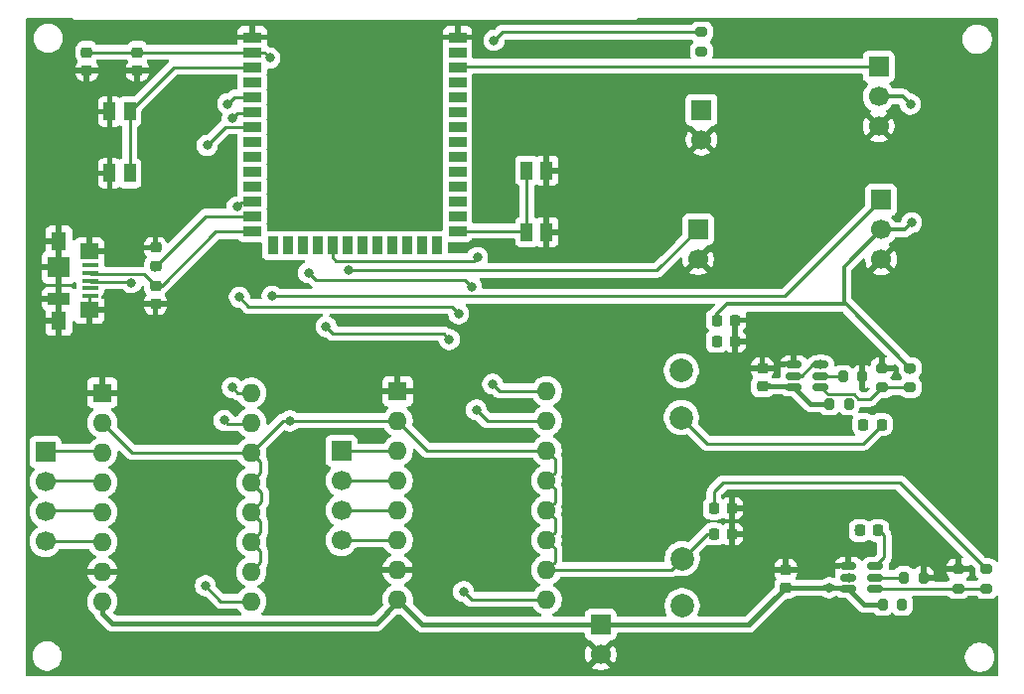
<source format=gtl>
%TF.GenerationSoftware,KiCad,Pcbnew,9.0.6*%
%TF.CreationDate,2025-11-17T01:57:32-05:00*%
%TF.ProjectId,DoodleBot,446f6f64-6c65-4426-9f74-2e6b69636164,rev?*%
%TF.SameCoordinates,Original*%
%TF.FileFunction,Copper,L1,Top*%
%TF.FilePolarity,Positive*%
%FSLAX46Y46*%
G04 Gerber Fmt 4.6, Leading zero omitted, Abs format (unit mm)*
G04 Created by KiCad (PCBNEW 9.0.6) date 2025-11-17 01:57:32*
%MOMM*%
%LPD*%
G01*
G04 APERTURE LIST*
G04 Aperture macros list*
%AMRoundRect*
0 Rectangle with rounded corners*
0 $1 Rounding radius*
0 $2 $3 $4 $5 $6 $7 $8 $9 X,Y pos of 4 corners*
0 Add a 4 corners polygon primitive as box body*
4,1,4,$2,$3,$4,$5,$6,$7,$8,$9,$2,$3,0*
0 Add four circle primitives for the rounded corners*
1,1,$1+$1,$2,$3*
1,1,$1+$1,$4,$5*
1,1,$1+$1,$6,$7*
1,1,$1+$1,$8,$9*
0 Add four rect primitives between the rounded corners*
20,1,$1+$1,$2,$3,$4,$5,0*
20,1,$1+$1,$4,$5,$6,$7,0*
20,1,$1+$1,$6,$7,$8,$9,0*
20,1,$1+$1,$8,$9,$2,$3,0*%
G04 Aperture macros list end*
%TA.AperFunction,SMDPad,CuDef*%
%ADD10R,1.380000X0.450000*%
%TD*%
%TA.AperFunction,SMDPad,CuDef*%
%ADD11R,1.300000X1.650000*%
%TD*%
%TA.AperFunction,SMDPad,CuDef*%
%ADD12R,1.550000X1.425000*%
%TD*%
%TA.AperFunction,SMDPad,CuDef*%
%ADD13R,1.900000X1.800000*%
%TD*%
%TA.AperFunction,SMDPad,CuDef*%
%ADD14R,1.900000X1.000000*%
%TD*%
%TA.AperFunction,SMDPad,CuDef*%
%ADD15R,1.000000X1.550000*%
%TD*%
%TA.AperFunction,SMDPad,CuDef*%
%ADD16RoundRect,0.218750X-0.256250X0.218750X-0.256250X-0.218750X0.256250X-0.218750X0.256250X0.218750X0*%
%TD*%
%TA.AperFunction,SMDPad,CuDef*%
%ADD17RoundRect,0.218750X0.256250X-0.218750X0.256250X0.218750X-0.256250X0.218750X-0.256250X-0.218750X0*%
%TD*%
%TA.AperFunction,SMDPad,CuDef*%
%ADD18RoundRect,0.225000X-0.250000X0.225000X-0.250000X-0.225000X0.250000X-0.225000X0.250000X0.225000X0*%
%TD*%
%TA.AperFunction,SMDPad,CuDef*%
%ADD19RoundRect,0.225000X0.225000X0.250000X-0.225000X0.250000X-0.225000X-0.250000X0.225000X-0.250000X0*%
%TD*%
%TA.AperFunction,ComponentPad*%
%ADD20C,2.000000*%
%TD*%
%TA.AperFunction,SMDPad,CuDef*%
%ADD21RoundRect,0.200000X0.275000X-0.200000X0.275000X0.200000X-0.275000X0.200000X-0.275000X-0.200000X0*%
%TD*%
%TA.AperFunction,SMDPad,CuDef*%
%ADD22RoundRect,0.200000X-0.275000X0.200000X-0.275000X-0.200000X0.275000X-0.200000X0.275000X0.200000X0*%
%TD*%
%TA.AperFunction,SMDPad,CuDef*%
%ADD23RoundRect,0.200000X-0.200000X-0.275000X0.200000X-0.275000X0.200000X0.275000X-0.200000X0.275000X0*%
%TD*%
%TA.AperFunction,SMDPad,CuDef*%
%ADD24RoundRect,0.150000X-0.512500X-0.150000X0.512500X-0.150000X0.512500X0.150000X-0.512500X0.150000X0*%
%TD*%
%TA.AperFunction,SMDPad,CuDef*%
%ADD25RoundRect,0.225000X-0.225000X-0.250000X0.225000X-0.250000X0.225000X0.250000X-0.225000X0.250000X0*%
%TD*%
%TA.AperFunction,SMDPad,CuDef*%
%ADD26RoundRect,0.225000X0.250000X-0.225000X0.250000X0.225000X-0.250000X0.225000X-0.250000X-0.225000X0*%
%TD*%
%TA.AperFunction,ComponentPad*%
%ADD27R,1.700000X1.700000*%
%TD*%
%TA.AperFunction,ComponentPad*%
%ADD28C,1.700000*%
%TD*%
%TA.AperFunction,SMDPad,CuDef*%
%ADD29R,1.500000X0.900000*%
%TD*%
%TA.AperFunction,SMDPad,CuDef*%
%ADD30R,0.900000X1.500000*%
%TD*%
%TA.AperFunction,HeatsinkPad*%
%ADD31C,0.600000*%
%TD*%
%TA.AperFunction,HeatsinkPad*%
%ADD32R,3.900000X3.900000*%
%TD*%
%TA.AperFunction,ComponentPad*%
%ADD33R,1.600000X1.600000*%
%TD*%
%TA.AperFunction,ComponentPad*%
%ADD34O,1.600000X1.600000*%
%TD*%
%TA.AperFunction,ViaPad*%
%ADD35C,0.800000*%
%TD*%
%TA.AperFunction,Conductor*%
%ADD36C,0.250000*%
%TD*%
%TA.AperFunction,Conductor*%
%ADD37C,0.390000*%
%TD*%
%TA.AperFunction,Conductor*%
%ADD38C,0.300000*%
%TD*%
G04 APERTURE END LIST*
D10*
%TO.P,J3,1,VBUS*%
%TO.N,unconnected-(J3-VBUS-Pad1)*%
X69485000Y-99387500D03*
%TO.P,J3,2,D-*%
%TO.N,Net-(D2-A2)*%
X69485000Y-100037500D03*
%TO.P,J3,3,D+*%
%TO.N,Net-(D1-A2)*%
X69485000Y-100687500D03*
%TO.P,J3,4,ID*%
%TO.N,unconnected-(J3-ID-Pad4)*%
X69485000Y-101337500D03*
%TO.P,J3,5,GND*%
%TO.N,GND*%
X69485000Y-101987500D03*
D11*
%TO.P,J3,6,Shield*%
X66825000Y-97312500D03*
D12*
X69400000Y-98200000D03*
D13*
X66825000Y-99537500D03*
D14*
X66825000Y-102237500D03*
D12*
X69400000Y-103175000D03*
D11*
X66825000Y-104062500D03*
%TD*%
D15*
%TO.P,RESET1,2,2*%
%TO.N,Net-(U1-EN)*%
X72850000Y-86275000D03*
X72850000Y-91525000D03*
%TO.P,RESET1,1,1*%
%TO.N,GND*%
X71150000Y-86275000D03*
X71150000Y-91525000D03*
%TD*%
D16*
%TO.P,D1,2,A2*%
%TO.N,Net-(D1-A2)*%
X75050000Y-99450000D03*
%TO.P,D1,1,A1*%
%TO.N,GND*%
X75050000Y-97875000D03*
%TD*%
D17*
%TO.P,D2,2,A2*%
%TO.N,Net-(D2-A2)*%
X75050000Y-101100000D03*
%TO.P,D2,1,A1*%
%TO.N,GND*%
X75050000Y-102675000D03*
%TD*%
D18*
%TO.P,C17,1*%
%TO.N,+3V3*%
X69200000Y-81200000D03*
%TO.P,C17,2*%
%TO.N,GND*%
X69200000Y-82750000D03*
%TD*%
%TO.P,C18,1*%
%TO.N,+3V3*%
X73500000Y-81200000D03*
%TO.P,C18,2*%
%TO.N,GND*%
X73500000Y-82750000D03*
%TD*%
D19*
%TO.P,C7,1*%
%TO.N,GND*%
X124456185Y-105859064D03*
%TO.P,C7,2*%
%TO.N,+5V*%
X122906185Y-105859064D03*
%TD*%
%TO.P,C2,1*%
%TO.N,Net-(3.3V_Converter1-BOOT)*%
X136650000Y-122000000D03*
%TO.P,C2,2*%
%TO.N,Net-(3.3V_Converter1-SW)*%
X135100000Y-122000000D03*
%TD*%
D20*
%TO.P,L2,2,2*%
%TO.N,+5V*%
X119881185Y-108359064D03*
%TO.P,L2,1,1*%
%TO.N,Net-(5V_Converter1-FB)*%
X119881185Y-112359064D03*
%TD*%
D21*
%TO.P,R4,2*%
%TO.N,GND*%
X136981185Y-108134064D03*
%TO.P,R4,1*%
%TO.N,Net-(5V_Converter1-FB)*%
X136981185Y-109784064D03*
%TD*%
D22*
%TO.P,R3,2*%
%TO.N,Net-(5V_Converter1-FB)*%
X139381185Y-109784064D03*
%TO.P,R3,1*%
%TO.N,+5V*%
X139381185Y-108134064D03*
%TD*%
D23*
%TO.P,R8,2*%
%TO.N,GND*%
X135306185Y-108859064D03*
%TO.P,R8,1*%
%TO.N,Net-(5V_Converter1-EN)*%
X133656185Y-108859064D03*
%TD*%
D24*
%TO.P,5V_Converter1,6,BOOT*%
%TO.N,Net-(5V_Converter1-BOOT)*%
X131756185Y-107859064D03*
%TO.P,5V_Converter1,5,EN*%
%TO.N,Net-(5V_Converter1-EN)*%
X131756185Y-108809064D03*
%TO.P,5V_Converter1,4,FB*%
%TO.N,Net-(5V_Converter1-FB)*%
X131756185Y-109759064D03*
%TO.P,5V_Converter1,3,VIN*%
%TO.N,+12V*%
X129481185Y-109759064D03*
%TO.P,5V_Converter1,2,SW*%
%TO.N,Net-(5V_Converter1-BOOT)*%
X129481185Y-108809064D03*
%TO.P,5V_Converter1,1,GND*%
%TO.N,GND*%
X129481185Y-107859064D03*
%TD*%
D19*
%TO.P,C8,2*%
%TO.N,+5V*%
X122906185Y-104059064D03*
%TO.P,C8,1*%
%TO.N,GND*%
X124456185Y-104059064D03*
%TD*%
D25*
%TO.P,C6,2*%
%TO.N,Net-(5V_Converter1-FB)*%
X136956185Y-112959064D03*
%TO.P,C6,1*%
%TO.N,Net-(5V_Converter1-BOOT)*%
X135406185Y-112959064D03*
%TD*%
D26*
%TO.P,C5,2*%
%TO.N,GND*%
X126781185Y-108159064D03*
%TO.P,C5,1*%
%TO.N,+12V*%
X126781185Y-109709064D03*
%TD*%
D15*
%TO.P,BOOT1,1,1*%
%TO.N,GND*%
X108400000Y-91300000D03*
X108400000Y-96550000D03*
%TO.P,BOOT1,2,2*%
%TO.N,Net-(U1-IO0)*%
X106700000Y-91300000D03*
X106700000Y-96550000D03*
%TD*%
D23*
%TO.P,R5,2*%
%TO.N,Net-(3.3V_Converter1-EN)*%
X138675000Y-128300000D03*
%TO.P,R5,1*%
%TO.N,+12V*%
X137025000Y-128300000D03*
%TD*%
%TO.P,R6,2*%
%TO.N,GND*%
X140500000Y-126000000D03*
%TO.P,R6,1*%
%TO.N,Net-(3.3V_Converter1-EN)*%
X138850000Y-126000000D03*
%TD*%
D22*
%TO.P,R11,1*%
%TO.N,LED_LOGIC*%
X121600000Y-79475000D03*
%TO.P,R11,2*%
%TO.N,Net-(J5-Pin_1)*%
X121600000Y-81125000D03*
%TD*%
D21*
%TO.P,R1,1*%
%TO.N,Net-(3.3V_Converter1-FB)*%
X143475000Y-126925000D03*
%TO.P,R1,2*%
%TO.N,GND*%
X143475000Y-125275000D03*
%TD*%
D20*
%TO.P,L1,1,1*%
%TO.N,Net-(3.3V_Converter1-SW)*%
X119950000Y-128400000D03*
%TO.P,L1,2,2*%
%TO.N,+3V3*%
X119950000Y-124400000D03*
%TD*%
D27*
%TO.P,J7,1,Pin_1*%
%TO.N,SERVO_ERASER*%
X136700000Y-82440000D03*
D28*
%TO.P,J7,2,Pin_2*%
%TO.N,+5V*%
X136700000Y-84980000D03*
%TO.P,J7,3,Pin_3*%
%TO.N,GND*%
X136700000Y-87520000D03*
%TD*%
D27*
%TO.P,J6,1,Pin_1*%
%TO.N,SERVO_MARKER*%
X136900000Y-93800000D03*
D28*
%TO.P,J6,2,Pin_2*%
%TO.N,+5V*%
X136900000Y-96340000D03*
%TO.P,J6,3,Pin_3*%
%TO.N,GND*%
X136900000Y-98880000D03*
%TD*%
D27*
%TO.P,J5,1,Pin_1*%
%TO.N,Net-(J5-Pin_1)*%
X121600000Y-86125000D03*
D28*
%TO.P,J5,2,Pin_2*%
%TO.N,GND*%
X121600000Y-88665000D03*
%TD*%
D27*
%TO.P,J4,1,Pin_1*%
%TO.N,BUZZER_LOGIC*%
X121300000Y-96300000D03*
D28*
%TO.P,J4,2,Pin_2*%
%TO.N,GND*%
X121300000Y-98840000D03*
%TD*%
D27*
%TO.P,J2,1,Pin_1*%
%TO.N,Net-(A2-1B)*%
X90900000Y-115200000D03*
D28*
%TO.P,J2,2,Pin_2*%
%TO.N,Net-(A2-1A)*%
X90900000Y-117740000D03*
%TO.P,J2,3,Pin_3*%
%TO.N,Net-(A2-2A)*%
X90900000Y-120280000D03*
%TO.P,J2,4,Pin_4*%
%TO.N,Net-(A2-2B)*%
X90900000Y-122820000D03*
%TD*%
D27*
%TO.P,J1,1,Pin_1*%
%TO.N,Net-(A1-1B)*%
X65660000Y-115300000D03*
D28*
%TO.P,J1,2,Pin_2*%
%TO.N,Net-(A1-1A)*%
X65660000Y-117840000D03*
%TO.P,J1,3,Pin_3*%
%TO.N,Net-(A1-2A)*%
X65660000Y-120380000D03*
%TO.P,J1,4,Pin_4*%
%TO.N,Net-(A1-2B)*%
X65660000Y-122920000D03*
%TD*%
D19*
%TO.P,C4,1*%
%TO.N,GND*%
X124200000Y-122300000D03*
%TO.P,C4,2*%
%TO.N,+3V3*%
X122650000Y-122300000D03*
%TD*%
%TO.P,C3,1*%
%TO.N,GND*%
X124200000Y-120100000D03*
%TO.P,C3,2*%
%TO.N,+3V3*%
X122650000Y-120100000D03*
%TD*%
D26*
%TO.P,C1,1*%
%TO.N,+12V*%
X128775000Y-126875000D03*
%TO.P,C1,2*%
%TO.N,GND*%
X128775000Y-125325000D03*
%TD*%
D27*
%TO.P,Battery1,1,+*%
%TO.N,+12V*%
X113000000Y-130000000D03*
D28*
%TO.P,Battery1,2,-*%
%TO.N,GND*%
X113000000Y-132540000D03*
%TD*%
D24*
%TO.P,3.3V_Converter1,1,GND*%
%TO.N,GND*%
X134137500Y-125050000D03*
%TO.P,3.3V_Converter1,2,SW*%
%TO.N,Net-(3.3V_Converter1-SW)*%
X134137500Y-126000000D03*
%TO.P,3.3V_Converter1,3,VIN*%
%TO.N,+12V*%
X134137500Y-126950000D03*
%TO.P,3.3V_Converter1,4,FB*%
%TO.N,Net-(3.3V_Converter1-FB)*%
X136412500Y-126950000D03*
%TO.P,3.3V_Converter1,5,EN*%
%TO.N,Net-(3.3V_Converter1-EN)*%
X136412500Y-126000000D03*
%TO.P,3.3V_Converter1,6,BOOT*%
%TO.N,Net-(3.3V_Converter1-BOOT)*%
X136412500Y-125050000D03*
%TD*%
D22*
%TO.P,R2,1*%
%TO.N,+3V3*%
X145875000Y-125275000D03*
%TO.P,R2,2*%
%TO.N,Net-(3.3V_Converter1-FB)*%
X145875000Y-126925000D03*
%TD*%
D23*
%TO.P,R7,1*%
%TO.N,+12V*%
X132500000Y-111200000D03*
%TO.P,R7,2*%
%TO.N,Net-(5V_Converter1-EN)*%
X134150000Y-111200000D03*
%TD*%
D29*
%TO.P,U1,1,GND*%
%TO.N,GND*%
X83300000Y-79930000D03*
%TO.P,U1,2,3V3*%
%TO.N,+3V3*%
X83300000Y-81200000D03*
%TO.P,U1,3,EN*%
%TO.N,Net-(U1-EN)*%
X83300000Y-82470000D03*
%TO.P,U1,4,IO4*%
%TO.N,unconnected-(U1-IO4-Pad4)*%
X83300000Y-83740000D03*
%TO.P,U1,5,IO5*%
%TO.N,DRIVER1_STEP*%
X83300000Y-85010000D03*
%TO.P,U1,6,IO6*%
%TO.N,DRIVER1_DIRECTION*%
X83300000Y-86280000D03*
%TO.P,U1,7,IO7*%
%TO.N,DRIVER1_ENABLE*%
X83300000Y-87550000D03*
%TO.P,U1,8,IO15*%
%TO.N,unconnected-(U1-IO15-Pad8)*%
X83300000Y-88820000D03*
%TO.P,U1,9,IO16*%
%TO.N,unconnected-(U1-IO16-Pad9)*%
X83300000Y-90090000D03*
%TO.P,U1,10,IO17*%
%TO.N,unconnected-(U1-IO17-Pad10)*%
X83300000Y-91360000D03*
%TO.P,U1,11,IO18*%
%TO.N,unconnected-(U1-IO18-Pad11)*%
X83300000Y-92630000D03*
%TO.P,U1,12,IO8*%
%TO.N,DRIVER2_STEP*%
X83300000Y-93900000D03*
%TO.P,U1,13,USB_D-*%
%TO.N,Net-(D1-A2)*%
X83300000Y-95170000D03*
%TO.P,U1,14,USB_D+*%
%TO.N,Net-(D2-A2)*%
X83300000Y-96440000D03*
D30*
%TO.P,U1,15,IO3*%
%TO.N,SERVO_MARKER*%
X85065000Y-97690000D03*
%TO.P,U1,16,IO46*%
%TO.N,unconnected-(U1-IO46-Pad16)*%
X86335000Y-97690000D03*
%TO.P,U1,17,IO9*%
%TO.N,DRIVER2_DIRECTION*%
X87605000Y-97690000D03*
%TO.P,U1,18,IO10*%
%TO.N,DRIVER2_ENABLE*%
X88875000Y-97690000D03*
%TO.P,U1,19,IO11*%
%TO.N,LED_LOGIC*%
X90145000Y-97690000D03*
%TO.P,U1,20,IO12*%
%TO.N,BUZZER_LOGIC*%
X91415000Y-97690000D03*
%TO.P,U1,21,IO13*%
%TO.N,unconnected-(U1-IO13-Pad21)*%
X92685000Y-97690000D03*
%TO.P,U1,22,IO14*%
%TO.N,unconnected-(U1-IO14-Pad22)*%
X93955000Y-97690000D03*
%TO.P,U1,23,IO21*%
%TO.N,unconnected-(U1-IO21-Pad23)*%
X95225000Y-97690000D03*
%TO.P,U1,24,IO47*%
%TO.N,unconnected-(U1-IO47-Pad24)*%
X96495000Y-97690000D03*
%TO.P,U1,25,IO48*%
%TO.N,unconnected-(U1-IO48-Pad25)*%
X97765000Y-97690000D03*
%TO.P,U1,26,IO45*%
%TO.N,unconnected-(U1-IO45-Pad26)*%
X99035000Y-97690000D03*
D29*
%TO.P,U1,27,IO0*%
%TO.N,Net-(U1-IO0)*%
X100800000Y-96440000D03*
%TO.P,U1,28,IO35*%
%TO.N,unconnected-(U1-IO35-Pad28)*%
X100800000Y-95170000D03*
%TO.P,U1,29,IO36*%
%TO.N,unconnected-(U1-IO36-Pad29)*%
X100800000Y-93900000D03*
%TO.P,U1,30,IO37*%
%TO.N,unconnected-(U1-IO37-Pad30)*%
X100800000Y-92630000D03*
%TO.P,U1,31,IO38*%
%TO.N,unconnected-(U1-IO38-Pad31)*%
X100800000Y-91360000D03*
%TO.P,U1,32,IO39*%
%TO.N,unconnected-(U1-IO39-Pad32)*%
X100800000Y-90090000D03*
%TO.P,U1,33,IO40*%
%TO.N,unconnected-(U1-IO40-Pad33)*%
X100800000Y-88820000D03*
%TO.P,U1,34,IO41*%
%TO.N,unconnected-(U1-IO41-Pad34)*%
X100800000Y-87550000D03*
%TO.P,U1,35,IO42*%
%TO.N,unconnected-(U1-IO42-Pad35)*%
X100800000Y-86280000D03*
%TO.P,U1,36,RXD0*%
%TO.N,unconnected-(U1-RXD0-Pad36)*%
X100800000Y-85010000D03*
%TO.P,U1,37,TXD0*%
%TO.N,unconnected-(U1-TXD0-Pad37)*%
X100800000Y-83740000D03*
%TO.P,U1,38,IO2*%
%TO.N,SERVO_ERASER*%
X100800000Y-82470000D03*
%TO.P,U1,39,IO1*%
%TO.N,unconnected-(U1-IO1-Pad39)*%
X100800000Y-81200000D03*
%TO.P,U1,40,GND*%
%TO.N,GND*%
X100800000Y-79930000D03*
D31*
%TO.P,U1,41,GND*%
X89150000Y-86950000D03*
X89150000Y-88350000D03*
X89850000Y-86250000D03*
X89850000Y-87650000D03*
X89850000Y-89050000D03*
X90550000Y-86950000D03*
D32*
X90550000Y-87650000D03*
D31*
X90550000Y-88350000D03*
X91250000Y-86250000D03*
X91250000Y-87650000D03*
X91250000Y-89050000D03*
X91950000Y-86950000D03*
X91950000Y-88350000D03*
%TD*%
D33*
%TO.P,A1,1,GND*%
%TO.N,GND*%
X70520000Y-110250000D03*
D34*
%TO.P,A1,2,VDD*%
%TO.N,+3V3*%
X70520000Y-112790000D03*
%TO.P,A1,3,1B*%
%TO.N,Net-(A1-1B)*%
X70520000Y-115330000D03*
%TO.P,A1,4,1A*%
%TO.N,Net-(A1-1A)*%
X70520000Y-117870000D03*
%TO.P,A1,5,2A*%
%TO.N,Net-(A1-2A)*%
X70520000Y-120410000D03*
%TO.P,A1,6,2B*%
%TO.N,Net-(A1-2B)*%
X70520000Y-122950000D03*
%TO.P,A1,7,GND*%
%TO.N,GND*%
X70520000Y-125490000D03*
%TO.P,A1,8,VMOT*%
%TO.N,+12V*%
X70520000Y-128030000D03*
%TO.P,A1,9,~{ENABLE}*%
%TO.N,DRIVER1_ENABLE*%
X83220000Y-128030000D03*
%TO.P,A1,10,MS1*%
%TO.N,+3V3*%
X83220000Y-125490000D03*
%TO.P,A1,11,MS2*%
X83220000Y-122950000D03*
%TO.P,A1,12,MS3*%
X83220000Y-120410000D03*
%TO.P,A1,13,~{RESET}*%
X83220000Y-117870000D03*
%TO.P,A1,14,~{SLEEP}*%
X83220000Y-115330000D03*
%TO.P,A1,15,STEP*%
%TO.N,DRIVER1_STEP*%
X83220000Y-112790000D03*
%TO.P,A1,16,DIR*%
%TO.N,DRIVER1_DIRECTION*%
X83220000Y-110250000D03*
%TD*%
D33*
%TO.P,A2,1,GND*%
%TO.N,GND*%
X95700000Y-110100000D03*
D34*
%TO.P,A2,2,VDD*%
%TO.N,+3V3*%
X95700000Y-112640000D03*
%TO.P,A2,3,1B*%
%TO.N,Net-(A2-1B)*%
X95700000Y-115180000D03*
%TO.P,A2,4,1A*%
%TO.N,Net-(A2-1A)*%
X95700000Y-117720000D03*
%TO.P,A2,5,2A*%
%TO.N,Net-(A2-2A)*%
X95700000Y-120260000D03*
%TO.P,A2,6,2B*%
%TO.N,Net-(A2-2B)*%
X95700000Y-122800000D03*
%TO.P,A2,7,GND*%
%TO.N,GND*%
X95700000Y-125340000D03*
%TO.P,A2,8,VMOT*%
%TO.N,+12V*%
X95700000Y-127880000D03*
%TO.P,A2,9,~{ENABLE}*%
%TO.N,DRIVER2_ENABLE*%
X108400000Y-127880000D03*
%TO.P,A2,10,MS1*%
%TO.N,+3V3*%
X108400000Y-125340000D03*
%TO.P,A2,11,MS2*%
X108400000Y-122800000D03*
%TO.P,A2,12,MS3*%
X108400000Y-120260000D03*
%TO.P,A2,13,~{RESET}*%
X108400000Y-117720000D03*
%TO.P,A2,14,~{SLEEP}*%
X108400000Y-115180000D03*
%TO.P,A2,15,STEP*%
%TO.N,DRIVER2_STEP*%
X108400000Y-112640000D03*
%TO.P,A2,16,DIR*%
%TO.N,DRIVER2_DIRECTION*%
X108400000Y-110100000D03*
%TD*%
D35*
%TO.N,GND*%
X89700000Y-131600000D03*
X89700000Y-128200000D03*
X71900000Y-102200000D03*
X93051554Y-125421882D03*
X98400000Y-125300000D03*
X135300000Y-119300000D03*
X112400000Y-105900000D03*
X115200000Y-117200000D03*
X74600000Y-111700000D03*
X104100000Y-120300000D03*
X73000000Y-94800000D03*
X96100000Y-87200000D03*
X111100000Y-86600000D03*
X127967673Y-93497710D03*
X144400000Y-93300000D03*
X142300000Y-116300000D03*
X141400000Y-131800000D03*
X131200000Y-112600000D03*
X67100000Y-125700000D03*
X73000000Y-125100000D03*
%TO.N,SERVO_MARKER*%
X85000000Y-102000000D03*
X85065000Y-97690000D03*
%TO.N,BUZZER_LOGIC*%
X91415000Y-97690000D03*
X91500000Y-99800000D03*
%TO.N,+5V*%
X139400000Y-85640000D03*
X139500000Y-95740000D03*
%TO.N,+3V3*%
X86500000Y-112640000D03*
X84800000Y-81700000D03*
%TO.N,DRIVER1_STEP*%
X81200000Y-85600000D03*
X80900000Y-112600000D03*
%TO.N,DRIVER1_DIRECTION*%
X81600000Y-109800000D03*
X81600000Y-86825000D03*
%TO.N,DRIVER1_ENABLE*%
X79300000Y-126700000D03*
%TO.N,DRIVER2_ENABLE*%
X88875000Y-97690000D03*
X89600000Y-104600000D03*
X101300000Y-127200000D03*
X100100000Y-105700000D03*
%TO.N,DRIVER2_STEP*%
X82000000Y-94400000D03*
X82200000Y-102100000D03*
X100900000Y-103500000D03*
X102400000Y-111700000D03*
%TO.N,DRIVER2_DIRECTION*%
X87605000Y-97690000D03*
X88100000Y-100000000D03*
X102000000Y-101200000D03*
X103800000Y-109500000D03*
%TO.N,DRIVER1_ENABLE*%
X79450000Y-89150000D03*
%TO.N,LED_LOGIC*%
X102500000Y-98700000D03*
X103900000Y-80200000D03*
%TO.N,Net-(J5-Pin_1)*%
X121600000Y-81125000D03*
%TO.N,Net-(D1-A2)*%
X75000000Y-99500000D03*
X73000000Y-100850000D03*
%TO.N,Net-(3.3V_Converter1-SW)*%
X134150000Y-126050000D03*
%TO.N,+12V*%
X137025000Y-128300000D03*
X132475000Y-126875000D03*
%TO.N,Net-(5V_Converter1-EN)*%
X134150000Y-111200000D03*
X133656185Y-108859064D03*
%TO.N,Net-(5V_Converter1-BOOT)*%
X135381185Y-112959064D03*
%TO.N,Net-(5V_Converter1-FB)*%
X136981185Y-109784064D03*
X136981185Y-112959064D03*
%TO.N,+5V*%
X139381185Y-108259064D03*
X122906185Y-104059064D03*
X122906185Y-105859064D03*
%TO.N,Net-(5V_Converter1-BOOT)*%
X131756185Y-107859064D03*
%TO.N,Net-(5V_Converter1-EN)*%
X133656185Y-108859064D03*
%TO.N,+3V3*%
X122650000Y-122300000D03*
X122650000Y-120100000D03*
X145850000Y-125300000D03*
X145850000Y-125300000D03*
%TO.N,Net-(3.3V_Converter1-EN)*%
X138675000Y-128300000D03*
X138850000Y-126000000D03*
%TO.N,Net-(3.3V_Converter1-SW)*%
X135075000Y-122000000D03*
%TO.N,+12V*%
X132500000Y-111200000D03*
%TD*%
D36*
%TO.N,GND*%
X69400000Y-102072500D02*
X69485000Y-101987500D01*
X69400000Y-103175000D02*
X69400000Y-102072500D01*
%TO.N,Net-(5V_Converter1-FB)*%
X134573418Y-110399000D02*
X132396121Y-110399000D01*
X132396121Y-110399000D02*
X131756185Y-109759064D01*
X134974418Y-110800000D02*
X134573418Y-110399000D01*
X135965249Y-110800000D02*
X134974418Y-110800000D01*
X136981185Y-109784064D02*
X135965249Y-110800000D01*
X139381185Y-109784064D02*
X136981185Y-109784064D01*
%TO.N,Net-(5V_Converter1-BOOT)*%
X131093686Y-107859064D02*
X131756185Y-107859064D01*
X130143686Y-108809064D02*
X131093686Y-107859064D01*
X129481185Y-108809064D02*
X130143686Y-108809064D01*
%TO.N,Net-(D1-A2)*%
X72925000Y-100775000D02*
X73000000Y-100850000D01*
X69485000Y-100687500D02*
X69572500Y-100775000D01*
X69572500Y-100775000D02*
X72925000Y-100775000D01*
%TO.N,Net-(D2-A2)*%
X74075000Y-100125000D02*
X75050000Y-101100000D01*
X69572500Y-100125000D02*
X74075000Y-100125000D01*
X69485000Y-100037500D02*
X69572500Y-100125000D01*
D37*
%TO.N,+12V*%
X125650000Y-130000000D02*
X128775000Y-126875000D01*
X113000000Y-130000000D02*
X125650000Y-130000000D01*
D36*
%TO.N,+5V*%
X122906185Y-103543815D02*
X122906185Y-104059064D01*
D38*
X123750000Y-102700000D02*
X122906185Y-103543815D01*
X133747121Y-102700000D02*
X123750000Y-102700000D01*
X133747121Y-99492879D02*
X133747121Y-102700000D01*
X136900000Y-96340000D02*
X133747121Y-99492879D01*
D36*
X133947121Y-102700000D02*
X133200000Y-102700000D01*
D38*
X139381185Y-108134064D02*
X133947121Y-102700000D01*
D36*
%TO.N,SERVO_MARKER*%
X128700000Y-102000000D02*
X85000000Y-102000000D01*
X136900000Y-93800000D02*
X128700000Y-102000000D01*
%TO.N,+3V3*%
X95700000Y-112640000D02*
X86500000Y-112640000D01*
X85910000Y-112640000D02*
X83220000Y-115330000D01*
X86500000Y-112640000D02*
X85910000Y-112640000D01*
%TO.N,BUZZER_LOGIC*%
X117800000Y-99800000D02*
X91500000Y-99800000D01*
X121300000Y-96300000D02*
X117800000Y-99800000D01*
%TO.N,LED_LOGIC*%
X90145000Y-98690000D02*
X90145000Y-97690000D01*
X90455000Y-99000000D02*
X90145000Y-98690000D01*
X102500000Y-98700000D02*
X102200000Y-99000000D01*
X102200000Y-99000000D02*
X90455000Y-99000000D01*
%TO.N,SERVO_ERASER*%
X100870000Y-82400000D02*
X100800000Y-82470000D01*
X136660000Y-82400000D02*
X100870000Y-82400000D01*
X136700000Y-82440000D02*
X136660000Y-82400000D01*
D38*
%TO.N,+5V*%
X138740000Y-84980000D02*
X136700000Y-84980000D01*
X139400000Y-85640000D02*
X138740000Y-84980000D01*
X139500000Y-95740000D02*
X138900000Y-96340000D01*
X138900000Y-96340000D02*
X136900000Y-96340000D01*
D36*
%TO.N,Net-(U1-IO0)*%
X106700000Y-96550000D02*
X106700000Y-91300000D01*
X106590000Y-96440000D02*
X106700000Y-96550000D01*
X100800000Y-96440000D02*
X106590000Y-96440000D01*
%TO.N,+3V3*%
X84300000Y-81200000D02*
X84800000Y-81700000D01*
X83300000Y-81200000D02*
X84300000Y-81200000D01*
%TO.N,DRIVER1_STEP*%
X83110000Y-112900000D02*
X83220000Y-112790000D01*
X80900000Y-112600000D02*
X81200000Y-112900000D01*
X81200000Y-112900000D02*
X83110000Y-112900000D01*
X81790000Y-85010000D02*
X83300000Y-85010000D01*
X81200000Y-85600000D02*
X81790000Y-85010000D01*
%TO.N,+3V3*%
X73060000Y-115330000D02*
X70520000Y-112790000D01*
X83220000Y-115330000D02*
X73060000Y-115330000D01*
%TO.N,DRIVER1_DIRECTION*%
X81600000Y-109800000D02*
X82050000Y-110250000D01*
X82050000Y-110250000D02*
X83220000Y-110250000D01*
X83180000Y-86400000D02*
X83300000Y-86280000D01*
X81600000Y-86825000D02*
X82025000Y-86400000D01*
X82025000Y-86400000D02*
X83180000Y-86400000D01*
%TO.N,DRIVER1_ENABLE*%
X81050000Y-87550000D02*
X83300000Y-87550000D01*
X79450000Y-89150000D02*
X81050000Y-87550000D01*
X80630000Y-128030000D02*
X79300000Y-126700000D01*
X83220000Y-128030000D02*
X80630000Y-128030000D01*
%TO.N,+3V3*%
X119010000Y-125340000D02*
X108400000Y-125340000D01*
X119950000Y-124400000D02*
X119010000Y-125340000D01*
%TO.N,DRIVER2_ENABLE*%
X101300000Y-127200000D02*
X101980000Y-127880000D01*
X101980000Y-127880000D02*
X108400000Y-127880000D01*
X90200000Y-105200000D02*
X89600000Y-104600000D01*
X99600000Y-105200000D02*
X90200000Y-105200000D01*
X100100000Y-105700000D02*
X99600000Y-105200000D01*
%TO.N,DRIVER2_STEP*%
X82400000Y-94000000D02*
X83200000Y-94000000D01*
X83200000Y-94000000D02*
X83300000Y-93900000D01*
X82000000Y-94400000D02*
X82400000Y-94000000D01*
X83000000Y-102900000D02*
X100300000Y-102900000D01*
X82200000Y-102100000D02*
X83000000Y-102900000D01*
X100300000Y-102900000D02*
X100900000Y-103500000D01*
X102400000Y-111700000D02*
X103340000Y-112640000D01*
X103340000Y-112640000D02*
X108400000Y-112640000D01*
D37*
%TO.N,+12V*%
X97820000Y-130000000D02*
X113000000Y-130000000D01*
X95700000Y-127880000D02*
X97820000Y-130000000D01*
X70520000Y-129060000D02*
X70520000Y-128030000D01*
X71360000Y-129900000D02*
X70520000Y-129060000D01*
X93880000Y-129900000D02*
X71360000Y-129900000D01*
X95700000Y-128080000D02*
X93880000Y-129900000D01*
D36*
%TO.N,DRIVER2_DIRECTION*%
X101400000Y-100600000D02*
X102000000Y-101200000D01*
X88100000Y-100000000D02*
X88700000Y-100600000D01*
X88700000Y-100600000D02*
X101400000Y-100600000D01*
X103800000Y-109500000D02*
X104400000Y-110100000D01*
X104400000Y-110100000D02*
X108400000Y-110100000D01*
%TO.N,DRIVER1_ENABLE*%
X83250000Y-87500000D02*
X83300000Y-87550000D01*
%TO.N,+3V3*%
X98240000Y-115180000D02*
X95700000Y-112640000D01*
X108400000Y-115180000D02*
X98240000Y-115180000D01*
X109100000Y-115880000D02*
X108400000Y-115180000D01*
X109100000Y-117020000D02*
X109100000Y-115880000D01*
X108400000Y-117720000D02*
X109100000Y-117020000D01*
X109100000Y-118420000D02*
X108400000Y-117720000D01*
X109100000Y-119560000D02*
X109100000Y-118420000D01*
X108400000Y-120260000D02*
X109100000Y-119560000D01*
X109100000Y-120960000D02*
X108400000Y-120260000D01*
X109100000Y-122100000D02*
X109100000Y-120960000D01*
X108400000Y-122800000D02*
X109100000Y-122100000D01*
X109100000Y-123500000D02*
X108400000Y-122800000D01*
X109100000Y-124640000D02*
X109100000Y-123500000D01*
X108400000Y-125340000D02*
X109100000Y-124640000D01*
X84000000Y-117090000D02*
X83220000Y-117870000D01*
X84000000Y-116110000D02*
X84000000Y-117090000D01*
X83220000Y-115330000D02*
X84000000Y-116110000D01*
X84100000Y-119530000D02*
X83220000Y-120410000D01*
X84100000Y-118750000D02*
X84100000Y-119530000D01*
X83220000Y-117870000D02*
X84100000Y-118750000D01*
X84000000Y-122170000D02*
X83220000Y-122950000D01*
X84000000Y-121190000D02*
X84000000Y-122170000D01*
X83220000Y-120410000D02*
X84000000Y-121190000D01*
X84000000Y-123730000D02*
X84000000Y-124710000D01*
X83220000Y-122950000D02*
X84000000Y-123730000D01*
X84000000Y-124710000D02*
X83220000Y-125490000D01*
%TO.N,LED_LOGIC*%
X104625000Y-79475000D02*
X121600000Y-79475000D01*
X103900000Y-80200000D02*
X104625000Y-79475000D01*
%TO.N,Net-(U1-EN)*%
X76655000Y-82470000D02*
X83300000Y-82470000D01*
X72850000Y-86275000D02*
X76655000Y-82470000D01*
%TO.N,+3V3*%
X73500000Y-81200000D02*
X83300000Y-81200000D01*
X69200000Y-81200000D02*
X73500000Y-81200000D01*
%TO.N,Net-(D2-A2)*%
X80200000Y-96500000D02*
X83240000Y-96500000D01*
X83240000Y-96500000D02*
X83300000Y-96440000D01*
X75600000Y-101100000D02*
X80200000Y-96500000D01*
X75050000Y-101100000D02*
X75600000Y-101100000D01*
%TO.N,Net-(D1-A2)*%
X79330000Y-95170000D02*
X83300000Y-95170000D01*
X75050000Y-99450000D02*
X79330000Y-95170000D01*
%TO.N,Net-(A2-2B)*%
X95680000Y-122820000D02*
X95700000Y-122800000D01*
X90900000Y-122820000D02*
X95680000Y-122820000D01*
%TO.N,Net-(A2-2A)*%
X95680000Y-120280000D02*
X95700000Y-120260000D01*
X90900000Y-120280000D02*
X95680000Y-120280000D01*
%TO.N,Net-(A2-1A)*%
X90900000Y-117740000D02*
X95680000Y-117740000D01*
X95680000Y-117740000D02*
X95700000Y-117720000D01*
%TO.N,Net-(A2-1B)*%
X95680000Y-115200000D02*
X95700000Y-115180000D01*
X90900000Y-115200000D02*
X95680000Y-115200000D01*
%TO.N,Net-(U1-EN)*%
X72850000Y-86275000D02*
X72850000Y-91525000D01*
%TO.N,Net-(D1-A2)*%
X75000000Y-99400000D02*
X75050000Y-99450000D01*
D37*
%TO.N,+12V*%
X137025000Y-128300000D02*
X135487500Y-128300000D01*
X135487500Y-128300000D02*
X134137500Y-126950000D01*
X130922121Y-111200000D02*
X129481185Y-109759064D01*
X132500000Y-111200000D02*
X130922121Y-111200000D01*
D36*
%TO.N,+3V3*%
X122650000Y-118700000D02*
X122650000Y-120100000D01*
X123450000Y-117900000D02*
X122650000Y-118700000D01*
X138500000Y-117900000D02*
X123450000Y-117900000D01*
X145875000Y-125275000D02*
X138500000Y-117900000D01*
%TO.N,Net-(5V_Converter1-BOOT)*%
X135406185Y-112959064D02*
X135381185Y-112959064D01*
%TO.N,Net-(5V_Converter1-FB)*%
X122081185Y-114559064D02*
X119881185Y-112359064D01*
X135356185Y-114559064D02*
X122081185Y-114559064D01*
X136956185Y-112959064D02*
X135356185Y-114559064D01*
X136956185Y-112959064D02*
X136981185Y-112959064D01*
%TO.N,+5V*%
X139381185Y-108134064D02*
X139381185Y-108259064D01*
%TO.N,Net-(5V_Converter1-BOOT)*%
X129481185Y-108809064D02*
X129481185Y-108859064D01*
X131756185Y-107859064D02*
X131731185Y-107884064D01*
%TO.N,Net-(5V_Converter1-FB)*%
X136956185Y-109809064D02*
X136981185Y-109784064D01*
%TO.N,+5V*%
X119881185Y-108359064D02*
X120081185Y-108159064D01*
%TO.N,Net-(5V_Converter1-EN)*%
X133606185Y-108809064D02*
X133656185Y-108859064D01*
X131756185Y-108809064D02*
X133606185Y-108809064D01*
%TO.N,+3V3*%
X122050000Y-122300000D02*
X119950000Y-124400000D01*
X122650000Y-122300000D02*
X122050000Y-122300000D01*
X145875000Y-125275000D02*
X145850000Y-125300000D01*
%TO.N,Net-(3.3V_Converter1-FB)*%
X143475000Y-126925000D02*
X145875000Y-126925000D01*
X143300000Y-126950000D02*
X143475000Y-127125000D01*
X136412500Y-126950000D02*
X143300000Y-126950000D01*
%TO.N,Net-(3.3V_Converter1-EN)*%
X136412500Y-126000000D02*
X138850000Y-126000000D01*
%TO.N,Net-(3.3V_Converter1-SW)*%
X135100000Y-122000000D02*
X135075000Y-122000000D01*
%TO.N,Net-(3.3V_Converter1-BOOT)*%
X136750000Y-122000000D02*
X136650000Y-122000000D01*
X137175000Y-122425000D02*
X136750000Y-122000000D01*
X137175000Y-124287500D02*
X137175000Y-122425000D01*
X136412500Y-125050000D02*
X137175000Y-124287500D01*
%TO.N,Net-(A1-2B)*%
X70490000Y-122920000D02*
X70520000Y-122950000D01*
X65660000Y-122920000D02*
X70490000Y-122920000D01*
X70470000Y-122900000D02*
X70520000Y-122950000D01*
%TO.N,Net-(A1-2A)*%
X70400000Y-120290000D02*
X70520000Y-120410000D01*
X65750000Y-120290000D02*
X70400000Y-120290000D01*
X65660000Y-120380000D02*
X65750000Y-120290000D01*
%TO.N,Net-(A1-1A)*%
X65750000Y-117750000D02*
X70400000Y-117750000D01*
X65660000Y-117840000D02*
X65750000Y-117750000D01*
X70400000Y-117750000D02*
X70520000Y-117870000D01*
%TO.N,Net-(A1-1B)*%
X70400000Y-115210000D02*
X70520000Y-115330000D01*
X65750000Y-115210000D02*
X70400000Y-115210000D01*
X65660000Y-115300000D02*
X65750000Y-115210000D01*
%TO.N,Net-(5V_Converter1-EN)*%
X131756185Y-108784064D02*
X131781185Y-108759064D01*
X131756185Y-108809064D02*
X131756185Y-108784064D01*
%TO.N,GND*%
X129128863Y-107809064D02*
X129518685Y-107809064D01*
%TO.N,+12V*%
X129431185Y-109709064D02*
X129481185Y-109759064D01*
D37*
X126781185Y-109709064D02*
X129431185Y-109709064D01*
D36*
X134062500Y-126875000D02*
X134137500Y-126950000D01*
D37*
X131950000Y-126875000D02*
X134062500Y-126875000D01*
X128775000Y-126875000D02*
X131950000Y-126875000D01*
D36*
%TO.N,Net-(5V_Converter1-FB)*%
X139281185Y-109784064D02*
X139381185Y-109884064D01*
%TD*%
%TA.AperFunction,Conductor*%
%TO.N,+12V*%
G36*
X127933829Y-127549981D02*
G01*
X127978177Y-127578482D01*
X128071515Y-127671820D01*
X128105000Y-127733143D01*
X128100016Y-127802835D01*
X128071515Y-127847182D01*
X125890380Y-130028317D01*
X125890256Y-130028443D01*
X125779756Y-130138943D01*
X125760970Y-130154361D01*
X125750155Y-130161588D01*
X125728708Y-130173052D01*
X125716703Y-130178024D01*
X125693458Y-130185076D01*
X125688607Y-130186041D01*
X125680695Y-130187615D01*
X125656497Y-130190000D01*
X123551383Y-130190000D01*
X123543551Y-130187700D01*
X123535490Y-130188977D01*
X123510515Y-130177999D01*
X123484344Y-130170315D01*
X123478999Y-130164147D01*
X123471527Y-130160863D01*
X123456450Y-130138124D01*
X123438589Y-130117511D01*
X123436433Y-130107934D01*
X123432917Y-130102630D01*
X123427396Y-130067771D01*
X123425511Y-129935771D01*
X123444236Y-129868457D01*
X123496381Y-129821953D01*
X123549498Y-129810000D01*
X125310555Y-129810000D01*
X125320701Y-129809455D01*
X125364593Y-129807103D01*
X125364601Y-129807102D01*
X125364603Y-129807102D01*
X125364604Y-129807102D01*
X125371597Y-129806349D01*
X125390951Y-129804269D01*
X125390961Y-129804267D01*
X125390964Y-129804267D01*
X125400563Y-129802711D01*
X125444363Y-129795614D01*
X125579172Y-129745332D01*
X125640495Y-129711847D01*
X125755677Y-129625623D01*
X127802817Y-127578480D01*
X127864138Y-127544997D01*
X127933829Y-127549981D01*
G37*
%TD.AperFunction*%
%TA.AperFunction,Conductor*%
G36*
X132876545Y-126638171D02*
G01*
X132893813Y-126637711D01*
X132909717Y-126647283D01*
X132927264Y-126652103D01*
X132938475Y-126664591D01*
X132953120Y-126673406D01*
X132977704Y-126700000D01*
X133243185Y-126700000D01*
X133306306Y-126717268D01*
X133364602Y-126751744D01*
X133377530Y-126755500D01*
X133522426Y-126797597D01*
X133522429Y-126797597D01*
X133522431Y-126797598D01*
X133559306Y-126800500D01*
X133614730Y-126800500D01*
X133645817Y-126809628D01*
X133677264Y-126817423D01*
X133681602Y-126820136D01*
X133681769Y-126820185D01*
X133681873Y-126820305D01*
X133683622Y-126821399D01*
X133723447Y-126848010D01*
X133723450Y-126848011D01*
X133723453Y-126848013D01*
X133887334Y-126915894D01*
X133887336Y-126915894D01*
X133887341Y-126915896D01*
X134037691Y-126945802D01*
X134099602Y-126978187D01*
X134134176Y-127038902D01*
X134137500Y-127067419D01*
X134137500Y-127076000D01*
X134117815Y-127143039D01*
X134065011Y-127188794D01*
X134013500Y-127200000D01*
X133553202Y-127200000D01*
X133522114Y-127190871D01*
X133490668Y-127183077D01*
X133488788Y-127181085D01*
X133486163Y-127180315D01*
X133480676Y-127176578D01*
X133464527Y-127164933D01*
X133333653Y-127105163D01*
X133328626Y-127103687D01*
X133266611Y-127085477D01*
X133266613Y-127085477D01*
X133266608Y-127085476D01*
X133210047Y-127077344D01*
X133124191Y-127065000D01*
X133092583Y-127065000D01*
X133088017Y-127065021D01*
X133087959Y-127065021D01*
X133087854Y-127065022D01*
X133085807Y-127065040D01*
X133081543Y-127065096D01*
X133081519Y-127065098D01*
X133073958Y-127066321D01*
X133059713Y-127064526D01*
X132985689Y-127075171D01*
X132985682Y-127075172D01*
X132915249Y-127090494D01*
X132886356Y-127103687D01*
X132876750Y-127107368D01*
X132876753Y-127107375D01*
X132873019Y-127108844D01*
X132872949Y-127108892D01*
X132872894Y-127108893D01*
X132872634Y-127108995D01*
X132829669Y-127129551D01*
X132828671Y-127130028D01*
X132784368Y-127150260D01*
X132778483Y-127154039D01*
X132771490Y-127157386D01*
X132771487Y-127157386D01*
X132742858Y-127171086D01*
X132742851Y-127171090D01*
X132742850Y-127171091D01*
X132720405Y-127186088D01*
X132672259Y-127218257D01*
X132650822Y-127229714D01*
X132601492Y-127250147D01*
X132578233Y-127257203D01*
X132525880Y-127267617D01*
X132501691Y-127270000D01*
X132448310Y-127270000D01*
X132424119Y-127267617D01*
X132405921Y-127263997D01*
X132371757Y-127257201D01*
X132348498Y-127250145D01*
X132299180Y-127229717D01*
X132277741Y-127218258D01*
X132277651Y-127218198D01*
X132220955Y-127180315D01*
X132207230Y-127171144D01*
X132207150Y-127171091D01*
X132207149Y-127171090D01*
X132203275Y-127168527D01*
X132203192Y-127168472D01*
X132201375Y-127167282D01*
X132197751Y-127164931D01*
X132197748Y-127164930D01*
X132066882Y-127105164D01*
X132066877Y-127105162D01*
X132066876Y-127105162D01*
X131999837Y-127085477D01*
X131999839Y-127085477D01*
X131999834Y-127085476D01*
X131943273Y-127077344D01*
X131857417Y-127065000D01*
X129631874Y-127065000D01*
X129631872Y-127065000D01*
X129577823Y-127067897D01*
X129577822Y-127067897D01*
X129551489Y-127070729D01*
X129551462Y-127070732D01*
X129498066Y-127079385D01*
X129498055Y-127079388D01*
X129396731Y-127117181D01*
X129353397Y-127125000D01*
X128899000Y-127125000D01*
X128831961Y-127105315D01*
X128786206Y-127052511D01*
X128775000Y-127001000D01*
X128775000Y-126749000D01*
X128787909Y-126705036D01*
X129929981Y-126685000D01*
X131857335Y-126685000D01*
X131857417Y-126685000D01*
X131861983Y-126684979D01*
X131864197Y-126684959D01*
X131868655Y-126684899D01*
X131868660Y-126684898D01*
X131868664Y-126684898D01*
X132010678Y-126661885D01*
X132010680Y-126661884D01*
X132010682Y-126661884D01*
X132038947Y-126653033D01*
X132073807Y-126647389D01*
X132859894Y-126633598D01*
X132876545Y-126638171D01*
G37*
%TD.AperFunction*%
%TD*%
%TA.AperFunction,Conductor*%
%TO.N,+12V*%
G36*
X127488540Y-109470270D02*
G01*
X127507435Y-109478899D01*
X127507442Y-109478902D01*
X127574481Y-109498587D01*
X127574485Y-109498588D01*
X127716901Y-109519064D01*
X127716904Y-109519064D01*
X128194175Y-109519064D01*
X128194185Y-109519064D01*
X128280600Y-109509773D01*
X128293840Y-109509064D01*
X128586870Y-109509064D01*
X128649991Y-109526332D01*
X128708287Y-109560808D01*
X128749909Y-109572900D01*
X128866111Y-109606661D01*
X128866114Y-109606661D01*
X128866116Y-109606662D01*
X128902991Y-109609564D01*
X128902999Y-109609564D01*
X129357185Y-109609564D01*
X129365870Y-109612114D01*
X129374832Y-109610826D01*
X129398872Y-109621804D01*
X129424224Y-109629249D01*
X129430151Y-109636089D01*
X129438388Y-109639851D01*
X129452677Y-109662085D01*
X129469979Y-109682053D01*
X129472266Y-109692567D01*
X129476162Y-109698629D01*
X129481185Y-109733564D01*
X129481185Y-109885064D01*
X129461500Y-109952103D01*
X129408696Y-109997858D01*
X129357185Y-110009064D01*
X128886849Y-110009064D01*
X128823732Y-109991798D01*
X128818691Y-109988817D01*
X128818670Y-109988805D01*
X128815592Y-109986984D01*
X128797828Y-109976479D01*
X128796984Y-109976450D01*
X128780593Y-109969683D01*
X128768675Y-109963732D01*
X128753225Y-109956017D01*
X128747002Y-109953702D01*
X128747692Y-109951845D01*
X128637670Y-109919539D01*
X128495254Y-109899064D01*
X127638059Y-109899064D01*
X127638057Y-109899064D01*
X127584008Y-109901961D01*
X127584007Y-109901961D01*
X127557674Y-109904793D01*
X127557647Y-109904796D01*
X127504251Y-109913449D01*
X127504240Y-109913452D01*
X127402916Y-109951245D01*
X127359582Y-109959064D01*
X126905185Y-109959064D01*
X126838146Y-109939379D01*
X126792391Y-109886575D01*
X126781185Y-109835064D01*
X126781185Y-109583064D01*
X126800870Y-109516025D01*
X126853674Y-109470270D01*
X126905185Y-109459064D01*
X127437028Y-109459064D01*
X127488540Y-109470270D01*
G37*
%TD.AperFunction*%
%TD*%
%TA.AperFunction,Conductor*%
%TO.N,GND*%
G36*
X67934685Y-78303050D02*
G01*
X67943647Y-78301762D01*
X67967687Y-78312740D01*
X67993039Y-78320185D01*
X67998966Y-78327025D01*
X68007203Y-78330787D01*
X68021492Y-78353021D01*
X68038794Y-78372989D01*
X68041081Y-78383503D01*
X68044977Y-78389565D01*
X68050000Y-78424500D01*
X68050000Y-78440000D01*
X116050000Y-78440000D01*
X116050000Y-78424500D01*
X116069685Y-78357461D01*
X116122489Y-78311706D01*
X116174000Y-78300500D01*
X146775500Y-78300500D01*
X146842539Y-78320185D01*
X146888294Y-78372989D01*
X146899500Y-78424500D01*
X146899500Y-124534480D01*
X146879815Y-124601519D01*
X146827011Y-124647274D01*
X146757853Y-124657218D01*
X146694297Y-124628193D01*
X146687819Y-124622161D01*
X146585188Y-124519530D01*
X146582809Y-124518092D01*
X146439606Y-124431522D01*
X146277196Y-124380914D01*
X146277194Y-124380913D01*
X146277192Y-124380913D01*
X146227778Y-124376423D01*
X146206616Y-124374500D01*
X146206613Y-124374500D01*
X145910452Y-124374500D01*
X145843413Y-124354815D01*
X145822771Y-124338181D01*
X138993549Y-117508959D01*
X138985860Y-117501270D01*
X138985858Y-117501267D01*
X138898733Y-117414142D01*
X138833839Y-117370781D01*
X138805163Y-117351619D01*
X138796285Y-117345687D01*
X138738102Y-117321588D01*
X138715792Y-117312347D01*
X138682452Y-117298537D01*
X138622029Y-117286518D01*
X138617306Y-117285578D01*
X138617304Y-117285578D01*
X138561610Y-117274500D01*
X138561607Y-117274500D01*
X138561606Y-117274500D01*
X123511607Y-117274500D01*
X123388393Y-117274500D01*
X123388389Y-117274500D01*
X123337535Y-117284615D01*
X123337530Y-117284616D01*
X123327971Y-117286518D01*
X123267548Y-117298537D01*
X123220397Y-117318067D01*
X123153715Y-117345688D01*
X123153714Y-117345689D01*
X123131347Y-117360633D01*
X123131344Y-117360635D01*
X123051268Y-117414140D01*
X123007705Y-117457703D01*
X122964142Y-117501267D01*
X122254265Y-118211143D01*
X122254258Y-118211150D01*
X122251270Y-118214139D01*
X122251267Y-118214142D01*
X122164142Y-118301267D01*
X122130733Y-118351267D01*
X122126319Y-118357871D01*
X122126316Y-118357876D01*
X122095688Y-118403714D01*
X122095686Y-118403716D01*
X122070096Y-118465499D01*
X122048538Y-118517544D01*
X122048535Y-118517556D01*
X122038210Y-118569463D01*
X122038211Y-118569464D01*
X122026841Y-118626627D01*
X122024500Y-118638394D01*
X122024500Y-119175452D01*
X122004815Y-119242491D01*
X121977410Y-119272719D01*
X121971958Y-119277029D01*
X121852029Y-119396959D01*
X121763001Y-119541294D01*
X121762996Y-119541305D01*
X121709651Y-119702290D01*
X121699500Y-119801647D01*
X121699500Y-120398337D01*
X121699501Y-120398355D01*
X121709650Y-120497707D01*
X121709651Y-120497710D01*
X121762996Y-120658694D01*
X121763001Y-120658705D01*
X121852029Y-120803040D01*
X121852032Y-120803044D01*
X121971955Y-120922967D01*
X121971959Y-120922970D01*
X122116294Y-121011998D01*
X122116297Y-121011999D01*
X122116303Y-121012003D01*
X122277292Y-121065349D01*
X122376655Y-121075500D01*
X122923344Y-121075499D01*
X122923352Y-121075498D01*
X122923355Y-121075498D01*
X122977760Y-121069940D01*
X123022708Y-121065349D01*
X123183697Y-121012003D01*
X123328044Y-120922968D01*
X123337668Y-120913343D01*
X123398987Y-120879856D01*
X123468679Y-120884835D01*
X123513034Y-120913339D01*
X123522267Y-120922572D01*
X123522271Y-120922575D01*
X123666507Y-121011542D01*
X123666518Y-121011547D01*
X123827393Y-121064855D01*
X123926683Y-121074999D01*
X124450000Y-121074999D01*
X124473308Y-121074999D01*
X124473322Y-121074998D01*
X124572607Y-121064855D01*
X124733481Y-121011547D01*
X124733492Y-121011542D01*
X124877728Y-120922575D01*
X124877732Y-120922572D01*
X124997572Y-120802732D01*
X124997575Y-120802728D01*
X125086542Y-120658492D01*
X125086547Y-120658481D01*
X125139855Y-120497606D01*
X125149999Y-120398322D01*
X125150000Y-120398309D01*
X125150000Y-120350000D01*
X124450000Y-120350000D01*
X124450000Y-121074999D01*
X123926683Y-121074999D01*
X123950000Y-121074998D01*
X123950000Y-119850000D01*
X124450000Y-119850000D01*
X125149999Y-119850000D01*
X125149999Y-119801692D01*
X125149998Y-119801677D01*
X125139855Y-119702392D01*
X125086547Y-119541518D01*
X125086542Y-119541507D01*
X124997575Y-119397271D01*
X124997572Y-119397267D01*
X124877732Y-119277427D01*
X124877728Y-119277424D01*
X124733492Y-119188457D01*
X124733481Y-119188452D01*
X124572606Y-119135144D01*
X124473322Y-119125000D01*
X124450000Y-119125000D01*
X124450000Y-119850000D01*
X123950000Y-119850000D01*
X123950000Y-119124999D01*
X123926693Y-119125000D01*
X123926674Y-119125001D01*
X123827392Y-119135144D01*
X123666518Y-119188452D01*
X123666507Y-119188457D01*
X123522271Y-119277424D01*
X123522264Y-119277430D01*
X123513028Y-119286665D01*
X123507675Y-119289587D01*
X123504254Y-119294637D01*
X123477366Y-119306134D01*
X123451703Y-119320146D01*
X123445619Y-119319710D01*
X123440011Y-119322109D01*
X123411175Y-119317244D01*
X123382011Y-119315157D01*
X123375593Y-119311242D01*
X123371115Y-119310487D01*
X123351846Y-119296758D01*
X123341896Y-119290689D01*
X123339729Y-119288717D01*
X123328044Y-119277032D01*
X123324456Y-119274819D01*
X123316043Y-119267163D01*
X123300016Y-119240840D01*
X123282213Y-119215697D01*
X123281271Y-119210050D01*
X123279709Y-119207485D01*
X123279853Y-119201550D01*
X123275500Y-119175452D01*
X123275500Y-119010452D01*
X123295185Y-118943413D01*
X123311819Y-118922771D01*
X123672771Y-118561819D01*
X123734094Y-118528334D01*
X123760452Y-118525500D01*
X138189548Y-118525500D01*
X138256587Y-118545185D01*
X138277229Y-118561819D01*
X143878729Y-124163319D01*
X143912214Y-124224642D01*
X143907230Y-124294334D01*
X143865358Y-124350267D01*
X143799894Y-124374684D01*
X143791048Y-124375000D01*
X143725000Y-124375000D01*
X143725000Y-125025000D01*
X144449999Y-125025000D01*
X144453719Y-125021279D01*
X144469684Y-124966912D01*
X144522488Y-124921157D01*
X144591646Y-124911213D01*
X144655202Y-124940238D01*
X144661680Y-124946270D01*
X144863181Y-125147771D01*
X144896666Y-125209094D01*
X144899500Y-125235452D01*
X144899500Y-125531613D01*
X144905913Y-125602192D01*
X144905913Y-125602194D01*
X144905914Y-125602196D01*
X144956522Y-125764606D01*
X145044342Y-125909878D01*
X145044530Y-125910188D01*
X145146661Y-126012319D01*
X145150999Y-126020264D01*
X145158247Y-126025690D01*
X145167481Y-126050449D01*
X145180146Y-126073642D01*
X145179500Y-126082671D01*
X145182664Y-126091154D01*
X145177047Y-126116974D01*
X145175162Y-126143334D01*
X145169343Y-126152387D01*
X145167812Y-126159427D01*
X145146661Y-126187681D01*
X145071161Y-126263181D01*
X145009838Y-126296666D01*
X144983480Y-126299500D01*
X144366520Y-126299500D01*
X144299481Y-126279815D01*
X144278839Y-126263181D01*
X144202984Y-126187326D01*
X144169499Y-126126003D01*
X144174483Y-126056311D01*
X144202985Y-126011963D01*
X144305071Y-125909878D01*
X144305072Y-125909877D01*
X144393019Y-125764395D01*
X144443590Y-125602106D01*
X144450000Y-125531572D01*
X144450000Y-125525000D01*
X142500001Y-125525000D01*
X142500001Y-125531582D01*
X142506408Y-125602102D01*
X142506409Y-125602107D01*
X142556981Y-125764396D01*
X142644927Y-125909877D01*
X142747015Y-126011965D01*
X142751353Y-126019910D01*
X142758601Y-126025336D01*
X142767835Y-126050095D01*
X142780500Y-126073288D01*
X142779854Y-126082317D01*
X142783018Y-126090800D01*
X142777401Y-126116620D01*
X142775516Y-126142980D01*
X142769697Y-126152033D01*
X142768166Y-126159073D01*
X142747015Y-126187327D01*
X142646161Y-126288181D01*
X142584838Y-126321666D01*
X142558480Y-126324500D01*
X141524000Y-126324500D01*
X141456961Y-126304815D01*
X141438791Y-126283846D01*
X141436319Y-126286319D01*
X141400000Y-126250000D01*
X140624000Y-126250000D01*
X140556961Y-126230315D01*
X140511206Y-126177511D01*
X140500000Y-126126000D01*
X140500000Y-126000000D01*
X140374000Y-126000000D01*
X140306961Y-125980315D01*
X140261206Y-125927511D01*
X140250000Y-125876000D01*
X140250000Y-125750000D01*
X140750000Y-125750000D01*
X141399999Y-125750000D01*
X141399999Y-125668417D01*
X141393591Y-125597897D01*
X141393590Y-125597892D01*
X141343018Y-125435603D01*
X141255072Y-125290122D01*
X141134877Y-125169927D01*
X141055152Y-125121732D01*
X140989395Y-125081980D01*
X140989396Y-125081980D01*
X140827105Y-125031409D01*
X140827106Y-125031409D01*
X140756572Y-125025000D01*
X140750000Y-125025000D01*
X140750000Y-125750000D01*
X140250000Y-125750000D01*
X140250000Y-125025000D01*
X140249999Y-125024999D01*
X140243436Y-125025000D01*
X140243417Y-125025001D01*
X140172897Y-125031408D01*
X140172892Y-125031409D01*
X140010603Y-125081981D01*
X139865122Y-125169927D01*
X139865121Y-125169928D01*
X139763035Y-125272015D01*
X139701712Y-125305500D01*
X139632020Y-125300516D01*
X139587673Y-125272015D01*
X139485188Y-125169530D01*
X139449194Y-125147771D01*
X139339606Y-125081522D01*
X139177196Y-125030914D01*
X139177194Y-125030913D01*
X139177192Y-125030913D01*
X139127778Y-125026423D01*
X139106616Y-125024500D01*
X138593384Y-125024500D01*
X138574145Y-125026248D01*
X138522807Y-125030913D01*
X138360393Y-125081522D01*
X138214811Y-125169530D01*
X138094531Y-125289810D01*
X138094528Y-125289814D01*
X138079514Y-125314651D01*
X138027986Y-125361838D01*
X137973398Y-125374500D01*
X137699500Y-125374500D01*
X137632461Y-125354815D01*
X137586706Y-125302011D01*
X137575500Y-125250500D01*
X137575500Y-125018427D01*
X142500000Y-125018427D01*
X142500000Y-125025000D01*
X143225000Y-125025000D01*
X143225000Y-124375000D01*
X143224999Y-124374999D01*
X143143417Y-124375000D01*
X143072897Y-124381408D01*
X143072892Y-124381409D01*
X142910603Y-124431981D01*
X142765122Y-124519927D01*
X142644927Y-124640122D01*
X142556980Y-124785604D01*
X142506409Y-124947893D01*
X142500000Y-125018427D01*
X137575500Y-125018427D01*
X137575500Y-124834306D01*
X137575410Y-124833164D01*
X137575447Y-124832985D01*
X137575404Y-124831868D01*
X137575684Y-124831856D01*
X137581181Y-124805679D01*
X137583761Y-124777713D01*
X137588599Y-124770351D01*
X137589768Y-124764788D01*
X137601309Y-124747090D01*
X137605978Y-124741112D01*
X137660858Y-124686233D01*
X137729311Y-124583786D01*
X137729312Y-124583785D01*
X137756932Y-124517103D01*
X137764664Y-124498438D01*
X137776461Y-124469956D01*
X137776463Y-124469952D01*
X137800500Y-124349106D01*
X137800500Y-122363394D01*
X137800144Y-122361606D01*
X137781066Y-122265689D01*
X137776629Y-122243385D01*
X137776464Y-122242553D01*
X137776463Y-122242552D01*
X137776463Y-122242548D01*
X137761823Y-122207207D01*
X137751473Y-122182217D01*
X137729310Y-122128711D01*
X137729309Y-122128709D01*
X137701951Y-122087766D01*
X137701947Y-122087761D01*
X137699505Y-122084106D01*
X137660858Y-122026267D01*
X137631306Y-121996715D01*
X137626529Y-121990558D01*
X137616489Y-121964997D01*
X137603333Y-121940903D01*
X137601940Y-121927956D01*
X137600986Y-121925525D01*
X137601436Y-121923266D01*
X137600499Y-121914545D01*
X137600499Y-121701662D01*
X137600498Y-121701644D01*
X137590349Y-121602292D01*
X137590348Y-121602289D01*
X137579133Y-121568443D01*
X137537003Y-121441303D01*
X137536999Y-121441297D01*
X137536998Y-121441294D01*
X137447970Y-121296959D01*
X137447967Y-121296955D01*
X137328044Y-121177032D01*
X137328040Y-121177029D01*
X137183705Y-121088001D01*
X137183699Y-121087998D01*
X137183697Y-121087997D01*
X137145977Y-121075498D01*
X137022709Y-121034651D01*
X136923346Y-121024500D01*
X136376662Y-121024500D01*
X136376644Y-121024501D01*
X136277292Y-121034650D01*
X136277289Y-121034651D01*
X136116305Y-121087996D01*
X136116294Y-121088001D01*
X135971959Y-121177029D01*
X135971955Y-121177032D01*
X135962681Y-121186307D01*
X135901358Y-121219792D01*
X135831666Y-121214808D01*
X135787319Y-121186307D01*
X135778044Y-121177032D01*
X135778040Y-121177029D01*
X135633705Y-121088001D01*
X135633699Y-121087998D01*
X135633697Y-121087997D01*
X135595977Y-121075498D01*
X135472709Y-121034651D01*
X135373346Y-121024500D01*
X134826662Y-121024500D01*
X134826644Y-121024501D01*
X134727292Y-121034650D01*
X134727289Y-121034651D01*
X134566305Y-121087996D01*
X134566294Y-121088001D01*
X134421959Y-121177029D01*
X134421955Y-121177032D01*
X134302032Y-121296955D01*
X134302029Y-121296959D01*
X134213001Y-121441294D01*
X134212996Y-121441305D01*
X134159651Y-121602290D01*
X134149500Y-121701647D01*
X134149500Y-122298337D01*
X134149501Y-122298355D01*
X134159650Y-122397707D01*
X134159651Y-122397710D01*
X134212996Y-122558694D01*
X134213001Y-122558705D01*
X134302029Y-122703040D01*
X134302032Y-122703044D01*
X134421955Y-122822967D01*
X134421959Y-122822970D01*
X134566294Y-122911998D01*
X134566297Y-122911999D01*
X134566303Y-122912003D01*
X134727292Y-122965349D01*
X134826655Y-122975500D01*
X135373344Y-122975499D01*
X135373352Y-122975498D01*
X135373355Y-122975498D01*
X135439130Y-122968779D01*
X135472708Y-122965349D01*
X135633697Y-122912003D01*
X135778044Y-122822968D01*
X135787319Y-122813693D01*
X135848642Y-122780208D01*
X135918334Y-122785192D01*
X135962681Y-122813693D01*
X135971955Y-122822967D01*
X135971959Y-122822970D01*
X136116294Y-122911998D01*
X136116297Y-122911999D01*
X136116303Y-122912003D01*
X136277292Y-122965349D01*
X136376655Y-122975500D01*
X136425500Y-122975499D01*
X136492537Y-122995182D01*
X136538293Y-123047985D01*
X136549500Y-123099499D01*
X136549500Y-123977048D01*
X136540855Y-124006488D01*
X136534332Y-124036475D01*
X136530577Y-124041490D01*
X136529815Y-124044087D01*
X136513181Y-124064729D01*
X136364729Y-124213181D01*
X136303406Y-124246666D01*
X136277048Y-124249500D01*
X135834298Y-124249500D01*
X135797432Y-124252401D01*
X135797426Y-124252402D01*
X135639606Y-124298254D01*
X135639603Y-124298255D01*
X135498137Y-124381917D01*
X135498129Y-124381923D01*
X135381923Y-124498129D01*
X135381913Y-124498142D01*
X135381434Y-124498953D01*
X135380893Y-124499457D01*
X135377139Y-124504298D01*
X135376357Y-124503691D01*
X135330360Y-124546631D01*
X135261617Y-124559127D01*
X135197030Y-124532474D01*
X135172716Y-124504410D01*
X135172463Y-124504607D01*
X135168841Y-124499937D01*
X135167976Y-124498939D01*
X135167685Y-124498447D01*
X135167678Y-124498438D01*
X135051561Y-124382321D01*
X135051552Y-124382314D01*
X134910196Y-124298717D01*
X134910193Y-124298716D01*
X134752495Y-124252900D01*
X134752489Y-124252899D01*
X134715649Y-124250000D01*
X134387500Y-124250000D01*
X134387500Y-124926000D01*
X134367815Y-124993039D01*
X134315011Y-125038794D01*
X134263500Y-125050000D01*
X134137500Y-125050000D01*
X134130258Y-125057241D01*
X134129027Y-125061432D01*
X134122936Y-125090887D01*
X134119284Y-125094614D01*
X134117815Y-125099619D01*
X134095090Y-125119309D01*
X134074040Y-125140797D01*
X134067518Y-125143201D01*
X134065011Y-125145374D01*
X134041100Y-125153469D01*
X134039369Y-125153863D01*
X133887334Y-125184106D01*
X133863297Y-125194061D01*
X133853105Y-125196389D01*
X133843960Y-125195829D01*
X133825505Y-125199500D01*
X133559298Y-125199500D01*
X133522432Y-125202401D01*
X133522426Y-125202402D01*
X133364606Y-125248254D01*
X133364603Y-125248255D01*
X133306306Y-125282732D01*
X133243185Y-125300000D01*
X132977705Y-125300000D01*
X132977704Y-125300001D01*
X132977899Y-125302488D01*
X132977900Y-125302494D01*
X133023716Y-125460193D01*
X133023720Y-125460203D01*
X133024427Y-125461398D01*
X133024695Y-125462454D01*
X133026816Y-125467356D01*
X133026024Y-125467698D01*
X133041603Y-125529123D01*
X133025993Y-125582284D01*
X133026355Y-125582441D01*
X133025087Y-125585369D01*
X133024427Y-125587620D01*
X133023259Y-125589594D01*
X133023254Y-125589607D01*
X132977402Y-125747426D01*
X132977401Y-125747432D01*
X132974500Y-125784298D01*
X132974500Y-125921626D01*
X132954815Y-125988665D01*
X132902011Y-126034420D01*
X132832853Y-126044364D01*
X132803049Y-126036188D01*
X132785928Y-126029096D01*
X132737666Y-126009106D01*
X132737662Y-126009105D01*
X132737658Y-126009103D01*
X132563694Y-125974500D01*
X132563691Y-125974500D01*
X132386309Y-125974500D01*
X132386306Y-125974500D01*
X132212341Y-126009103D01*
X132212332Y-126009106D01*
X132048459Y-126076983D01*
X132048447Y-126076990D01*
X131926308Y-126158602D01*
X131859631Y-126179480D01*
X131857417Y-126179500D01*
X129710716Y-126179500D01*
X129643677Y-126159815D01*
X129597922Y-126107011D01*
X129587978Y-126037853D01*
X129605178Y-125990403D01*
X129686542Y-125858492D01*
X129686547Y-125858481D01*
X129739855Y-125697606D01*
X129749999Y-125598322D01*
X129750000Y-125598309D01*
X129750000Y-125575000D01*
X127800001Y-125575000D01*
X127800001Y-125598322D01*
X127810144Y-125697607D01*
X127863452Y-125858481D01*
X127863457Y-125858492D01*
X127952424Y-126002728D01*
X127952427Y-126002732D01*
X127961660Y-126011965D01*
X127995145Y-126073288D01*
X127990161Y-126142980D01*
X127961663Y-126187324D01*
X127952033Y-126196953D01*
X127952029Y-126196959D01*
X127863001Y-126341294D01*
X127862996Y-126341305D01*
X127809651Y-126502290D01*
X127799500Y-126601647D01*
X127799500Y-126815551D01*
X127779815Y-126882590D01*
X127763181Y-126903232D01*
X125398234Y-129268181D01*
X125336911Y-129301666D01*
X125310553Y-129304500D01*
X121375535Y-129304500D01*
X121308496Y-129284815D01*
X121262741Y-129232011D01*
X121252797Y-129162853D01*
X121265050Y-129124205D01*
X121340566Y-128975996D01*
X121340566Y-128975995D01*
X121340568Y-128975992D01*
X121413553Y-128751368D01*
X121428672Y-128655909D01*
X121450500Y-128518097D01*
X121450500Y-128281902D01*
X121413553Y-128048631D01*
X121341973Y-127828333D01*
X121340568Y-127824008D01*
X121340566Y-127824005D01*
X121340566Y-127824003D01*
X121245190Y-127636819D01*
X121233343Y-127613567D01*
X121094517Y-127422490D01*
X120927510Y-127255483D01*
X120736433Y-127116657D01*
X120725927Y-127111304D01*
X120525996Y-127009433D01*
X120301368Y-126936446D01*
X120068097Y-126899500D01*
X120068092Y-126899500D01*
X119831908Y-126899500D01*
X119831903Y-126899500D01*
X119598631Y-126936446D01*
X119374003Y-127009433D01*
X119163566Y-127116657D01*
X119054550Y-127195862D01*
X118972490Y-127255483D01*
X118972488Y-127255485D01*
X118972487Y-127255485D01*
X118805485Y-127422487D01*
X118805485Y-127422488D01*
X118805483Y-127422490D01*
X118776293Y-127462667D01*
X118666657Y-127613566D01*
X118559433Y-127824003D01*
X118486446Y-128048631D01*
X118449500Y-128281902D01*
X118449500Y-128518097D01*
X118486446Y-128751368D01*
X118559433Y-128975996D01*
X118634950Y-129124205D01*
X118647846Y-129192874D01*
X118621570Y-129257615D01*
X118564463Y-129297872D01*
X118524465Y-129304500D01*
X114474499Y-129304500D01*
X114407460Y-129284815D01*
X114361705Y-129232011D01*
X114350499Y-129180500D01*
X114350499Y-129102129D01*
X114350498Y-129102123D01*
X114350497Y-129102116D01*
X114344091Y-129042517D01*
X114325356Y-128992287D01*
X114293797Y-128907671D01*
X114293793Y-128907664D01*
X114207547Y-128792455D01*
X114207544Y-128792452D01*
X114092335Y-128706206D01*
X114092328Y-128706202D01*
X113957482Y-128655908D01*
X113957483Y-128655908D01*
X113897883Y-128649501D01*
X113897881Y-128649500D01*
X113897873Y-128649500D01*
X113897864Y-128649500D01*
X112102129Y-128649500D01*
X112102123Y-128649501D01*
X112042516Y-128655908D01*
X111907671Y-128706202D01*
X111907664Y-128706206D01*
X111792455Y-128792452D01*
X111792452Y-128792455D01*
X111706206Y-128907664D01*
X111706202Y-128907671D01*
X111655908Y-129042517D01*
X111649804Y-129099297D01*
X111649501Y-129102123D01*
X111649500Y-129102135D01*
X111649500Y-129180500D01*
X111629815Y-129247539D01*
X111577011Y-129293294D01*
X111525500Y-129304500D01*
X108985356Y-129304500D01*
X108918317Y-129284815D01*
X108872562Y-129232011D01*
X108862618Y-129162853D01*
X108891643Y-129099297D01*
X108929061Y-129070015D01*
X108983030Y-129042516D01*
X109081610Y-128992287D01*
X109186133Y-128916347D01*
X109247213Y-128871971D01*
X109247215Y-128871968D01*
X109247219Y-128871966D01*
X109391966Y-128727219D01*
X109391968Y-128727215D01*
X109391971Y-128727213D01*
X109495793Y-128584312D01*
X109512287Y-128561610D01*
X109605220Y-128379219D01*
X109668477Y-128184534D01*
X109700500Y-127982352D01*
X109700500Y-127777648D01*
X109694679Y-127740894D01*
X109668477Y-127575465D01*
X109616210Y-127414606D01*
X109605220Y-127380781D01*
X109605218Y-127380778D01*
X109605218Y-127380776D01*
X109558298Y-127288691D01*
X109512287Y-127198390D01*
X109500950Y-127182786D01*
X109391971Y-127032786D01*
X109247213Y-126888028D01*
X109081614Y-126767715D01*
X109056051Y-126754690D01*
X108988917Y-126720483D01*
X108938123Y-126672511D01*
X108921328Y-126604690D01*
X108943865Y-126538555D01*
X108988917Y-126499516D01*
X109081610Y-126452287D01*
X109139266Y-126410398D01*
X109247213Y-126331971D01*
X109247215Y-126331968D01*
X109247219Y-126331966D01*
X109391966Y-126187219D01*
X109391968Y-126187215D01*
X109391971Y-126187213D01*
X109515151Y-126017669D01*
X109516823Y-126018884D01*
X109562208Y-125977831D01*
X109616115Y-125965500D01*
X119071607Y-125965500D01*
X119132029Y-125953481D01*
X119192452Y-125941463D01*
X119242397Y-125920775D01*
X119306286Y-125894312D01*
X119357509Y-125860084D01*
X119382901Y-125843117D01*
X119382903Y-125843117D01*
X119411771Y-125834079D01*
X119449576Y-125822242D01*
X119449582Y-125822242D01*
X119449589Y-125822243D01*
X119490106Y-125828290D01*
X119534947Y-125842860D01*
X119598631Y-125863553D01*
X119831903Y-125900500D01*
X119831908Y-125900500D01*
X120068097Y-125900500D01*
X120301368Y-125863553D01*
X120353596Y-125846583D01*
X120525992Y-125790568D01*
X120736433Y-125683343D01*
X120927510Y-125544517D01*
X121094517Y-125377510D01*
X121233343Y-125186433D01*
X121302005Y-125051677D01*
X127800000Y-125051677D01*
X127800000Y-125075000D01*
X128525000Y-125075000D01*
X129025000Y-125075000D01*
X129749999Y-125075000D01*
X129749999Y-125051692D01*
X129749998Y-125051677D01*
X129739855Y-124952392D01*
X129716977Y-124883348D01*
X129689357Y-124799998D01*
X132977704Y-124799998D01*
X132977705Y-124800000D01*
X133887500Y-124800000D01*
X133887500Y-124250000D01*
X133559350Y-124250000D01*
X133522510Y-124252899D01*
X133522504Y-124252900D01*
X133364806Y-124298716D01*
X133364803Y-124298717D01*
X133223447Y-124382314D01*
X133223438Y-124382321D01*
X133107321Y-124498438D01*
X133107314Y-124498447D01*
X133023718Y-124639801D01*
X132977899Y-124797513D01*
X132977704Y-124799998D01*
X129689357Y-124799998D01*
X129686547Y-124791518D01*
X129686542Y-124791507D01*
X129597575Y-124647271D01*
X129597572Y-124647267D01*
X129477732Y-124527427D01*
X129477728Y-124527424D01*
X129333492Y-124438457D01*
X129333481Y-124438452D01*
X129172606Y-124385144D01*
X129073322Y-124375000D01*
X129025000Y-124375000D01*
X129025000Y-125075000D01*
X128525000Y-125075000D01*
X128525000Y-124375000D01*
X128524999Y-124374999D01*
X128476693Y-124375000D01*
X128476675Y-124375001D01*
X128377392Y-124385144D01*
X128216518Y-124438452D01*
X128216507Y-124438457D01*
X128072271Y-124527424D01*
X128072267Y-124527427D01*
X127952427Y-124647267D01*
X127952424Y-124647271D01*
X127863457Y-124791507D01*
X127863452Y-124791518D01*
X127810144Y-124952393D01*
X127800000Y-125051677D01*
X121302005Y-125051677D01*
X121340568Y-124975992D01*
X121413553Y-124751368D01*
X121422663Y-124693848D01*
X121450500Y-124518097D01*
X121450500Y-124281902D01*
X121413553Y-124048631D01*
X121384597Y-123959515D01*
X121381218Y-123949118D01*
X121379224Y-123879279D01*
X121411467Y-123823122D01*
X121991831Y-123242758D01*
X122053152Y-123209275D01*
X122118511Y-123212734D01*
X122277292Y-123265349D01*
X122376655Y-123275500D01*
X122923344Y-123275499D01*
X122923352Y-123275498D01*
X122923355Y-123275498D01*
X122977760Y-123269940D01*
X123022708Y-123265349D01*
X123183697Y-123212003D01*
X123328044Y-123122968D01*
X123337668Y-123113343D01*
X123398987Y-123079856D01*
X123468679Y-123084835D01*
X123513034Y-123113339D01*
X123522267Y-123122572D01*
X123522271Y-123122575D01*
X123666507Y-123211542D01*
X123666518Y-123211547D01*
X123827393Y-123264855D01*
X123926683Y-123274999D01*
X124450000Y-123274999D01*
X124473308Y-123274999D01*
X124473322Y-123274998D01*
X124572607Y-123264855D01*
X124733481Y-123211547D01*
X124733492Y-123211542D01*
X124877728Y-123122575D01*
X124877732Y-123122572D01*
X124997572Y-123002732D01*
X124997575Y-123002728D01*
X125086542Y-122858492D01*
X125086547Y-122858481D01*
X125139855Y-122697606D01*
X125149999Y-122598322D01*
X125150000Y-122598309D01*
X125150000Y-122550000D01*
X124450000Y-122550000D01*
X124450000Y-123274999D01*
X123926683Y-123274999D01*
X123950000Y-123274998D01*
X123950000Y-122050000D01*
X124450000Y-122050000D01*
X125149999Y-122050000D01*
X125149999Y-122001692D01*
X125149998Y-122001677D01*
X125139855Y-121902392D01*
X125086547Y-121741518D01*
X125086542Y-121741507D01*
X124997575Y-121597271D01*
X124997572Y-121597267D01*
X124877732Y-121477427D01*
X124877728Y-121477424D01*
X124733492Y-121388457D01*
X124733481Y-121388452D01*
X124572606Y-121335144D01*
X124473322Y-121325000D01*
X124450000Y-121325000D01*
X124450000Y-122050000D01*
X123950000Y-122050000D01*
X123950000Y-121324999D01*
X123926693Y-121325000D01*
X123926674Y-121325001D01*
X123827392Y-121335144D01*
X123666518Y-121388452D01*
X123666507Y-121388457D01*
X123522271Y-121477424D01*
X123522265Y-121477428D01*
X123513031Y-121486663D01*
X123451707Y-121520146D01*
X123382015Y-121515159D01*
X123337672Y-121486660D01*
X123328044Y-121477032D01*
X123328040Y-121477029D01*
X123183705Y-121388001D01*
X123183699Y-121387998D01*
X123183697Y-121387997D01*
X123136278Y-121372284D01*
X123022709Y-121334651D01*
X122923346Y-121324500D01*
X122376662Y-121324500D01*
X122376644Y-121324501D01*
X122277292Y-121334650D01*
X122277289Y-121334651D01*
X122116305Y-121387996D01*
X122116294Y-121388001D01*
X121971959Y-121477029D01*
X121971955Y-121477032D01*
X121852031Y-121596956D01*
X121779085Y-121715219D01*
X121771585Y-121722996D01*
X121768695Y-121729637D01*
X121742439Y-121753222D01*
X121660409Y-121808034D01*
X121660405Y-121808037D01*
X121651266Y-121814142D01*
X120526878Y-122938529D01*
X120465555Y-122972014D01*
X120400880Y-122968779D01*
X120301370Y-122936447D01*
X120301371Y-122936447D01*
X120068097Y-122899500D01*
X120068092Y-122899500D01*
X119831908Y-122899500D01*
X119831903Y-122899500D01*
X119598631Y-122936446D01*
X119374003Y-123009433D01*
X119163566Y-123116657D01*
X119075607Y-123180564D01*
X118972490Y-123255483D01*
X118972488Y-123255485D01*
X118972487Y-123255485D01*
X118805485Y-123422487D01*
X118805485Y-123422488D01*
X118805483Y-123422490D01*
X118751628Y-123496615D01*
X118666657Y-123613566D01*
X118559433Y-123824003D01*
X118486446Y-124048631D01*
X118449500Y-124281902D01*
X118449500Y-124281908D01*
X118449500Y-124518092D01*
X118449728Y-124519530D01*
X118457896Y-124571102D01*
X118448941Y-124640396D01*
X118403945Y-124693848D01*
X118337193Y-124714487D01*
X118335423Y-124714500D01*
X109849500Y-124714500D01*
X109782461Y-124694815D01*
X109736706Y-124642011D01*
X109725500Y-124590500D01*
X109725500Y-123440050D01*
X109725500Y-123438394D01*
X109725411Y-123437949D01*
X109701463Y-123317548D01*
X109659190Y-123215494D01*
X109657334Y-123209207D01*
X109657290Y-123180564D01*
X109654227Y-123152074D01*
X109657228Y-123140138D01*
X109657227Y-123139337D01*
X109657560Y-123138815D01*
X109658323Y-123135783D01*
X109668477Y-123104534D01*
X109700500Y-122902352D01*
X109700500Y-122697648D01*
X109668477Y-122495466D01*
X109658325Y-122464224D01*
X109656330Y-122394387D01*
X109661696Y-122378456D01*
X109667935Y-122363394D01*
X109701463Y-122282452D01*
X109725500Y-122161606D01*
X109725500Y-120898394D01*
X109724995Y-120895857D01*
X109701463Y-120777548D01*
X109659207Y-120675535D01*
X109657361Y-120669300D01*
X109657294Y-120640604D01*
X109654227Y-120612074D01*
X109657200Y-120600247D01*
X109657199Y-120599431D01*
X109657540Y-120598896D01*
X109658323Y-120595783D01*
X109668477Y-120564534D01*
X109700500Y-120362352D01*
X109700500Y-120157648D01*
X109668477Y-119955466D01*
X109658325Y-119924224D01*
X109657740Y-119903745D01*
X109652272Y-119884005D01*
X109656581Y-119863177D01*
X109656330Y-119854387D01*
X109657830Y-119849152D01*
X109659515Y-119843720D01*
X109701463Y-119742452D01*
X109718957Y-119654500D01*
X109725500Y-119621607D01*
X109725500Y-119498394D01*
X109725500Y-118358394D01*
X109724995Y-118355857D01*
X109701463Y-118237548D01*
X109659207Y-118135535D01*
X109657361Y-118129300D01*
X109657294Y-118100604D01*
X109654227Y-118072074D01*
X109657200Y-118060247D01*
X109657199Y-118059431D01*
X109657540Y-118058896D01*
X109658323Y-118055783D01*
X109668477Y-118024534D01*
X109700500Y-117822352D01*
X109700500Y-117617648D01*
X109668477Y-117415466D01*
X109658325Y-117384224D01*
X109656330Y-117314387D01*
X109661696Y-117298456D01*
X109701463Y-117202452D01*
X109725500Y-117081606D01*
X109725500Y-115818394D01*
X109724995Y-115815857D01*
X109701463Y-115697548D01*
X109659207Y-115595535D01*
X109657361Y-115589300D01*
X109657294Y-115560604D01*
X109654227Y-115532074D01*
X109657200Y-115520247D01*
X109657199Y-115519431D01*
X109657540Y-115518896D01*
X109658323Y-115515783D01*
X109668477Y-115484534D01*
X109700500Y-115282352D01*
X109700500Y-115077648D01*
X109698867Y-115067334D01*
X109668477Y-114875465D01*
X109628818Y-114753408D01*
X109605220Y-114680781D01*
X109605218Y-114680778D01*
X109605218Y-114680776D01*
X109541037Y-114554815D01*
X109512287Y-114498390D01*
X109500949Y-114482784D01*
X109391971Y-114332786D01*
X109247213Y-114188028D01*
X109081614Y-114067715D01*
X109063483Y-114058477D01*
X108988917Y-114020483D01*
X108938123Y-113972511D01*
X108921328Y-113904690D01*
X108943865Y-113838555D01*
X108988917Y-113799516D01*
X109081610Y-113752287D01*
X109205732Y-113662108D01*
X109247213Y-113631971D01*
X109247215Y-113631968D01*
X109247219Y-113631966D01*
X109391966Y-113487219D01*
X109391968Y-113487215D01*
X109391971Y-113487213D01*
X109486739Y-113356774D01*
X109512287Y-113321610D01*
X109605220Y-113139219D01*
X109668477Y-112944534D01*
X109700500Y-112742352D01*
X109700500Y-112537648D01*
X109678757Y-112400369D01*
X109668477Y-112335465D01*
X109625115Y-112202011D01*
X109605220Y-112140781D01*
X109605218Y-112140778D01*
X109605218Y-112140776D01*
X109557467Y-112047061D01*
X109512287Y-111958390D01*
X109500950Y-111942786D01*
X109391971Y-111792786D01*
X109247213Y-111648028D01*
X109081614Y-111527715D01*
X109019929Y-111496285D01*
X108988917Y-111480483D01*
X108938123Y-111432511D01*
X108921328Y-111364690D01*
X108943865Y-111298555D01*
X108988917Y-111259516D01*
X109081610Y-111212287D01*
X109178225Y-111142093D01*
X109247213Y-111091971D01*
X109247215Y-111091968D01*
X109247219Y-111091966D01*
X109391966Y-110947219D01*
X109391968Y-110947215D01*
X109391971Y-110947213D01*
X109461536Y-110851463D01*
X109512287Y-110781610D01*
X109605220Y-110599219D01*
X109668477Y-110404534D01*
X109700500Y-110202352D01*
X109700500Y-109997648D01*
X109689773Y-109929920D01*
X109668477Y-109795465D01*
X109605218Y-109600776D01*
X109555694Y-109503581D01*
X109512287Y-109418390D01*
X109500950Y-109402786D01*
X109391971Y-109252786D01*
X109247213Y-109108028D01*
X109081613Y-108987715D01*
X109081612Y-108987714D01*
X109081610Y-108987713D01*
X108993487Y-108942812D01*
X108899223Y-108894781D01*
X108704534Y-108831522D01*
X108529995Y-108803878D01*
X108502352Y-108799500D01*
X108297648Y-108799500D01*
X108273329Y-108803351D01*
X108095465Y-108831522D01*
X107900776Y-108894781D01*
X107718386Y-108987715D01*
X107552786Y-109108028D01*
X107408028Y-109252786D01*
X107284849Y-109422331D01*
X107283176Y-109421115D01*
X107237792Y-109462169D01*
X107183885Y-109474500D01*
X104814834Y-109474500D01*
X104747795Y-109454815D01*
X104702040Y-109402011D01*
X104693217Y-109374692D01*
X104670653Y-109261260D01*
X104665894Y-109237334D01*
X104647373Y-109192620D01*
X104598016Y-109073459D01*
X104598009Y-109073446D01*
X104499464Y-108925965D01*
X104499461Y-108925961D01*
X104374038Y-108800538D01*
X104374034Y-108800535D01*
X104226553Y-108701990D01*
X104226540Y-108701983D01*
X104062667Y-108634106D01*
X104062658Y-108634103D01*
X103888694Y-108599500D01*
X103888691Y-108599500D01*
X103711309Y-108599500D01*
X103711306Y-108599500D01*
X103537341Y-108634103D01*
X103537332Y-108634106D01*
X103373459Y-108701983D01*
X103373446Y-108701990D01*
X103225965Y-108800535D01*
X103225961Y-108800538D01*
X103100538Y-108925961D01*
X103100535Y-108925965D01*
X103001990Y-109073446D01*
X103001983Y-109073459D01*
X102934106Y-109237332D01*
X102934103Y-109237341D01*
X102899500Y-109411304D01*
X102899500Y-109588695D01*
X102934103Y-109762658D01*
X102934106Y-109762667D01*
X103001983Y-109926540D01*
X103001990Y-109926553D01*
X103100535Y-110074034D01*
X103100538Y-110074038D01*
X103225961Y-110199461D01*
X103225965Y-110199464D01*
X103373446Y-110298009D01*
X103373459Y-110298016D01*
X103488354Y-110345606D01*
X103537334Y-110365894D01*
X103537336Y-110365894D01*
X103537341Y-110365896D01*
X103711304Y-110400499D01*
X103711307Y-110400500D01*
X103711309Y-110400500D01*
X103764548Y-110400500D01*
X103793988Y-110409144D01*
X103823975Y-110415668D01*
X103828990Y-110419422D01*
X103831587Y-110420185D01*
X103852229Y-110436819D01*
X103911016Y-110495606D01*
X103911045Y-110495637D01*
X104001264Y-110585856D01*
X104001267Y-110585858D01*
X104048694Y-110617548D01*
X104103714Y-110654312D01*
X104184207Y-110687652D01*
X104217548Y-110701463D01*
X104277971Y-110713481D01*
X104338393Y-110725500D01*
X104338394Y-110725500D01*
X107183885Y-110725500D01*
X107250924Y-110745185D01*
X107283606Y-110778571D01*
X107284849Y-110777669D01*
X107408028Y-110947213D01*
X107552786Y-111091971D01*
X107685673Y-111188517D01*
X107718390Y-111212287D01*
X107806511Y-111257187D01*
X107811080Y-111259515D01*
X107861876Y-111307490D01*
X107878671Y-111375311D01*
X107856134Y-111441446D01*
X107811080Y-111480485D01*
X107718386Y-111527715D01*
X107552786Y-111648028D01*
X107408028Y-111792786D01*
X107284849Y-111962331D01*
X107283176Y-111961115D01*
X107237792Y-112002169D01*
X107183885Y-112014500D01*
X103650452Y-112014500D01*
X103583413Y-111994815D01*
X103562771Y-111978181D01*
X103336819Y-111752229D01*
X103303334Y-111690906D01*
X103300500Y-111664548D01*
X103300500Y-111611306D01*
X103300499Y-111611304D01*
X103265896Y-111437341D01*
X103265893Y-111437332D01*
X103263894Y-111432507D01*
X103240204Y-111375311D01*
X103198016Y-111273459D01*
X103198009Y-111273446D01*
X103099464Y-111125965D01*
X103099461Y-111125961D01*
X102974038Y-111000538D01*
X102974034Y-111000535D01*
X102826553Y-110901990D01*
X102826540Y-110901983D01*
X102662667Y-110834106D01*
X102662658Y-110834103D01*
X102488694Y-110799500D01*
X102488691Y-110799500D01*
X102311309Y-110799500D01*
X102311306Y-110799500D01*
X102137341Y-110834103D01*
X102137332Y-110834106D01*
X101973459Y-110901983D01*
X101973446Y-110901990D01*
X101825965Y-111000535D01*
X101825961Y-111000538D01*
X101700538Y-111125961D01*
X101700535Y-111125965D01*
X101601990Y-111273446D01*
X101601983Y-111273459D01*
X101534106Y-111437332D01*
X101534103Y-111437341D01*
X101499500Y-111611304D01*
X101499500Y-111788695D01*
X101534103Y-111962658D01*
X101534106Y-111962667D01*
X101601983Y-112126540D01*
X101601990Y-112126553D01*
X101700535Y-112274034D01*
X101700538Y-112274038D01*
X101825961Y-112399461D01*
X101825965Y-112399464D01*
X101973446Y-112498009D01*
X101973459Y-112498016D01*
X102069141Y-112537648D01*
X102137334Y-112565894D01*
X102137336Y-112565894D01*
X102137341Y-112565896D01*
X102311304Y-112600499D01*
X102311307Y-112600500D01*
X102311309Y-112600500D01*
X102364548Y-112600500D01*
X102431587Y-112620185D01*
X102452229Y-112636819D01*
X102854139Y-113038729D01*
X102854142Y-113038733D01*
X102941267Y-113125858D01*
X102997441Y-113163392D01*
X103043715Y-113194312D01*
X103097394Y-113216546D01*
X103097395Y-113216547D01*
X103097396Y-113216547D01*
X103157548Y-113241463D01*
X103217971Y-113253481D01*
X103278393Y-113265500D01*
X103278394Y-113265500D01*
X107183885Y-113265500D01*
X107250924Y-113285185D01*
X107283606Y-113318571D01*
X107284849Y-113317669D01*
X107408028Y-113487213D01*
X107552786Y-113631971D01*
X107676542Y-113721883D01*
X107718390Y-113752287D01*
X107809840Y-113798883D01*
X107811080Y-113799515D01*
X107861876Y-113847490D01*
X107878671Y-113915311D01*
X107856134Y-113981446D01*
X107811080Y-114020485D01*
X107718386Y-114067715D01*
X107552786Y-114188028D01*
X107408028Y-114332786D01*
X107284849Y-114502331D01*
X107283176Y-114501115D01*
X107237792Y-114542169D01*
X107183885Y-114554500D01*
X98550453Y-114554500D01*
X98483414Y-114534815D01*
X98462772Y-114518181D01*
X97732878Y-113788287D01*
X97002217Y-113057627D01*
X96968733Y-112996305D01*
X96969241Y-112949588D01*
X96967715Y-112949347D01*
X97000500Y-112742351D01*
X97000500Y-112537648D01*
X96968477Y-112335465D01*
X96925115Y-112202011D01*
X96905220Y-112140781D01*
X96905218Y-112140778D01*
X96905218Y-112140776D01*
X96857467Y-112047061D01*
X96812287Y-111958390D01*
X96800950Y-111942786D01*
X96691971Y-111792786D01*
X96547217Y-111648032D01*
X96547212Y-111648028D01*
X96510325Y-111621228D01*
X96467659Y-111565898D01*
X96461680Y-111496285D01*
X96494286Y-111434490D01*
X96555124Y-111400133D01*
X96569956Y-111397620D01*
X96607379Y-111393596D01*
X96742086Y-111343354D01*
X96742093Y-111343350D01*
X96857187Y-111257190D01*
X96857190Y-111257187D01*
X96943350Y-111142093D01*
X96943354Y-111142086D01*
X96993596Y-111007379D01*
X96993598Y-111007372D01*
X96999999Y-110947844D01*
X97000000Y-110947827D01*
X97000000Y-110350000D01*
X96015686Y-110350000D01*
X96020080Y-110345606D01*
X96072741Y-110254394D01*
X96100000Y-110152661D01*
X96100000Y-110047339D01*
X96072741Y-109945606D01*
X96020080Y-109854394D01*
X96015686Y-109850000D01*
X97000000Y-109850000D01*
X97000000Y-109252172D01*
X96999999Y-109252155D01*
X96993598Y-109192627D01*
X96993596Y-109192620D01*
X96943354Y-109057913D01*
X96943350Y-109057906D01*
X96857190Y-108942812D01*
X96857187Y-108942809D01*
X96742093Y-108856649D01*
X96742086Y-108856645D01*
X96607379Y-108806403D01*
X96607372Y-108806401D01*
X96547844Y-108800000D01*
X95950000Y-108800000D01*
X95950000Y-109784314D01*
X95945606Y-109779920D01*
X95854394Y-109727259D01*
X95752661Y-109700000D01*
X95647339Y-109700000D01*
X95545606Y-109727259D01*
X95454394Y-109779920D01*
X95450000Y-109784314D01*
X95450000Y-108800000D01*
X94852155Y-108800000D01*
X94792627Y-108806401D01*
X94792620Y-108806403D01*
X94657913Y-108856645D01*
X94657906Y-108856649D01*
X94542812Y-108942809D01*
X94542809Y-108942812D01*
X94456649Y-109057906D01*
X94456645Y-109057913D01*
X94406403Y-109192620D01*
X94406401Y-109192627D01*
X94400000Y-109252155D01*
X94400000Y-109850000D01*
X95384314Y-109850000D01*
X95379920Y-109854394D01*
X95327259Y-109945606D01*
X95300000Y-110047339D01*
X95300000Y-110152661D01*
X95327259Y-110254394D01*
X95379920Y-110345606D01*
X95384314Y-110350000D01*
X94400000Y-110350000D01*
X94400000Y-110947844D01*
X94406401Y-111007372D01*
X94406403Y-111007379D01*
X94456645Y-111142086D01*
X94456649Y-111142093D01*
X94542809Y-111257187D01*
X94542812Y-111257190D01*
X94657906Y-111343350D01*
X94657913Y-111343354D01*
X94792620Y-111393596D01*
X94830043Y-111397620D01*
X94894595Y-111424358D01*
X94934443Y-111481750D01*
X94936937Y-111551576D01*
X94901285Y-111611665D01*
X94889675Y-111621227D01*
X94852789Y-111648026D01*
X94852782Y-111648032D01*
X94708028Y-111792786D01*
X94584849Y-111962331D01*
X94583176Y-111961115D01*
X94537792Y-112002169D01*
X94483885Y-112014500D01*
X87199361Y-112014500D01*
X87132322Y-111994815D01*
X87111679Y-111978180D01*
X87074038Y-111940538D01*
X87074034Y-111940535D01*
X86926553Y-111841990D01*
X86926540Y-111841983D01*
X86762667Y-111774106D01*
X86762658Y-111774103D01*
X86588694Y-111739500D01*
X86588691Y-111739500D01*
X86411309Y-111739500D01*
X86411306Y-111739500D01*
X86237341Y-111774103D01*
X86237332Y-111774106D01*
X86073459Y-111841983D01*
X86073446Y-111841990D01*
X85925965Y-111940535D01*
X85925961Y-111940538D01*
X85879494Y-111987006D01*
X85818171Y-112020491D01*
X85816040Y-112020935D01*
X85761363Y-112031811D01*
X85761362Y-112031810D01*
X85727554Y-112038535D01*
X85727545Y-112038538D01*
X85613716Y-112085687D01*
X85522642Y-112146542D01*
X85522638Y-112146545D01*
X85511266Y-112154142D01*
X84732181Y-112933228D01*
X84670858Y-112966713D01*
X84601166Y-112961729D01*
X84545233Y-112919857D01*
X84520816Y-112854393D01*
X84520500Y-112845547D01*
X84520500Y-112687648D01*
X84488477Y-112485465D01*
X84439739Y-112335466D01*
X84425220Y-112290781D01*
X84425218Y-112290778D01*
X84425218Y-112290776D01*
X84379989Y-112202011D01*
X84332287Y-112108390D01*
X84315794Y-112085689D01*
X84211971Y-111942786D01*
X84067213Y-111798028D01*
X83901614Y-111677715D01*
X83875772Y-111664548D01*
X83808917Y-111630483D01*
X83758123Y-111582511D01*
X83741328Y-111514690D01*
X83763865Y-111448555D01*
X83808917Y-111409516D01*
X83901610Y-111362287D01*
X83959698Y-111320084D01*
X84067213Y-111241971D01*
X84067215Y-111241968D01*
X84067219Y-111241966D01*
X84211966Y-111097219D01*
X84211968Y-111097215D01*
X84211971Y-111097213D01*
X84305487Y-110968497D01*
X84332287Y-110931610D01*
X84425220Y-110749219D01*
X84488477Y-110554534D01*
X84520500Y-110352352D01*
X84520500Y-110147648D01*
X84508841Y-110074035D01*
X84488477Y-109945465D01*
X84450198Y-109827655D01*
X84425220Y-109750781D01*
X84425218Y-109750778D01*
X84425218Y-109750776D01*
X84391503Y-109684607D01*
X84332287Y-109568390D01*
X84285199Y-109503578D01*
X84211971Y-109402786D01*
X84067213Y-109258028D01*
X83901613Y-109137715D01*
X83901612Y-109137714D01*
X83901610Y-109137713D01*
X83813487Y-109092812D01*
X83719223Y-109044781D01*
X83524534Y-108981522D01*
X83349995Y-108953878D01*
X83322352Y-108949500D01*
X83117648Y-108949500D01*
X83093329Y-108953351D01*
X82915465Y-108981522D01*
X82720776Y-109044781D01*
X82538390Y-109137712D01*
X82434570Y-109213142D01*
X82368763Y-109236621D01*
X82300709Y-109220795D01*
X82274004Y-109200504D01*
X82174038Y-109100538D01*
X82174034Y-109100535D01*
X82026553Y-109001990D01*
X82026540Y-109001983D01*
X81862667Y-108934106D01*
X81862658Y-108934103D01*
X81688694Y-108899500D01*
X81688691Y-108899500D01*
X81511309Y-108899500D01*
X81511306Y-108899500D01*
X81337341Y-108934103D01*
X81337332Y-108934106D01*
X81173459Y-109001983D01*
X81173446Y-109001990D01*
X81025965Y-109100535D01*
X81025961Y-109100538D01*
X80900538Y-109225961D01*
X80900535Y-109225965D01*
X80801990Y-109373446D01*
X80801983Y-109373459D01*
X80734106Y-109537332D01*
X80734103Y-109537341D01*
X80699500Y-109711304D01*
X80699500Y-109888695D01*
X80734103Y-110062658D01*
X80734106Y-110062667D01*
X80801983Y-110226540D01*
X80801990Y-110226553D01*
X80900535Y-110374034D01*
X80900538Y-110374038D01*
X81025961Y-110499461D01*
X81025965Y-110499464D01*
X81173446Y-110598009D01*
X81173459Y-110598016D01*
X81244743Y-110627542D01*
X81337334Y-110665894D01*
X81337336Y-110665894D01*
X81337341Y-110665896D01*
X81511304Y-110700499D01*
X81511307Y-110700500D01*
X81511309Y-110700500D01*
X81564546Y-110700500D01*
X81631585Y-110720185D01*
X81637014Y-110723880D01*
X81645144Y-110729735D01*
X81651267Y-110735858D01*
X81682377Y-110756645D01*
X81753714Y-110804312D01*
X81825645Y-110834106D01*
X81867548Y-110851463D01*
X81918542Y-110861606D01*
X81988391Y-110875499D01*
X81988392Y-110875500D01*
X81988393Y-110875500D01*
X81988394Y-110875500D01*
X82003885Y-110875500D01*
X82070924Y-110895185D01*
X82103606Y-110928571D01*
X82104849Y-110927669D01*
X82228028Y-111097213D01*
X82372786Y-111241971D01*
X82480302Y-111320084D01*
X82538390Y-111362287D01*
X82607735Y-111397620D01*
X82631080Y-111409515D01*
X82681876Y-111457490D01*
X82698671Y-111525311D01*
X82676134Y-111591446D01*
X82631080Y-111630485D01*
X82538386Y-111677715D01*
X82372786Y-111798028D01*
X82228028Y-111942786D01*
X82107715Y-112108386D01*
X82057573Y-112206795D01*
X82047123Y-112217859D01*
X82040801Y-112231703D01*
X82023620Y-112242744D01*
X82009598Y-112257591D01*
X81993918Y-112261832D01*
X81982023Y-112269477D01*
X81947088Y-112274500D01*
X81822722Y-112274500D01*
X81755683Y-112254815D01*
X81709928Y-112202011D01*
X81708160Y-112197951D01*
X81700251Y-112178856D01*
X81698013Y-112173453D01*
X81599464Y-112025965D01*
X81599461Y-112025961D01*
X81474038Y-111900538D01*
X81474034Y-111900535D01*
X81326553Y-111801990D01*
X81326540Y-111801983D01*
X81162667Y-111734106D01*
X81162658Y-111734103D01*
X80988694Y-111699500D01*
X80988691Y-111699500D01*
X80811309Y-111699500D01*
X80811306Y-111699500D01*
X80637341Y-111734103D01*
X80637332Y-111734106D01*
X80473459Y-111801983D01*
X80473446Y-111801990D01*
X80325965Y-111900535D01*
X80325961Y-111900538D01*
X80200538Y-112025961D01*
X80200535Y-112025965D01*
X80101990Y-112173446D01*
X80101983Y-112173459D01*
X80034106Y-112337332D01*
X80034103Y-112337341D01*
X79999500Y-112511304D01*
X79999500Y-112688695D01*
X80034103Y-112862658D01*
X80034106Y-112862667D01*
X80101983Y-113026540D01*
X80101990Y-113026553D01*
X80200535Y-113174034D01*
X80200538Y-113174038D01*
X80325961Y-113299461D01*
X80325965Y-113299464D01*
X80473446Y-113398009D01*
X80473459Y-113398016D01*
X80570030Y-113438016D01*
X80637334Y-113465894D01*
X80637336Y-113465894D01*
X80637341Y-113465896D01*
X80811304Y-113500499D01*
X80811307Y-113500500D01*
X80994784Y-113500500D01*
X80994784Y-113501005D01*
X81022439Y-113502487D01*
X81022785Y-113502504D01*
X81039825Y-113505894D01*
X81138391Y-113525499D01*
X81138392Y-113525500D01*
X81138393Y-113525500D01*
X81138394Y-113525500D01*
X82083684Y-113525500D01*
X82150723Y-113545185D01*
X82184002Y-113576615D01*
X82228028Y-113637212D01*
X82228032Y-113637217D01*
X82372786Y-113781971D01*
X82479586Y-113859564D01*
X82538390Y-113902287D01*
X82629840Y-113948883D01*
X82631080Y-113949515D01*
X82681876Y-113997490D01*
X82698671Y-114065311D01*
X82676134Y-114131446D01*
X82631080Y-114170485D01*
X82538386Y-114217715D01*
X82372786Y-114338028D01*
X82228028Y-114482786D01*
X82104849Y-114652331D01*
X82103176Y-114651115D01*
X82057792Y-114692169D01*
X82003885Y-114704500D01*
X73370453Y-114704500D01*
X73303414Y-114684815D01*
X73282772Y-114668181D01*
X72564091Y-113949500D01*
X71822217Y-113207627D01*
X71788733Y-113146305D01*
X71789241Y-113099588D01*
X71787715Y-113099347D01*
X71814026Y-112933228D01*
X71820500Y-112892352D01*
X71820500Y-112687648D01*
X71792570Y-112511309D01*
X71788477Y-112485465D01*
X71739739Y-112335466D01*
X71725220Y-112290781D01*
X71725218Y-112290778D01*
X71725218Y-112290776D01*
X71679989Y-112202011D01*
X71632287Y-112108390D01*
X71615794Y-112085689D01*
X71511971Y-111942786D01*
X71367217Y-111798032D01*
X71367212Y-111798028D01*
X71330325Y-111771228D01*
X71287659Y-111715898D01*
X71281680Y-111646285D01*
X71314286Y-111584490D01*
X71375124Y-111550133D01*
X71389956Y-111547620D01*
X71427379Y-111543596D01*
X71562086Y-111493354D01*
X71562093Y-111493350D01*
X71677187Y-111407190D01*
X71677190Y-111407187D01*
X71763350Y-111292093D01*
X71763354Y-111292086D01*
X71813596Y-111157379D01*
X71813598Y-111157372D01*
X71819999Y-111097844D01*
X71820000Y-111097827D01*
X71820000Y-110500000D01*
X70835686Y-110500000D01*
X70840080Y-110495606D01*
X70892741Y-110404394D01*
X70920000Y-110302661D01*
X70920000Y-110197339D01*
X70892741Y-110095606D01*
X70840080Y-110004394D01*
X70835686Y-110000000D01*
X71820000Y-110000000D01*
X71820000Y-109402172D01*
X71819999Y-109402155D01*
X71813598Y-109342627D01*
X71813596Y-109342620D01*
X71763354Y-109207913D01*
X71763350Y-109207906D01*
X71677190Y-109092812D01*
X71677187Y-109092809D01*
X71562093Y-109006649D01*
X71562086Y-109006645D01*
X71427379Y-108956403D01*
X71427372Y-108956401D01*
X71367844Y-108950000D01*
X70770000Y-108950000D01*
X70770000Y-109934314D01*
X70765606Y-109929920D01*
X70674394Y-109877259D01*
X70572661Y-109850000D01*
X70467339Y-109850000D01*
X70365606Y-109877259D01*
X70274394Y-109929920D01*
X70270000Y-109934314D01*
X70270000Y-108950000D01*
X69672155Y-108950000D01*
X69612627Y-108956401D01*
X69612620Y-108956403D01*
X69477913Y-109006645D01*
X69477906Y-109006649D01*
X69362812Y-109092809D01*
X69362809Y-109092812D01*
X69276649Y-109207906D01*
X69276645Y-109207913D01*
X69226403Y-109342620D01*
X69226401Y-109342627D01*
X69220000Y-109402155D01*
X69220000Y-110000000D01*
X70204314Y-110000000D01*
X70199920Y-110004394D01*
X70147259Y-110095606D01*
X70120000Y-110197339D01*
X70120000Y-110302661D01*
X70147259Y-110404394D01*
X70199920Y-110495606D01*
X70204314Y-110500000D01*
X69220000Y-110500000D01*
X69220000Y-111097844D01*
X69226401Y-111157372D01*
X69226403Y-111157379D01*
X69276645Y-111292086D01*
X69276649Y-111292093D01*
X69362809Y-111407187D01*
X69362812Y-111407190D01*
X69477906Y-111493350D01*
X69477913Y-111493354D01*
X69612620Y-111543596D01*
X69650043Y-111547620D01*
X69714595Y-111574358D01*
X69754443Y-111631750D01*
X69756937Y-111701576D01*
X69721285Y-111761665D01*
X69709675Y-111771227D01*
X69672789Y-111798026D01*
X69672782Y-111798032D01*
X69528028Y-111942786D01*
X69407715Y-112108386D01*
X69314781Y-112290776D01*
X69251522Y-112485465D01*
X69219500Y-112687648D01*
X69219500Y-112892351D01*
X69251522Y-113094534D01*
X69314781Y-113289223D01*
X69349201Y-113356774D01*
X69390594Y-113438013D01*
X69407715Y-113471613D01*
X69528028Y-113637213D01*
X69672786Y-113781971D01*
X69779586Y-113859564D01*
X69838390Y-113902287D01*
X69929840Y-113948883D01*
X69931080Y-113949515D01*
X69981876Y-113997490D01*
X69998671Y-114065311D01*
X69976134Y-114131446D01*
X69931080Y-114170485D01*
X69838386Y-114217715D01*
X69672786Y-114338028D01*
X69528030Y-114482784D01*
X69491269Y-114533384D01*
X69435940Y-114576051D01*
X69390950Y-114584500D01*
X67134499Y-114584500D01*
X67067460Y-114564815D01*
X67021705Y-114512011D01*
X67010499Y-114460500D01*
X67010499Y-114402129D01*
X67010498Y-114402123D01*
X67010497Y-114402116D01*
X67004091Y-114342517D01*
X66989027Y-114302129D01*
X66953797Y-114207671D01*
X66953793Y-114207664D01*
X66867547Y-114092455D01*
X66867544Y-114092452D01*
X66752335Y-114006206D01*
X66752328Y-114006202D01*
X66617482Y-113955908D01*
X66617483Y-113955908D01*
X66557883Y-113949501D01*
X66557881Y-113949500D01*
X66557873Y-113949500D01*
X66557864Y-113949500D01*
X64762129Y-113949500D01*
X64762123Y-113949501D01*
X64702516Y-113955908D01*
X64567671Y-114006202D01*
X64567664Y-114006206D01*
X64452455Y-114092452D01*
X64452452Y-114092455D01*
X64366206Y-114207664D01*
X64366202Y-114207671D01*
X64315908Y-114342517D01*
X64309501Y-114402116D01*
X64309501Y-114402123D01*
X64309500Y-114402135D01*
X64309500Y-116197870D01*
X64309501Y-116197876D01*
X64315908Y-116257483D01*
X64366202Y-116392328D01*
X64366206Y-116392335D01*
X64452452Y-116507544D01*
X64452455Y-116507547D01*
X64567664Y-116593793D01*
X64567671Y-116593797D01*
X64699082Y-116642810D01*
X64755016Y-116684681D01*
X64779433Y-116750145D01*
X64764582Y-116818418D01*
X64743431Y-116846673D01*
X64629889Y-116960215D01*
X64504951Y-117132179D01*
X64408444Y-117321585D01*
X64342753Y-117523760D01*
X64309500Y-117733713D01*
X64309500Y-117946286D01*
X64338486Y-118129300D01*
X64342754Y-118156243D01*
X64408437Y-118358394D01*
X64408444Y-118358414D01*
X64504951Y-118547820D01*
X64629890Y-118719786D01*
X64780213Y-118870109D01*
X64952182Y-118995050D01*
X64960946Y-118999516D01*
X65011742Y-119047491D01*
X65028536Y-119115312D01*
X65005998Y-119181447D01*
X64960946Y-119220484D01*
X64952182Y-119224949D01*
X64780213Y-119349890D01*
X64629890Y-119500213D01*
X64504951Y-119672179D01*
X64408444Y-119861585D01*
X64342753Y-120063760D01*
X64309500Y-120273713D01*
X64309500Y-120486286D01*
X64338486Y-120669300D01*
X64342754Y-120696243D01*
X64408437Y-120898394D01*
X64408444Y-120898414D01*
X64504951Y-121087820D01*
X64629890Y-121259786D01*
X64780213Y-121410109D01*
X64952182Y-121535050D01*
X64960946Y-121539516D01*
X65011742Y-121587491D01*
X65028536Y-121655312D01*
X65005998Y-121721447D01*
X64960946Y-121760484D01*
X64952182Y-121764949D01*
X64780213Y-121889890D01*
X64629890Y-122040213D01*
X64504951Y-122212179D01*
X64408444Y-122401585D01*
X64342753Y-122603760D01*
X64309500Y-122813713D01*
X64309500Y-123026286D01*
X64339030Y-123212735D01*
X64342754Y-123236243D01*
X64408437Y-123438394D01*
X64408444Y-123438414D01*
X64504951Y-123627820D01*
X64629890Y-123799786D01*
X64780213Y-123950109D01*
X64952179Y-124075048D01*
X64952181Y-124075049D01*
X64952184Y-124075051D01*
X65141588Y-124171557D01*
X65343757Y-124237246D01*
X65553713Y-124270500D01*
X65553714Y-124270500D01*
X65766286Y-124270500D01*
X65766287Y-124270500D01*
X65976243Y-124237246D01*
X66178412Y-124171557D01*
X66367816Y-124075051D01*
X66420912Y-124036475D01*
X66539786Y-123950109D01*
X66539788Y-123950106D01*
X66539792Y-123950104D01*
X66690104Y-123799792D01*
X66690106Y-123799788D01*
X66690109Y-123799786D01*
X66815049Y-123627819D01*
X66822497Y-123613203D01*
X66870473Y-123562408D01*
X66932981Y-123545500D01*
X69287851Y-123545500D01*
X69354890Y-123565185D01*
X69398335Y-123613205D01*
X69407713Y-123631610D01*
X69407717Y-123631616D01*
X69407720Y-123631620D01*
X69528028Y-123797213D01*
X69672786Y-123941971D01*
X69819594Y-124048631D01*
X69838390Y-124062287D01*
X69910424Y-124098990D01*
X69931629Y-124109795D01*
X69982425Y-124157770D01*
X69999220Y-124225591D01*
X69976682Y-124291726D01*
X69931629Y-124330765D01*
X69838650Y-124378140D01*
X69673105Y-124498417D01*
X69673104Y-124498417D01*
X69528417Y-124643104D01*
X69528417Y-124643105D01*
X69408140Y-124808650D01*
X69315244Y-124990970D01*
X69252009Y-125185586D01*
X69243391Y-125240000D01*
X70204314Y-125240000D01*
X70199920Y-125244394D01*
X70147259Y-125335606D01*
X70120000Y-125437339D01*
X70120000Y-125542661D01*
X70147259Y-125644394D01*
X70199920Y-125735606D01*
X70204314Y-125740000D01*
X69243391Y-125740000D01*
X69252009Y-125794413D01*
X69315244Y-125989029D01*
X69408140Y-126171349D01*
X69528417Y-126336894D01*
X69528417Y-126336895D01*
X69673104Y-126481582D01*
X69838652Y-126601861D01*
X69931628Y-126649234D01*
X69982425Y-126697208D01*
X69999220Y-126765029D01*
X69976683Y-126831164D01*
X69931630Y-126870203D01*
X69838388Y-126917713D01*
X69672786Y-127038028D01*
X69528028Y-127182786D01*
X69407715Y-127348386D01*
X69314781Y-127530776D01*
X69251522Y-127725465D01*
X69219500Y-127927648D01*
X69219500Y-128132351D01*
X69251522Y-128334534D01*
X69314781Y-128529223D01*
X69359326Y-128616645D01*
X69404957Y-128706202D01*
X69407715Y-128711613D01*
X69528028Y-128877213D01*
X69672784Y-129021969D01*
X69786095Y-129104293D01*
X69828761Y-129159622D01*
X69834827Y-129180420D01*
X69851226Y-129262862D01*
X69851229Y-129262874D01*
X69903652Y-129389436D01*
X69903659Y-129389449D01*
X69979769Y-129503354D01*
X69979772Y-129503358D01*
X70916639Y-130440226D01*
X70916642Y-130440228D01*
X70916644Y-130440230D01*
X70967056Y-130473914D01*
X71030557Y-130516344D01*
X71030559Y-130516345D01*
X71030563Y-130516347D01*
X71157125Y-130568770D01*
X71157130Y-130568772D01*
X71157134Y-130568772D01*
X71157135Y-130568773D01*
X71291496Y-130595500D01*
X71291499Y-130595500D01*
X93948503Y-130595500D01*
X94038898Y-130577518D01*
X94082870Y-130568772D01*
X94209443Y-130516344D01*
X94323355Y-130440230D01*
X94420230Y-130343355D01*
X94478789Y-130284796D01*
X94478802Y-130284781D01*
X95546765Y-129216819D01*
X95608088Y-129183334D01*
X95634446Y-129180500D01*
X95802350Y-129180500D01*
X95802352Y-129180500D01*
X95925173Y-129161046D01*
X95994467Y-129170000D01*
X96032253Y-129195838D01*
X97279770Y-130443355D01*
X97352755Y-130516340D01*
X97376646Y-130540231D01*
X97490550Y-130616340D01*
X97490563Y-130616347D01*
X97542312Y-130637782D01*
X97542313Y-130637782D01*
X97617131Y-130668773D01*
X97751494Y-130695499D01*
X97751498Y-130695500D01*
X97751499Y-130695500D01*
X97888501Y-130695500D01*
X111525501Y-130695500D01*
X111592540Y-130715185D01*
X111638295Y-130767989D01*
X111649501Y-130819500D01*
X111649501Y-130897876D01*
X111655908Y-130957483D01*
X111706202Y-131092328D01*
X111706206Y-131092335D01*
X111792452Y-131207544D01*
X111792455Y-131207547D01*
X111907664Y-131293793D01*
X111907671Y-131293797D01*
X111952618Y-131310561D01*
X112042517Y-131344091D01*
X112102127Y-131350500D01*
X112112685Y-131350499D01*
X112179723Y-131370179D01*
X112200372Y-131386818D01*
X112870591Y-132057037D01*
X112807007Y-132074075D01*
X112692993Y-132139901D01*
X112599901Y-132232993D01*
X112534075Y-132347007D01*
X112517037Y-132410591D01*
X111884728Y-131778282D01*
X111884727Y-131778282D01*
X111845380Y-131832439D01*
X111748904Y-132021782D01*
X111683242Y-132223869D01*
X111683242Y-132223872D01*
X111650000Y-132433753D01*
X111650000Y-132646246D01*
X111683242Y-132856127D01*
X111683242Y-132856130D01*
X111748904Y-133058217D01*
X111845375Y-133247550D01*
X111884728Y-133301716D01*
X112517037Y-132669408D01*
X112534075Y-132732993D01*
X112599901Y-132847007D01*
X112692993Y-132940099D01*
X112807007Y-133005925D01*
X112870590Y-133022962D01*
X112238282Y-133655269D01*
X112238282Y-133655270D01*
X112292449Y-133694624D01*
X112481782Y-133791095D01*
X112683870Y-133856757D01*
X112893754Y-133890000D01*
X113106246Y-133890000D01*
X113316127Y-133856757D01*
X113316130Y-133856757D01*
X113518217Y-133791095D01*
X113707554Y-133694622D01*
X113761716Y-133655270D01*
X113761717Y-133655270D01*
X113129408Y-133022962D01*
X113192993Y-133005925D01*
X113307007Y-132940099D01*
X113400099Y-132847007D01*
X113465925Y-132732993D01*
X113482962Y-132669409D01*
X114115270Y-133301717D01*
X114115270Y-133301716D01*
X114154622Y-133247554D01*
X114251095Y-133058217D01*
X114316757Y-132856130D01*
X114316757Y-132856127D01*
X114341236Y-132701577D01*
X144049500Y-132701577D01*
X144049500Y-132898422D01*
X144080290Y-133092826D01*
X144141117Y-133280029D01*
X144230476Y-133455405D01*
X144346172Y-133614646D01*
X144485354Y-133753828D01*
X144644595Y-133869524D01*
X144684782Y-133890000D01*
X144819970Y-133958882D01*
X144819972Y-133958882D01*
X144819975Y-133958884D01*
X144920317Y-133991487D01*
X145007173Y-134019709D01*
X145201578Y-134050500D01*
X145201583Y-134050500D01*
X145398422Y-134050500D01*
X145592826Y-134019709D01*
X145780025Y-133958884D01*
X145955405Y-133869524D01*
X146114646Y-133753828D01*
X146253828Y-133614646D01*
X146369524Y-133455405D01*
X146458884Y-133280025D01*
X146519709Y-133092826D01*
X146550500Y-132898422D01*
X146550500Y-132701577D01*
X146519709Y-132507173D01*
X146487217Y-132407174D01*
X146458884Y-132319975D01*
X146458882Y-132319972D01*
X146458882Y-132319970D01*
X146369523Y-132144594D01*
X146253828Y-131985354D01*
X146114646Y-131846172D01*
X145955405Y-131730476D01*
X145780029Y-131641117D01*
X145592826Y-131580290D01*
X145398422Y-131549500D01*
X145398417Y-131549500D01*
X145201583Y-131549500D01*
X145201578Y-131549500D01*
X145007173Y-131580290D01*
X144819970Y-131641117D01*
X144644594Y-131730476D01*
X144578796Y-131778282D01*
X144485354Y-131846172D01*
X144485352Y-131846174D01*
X144485351Y-131846174D01*
X144346174Y-131985351D01*
X144346174Y-131985352D01*
X144346172Y-131985354D01*
X144306469Y-132040000D01*
X144230476Y-132144594D01*
X144141117Y-132319970D01*
X144080290Y-132507173D01*
X144049500Y-132701577D01*
X114341236Y-132701577D01*
X114345079Y-132677313D01*
X114345079Y-132677312D01*
X114350000Y-132646244D01*
X114350000Y-132433753D01*
X114316757Y-132223872D01*
X114316757Y-132223869D01*
X114251095Y-132021782D01*
X114154624Y-131832449D01*
X114115270Y-131778282D01*
X114115269Y-131778282D01*
X113482962Y-132410590D01*
X113465925Y-132347007D01*
X113400099Y-132232993D01*
X113307007Y-132139901D01*
X113192993Y-132074075D01*
X113129409Y-132057037D01*
X113799627Y-131386818D01*
X113860950Y-131353333D01*
X113887307Y-131350499D01*
X113897872Y-131350499D01*
X113957483Y-131344091D01*
X114092331Y-131293796D01*
X114207546Y-131207546D01*
X114293796Y-131092331D01*
X114344091Y-130957483D01*
X114350500Y-130897873D01*
X114350500Y-130819500D01*
X114370185Y-130752461D01*
X114422989Y-130706706D01*
X114474500Y-130695500D01*
X125718503Y-130695500D01*
X125808898Y-130677518D01*
X125852870Y-130668772D01*
X125979443Y-130616344D01*
X126093355Y-130540230D01*
X126190230Y-130443355D01*
X126248789Y-130384796D01*
X126248802Y-130384781D01*
X128771767Y-127861818D01*
X128833090Y-127828333D01*
X128859448Y-127825499D01*
X129073338Y-127825499D01*
X129073344Y-127825499D01*
X129073352Y-127825498D01*
X129073355Y-127825498D01*
X129136124Y-127819086D01*
X129172708Y-127815349D01*
X129333697Y-127762003D01*
X129478044Y-127672968D01*
X129544193Y-127606819D01*
X129605516Y-127573334D01*
X129631874Y-127570500D01*
X131857417Y-127570500D01*
X131924456Y-127590185D01*
X131926308Y-127591398D01*
X131969391Y-127620185D01*
X132048453Y-127673013D01*
X132048455Y-127673014D01*
X132048459Y-127673016D01*
X132171363Y-127723923D01*
X132212334Y-127740894D01*
X132212336Y-127740894D01*
X132212341Y-127740896D01*
X132386304Y-127775499D01*
X132386307Y-127775500D01*
X132386309Y-127775500D01*
X132563693Y-127775500D01*
X132563694Y-127775499D01*
X132631570Y-127761998D01*
X132737658Y-127740896D01*
X132737661Y-127740894D01*
X132737666Y-127740894D01*
X132901547Y-127673013D01*
X133023692Y-127591398D01*
X133041738Y-127585747D01*
X133057648Y-127575523D01*
X133088607Y-127571071D01*
X133090369Y-127570520D01*
X133092583Y-127570500D01*
X133124191Y-127570500D01*
X133191230Y-127590185D01*
X133211872Y-127606819D01*
X133223129Y-127618076D01*
X133223133Y-127618079D01*
X133223135Y-127618081D01*
X133364602Y-127701744D01*
X133375214Y-127704827D01*
X133522426Y-127747597D01*
X133522429Y-127747597D01*
X133522431Y-127747598D01*
X133559306Y-127750500D01*
X133903053Y-127750500D01*
X133970092Y-127770185D01*
X133990734Y-127786819D01*
X134947270Y-128743355D01*
X134996367Y-128792452D01*
X135044146Y-128840231D01*
X135158050Y-128916340D01*
X135158063Y-128916347D01*
X135284625Y-128968770D01*
X135284630Y-128968772D01*
X135284634Y-128968772D01*
X135284635Y-128968773D01*
X135418996Y-128995500D01*
X135418999Y-128995500D01*
X136203481Y-128995500D01*
X136270520Y-129015185D01*
X136291157Y-129031814D01*
X136389815Y-129130472D01*
X136535394Y-129218478D01*
X136697804Y-129269086D01*
X136768384Y-129275500D01*
X136768387Y-129275500D01*
X137281613Y-129275500D01*
X137281616Y-129275500D01*
X137352196Y-129269086D01*
X137514606Y-129218478D01*
X137660185Y-129130472D01*
X137705437Y-129085220D01*
X137762319Y-129028339D01*
X137823642Y-128994854D01*
X137893334Y-128999838D01*
X137937681Y-129028339D01*
X138039811Y-129130469D01*
X138039813Y-129130470D01*
X138039815Y-129130472D01*
X138185394Y-129218478D01*
X138347804Y-129269086D01*
X138418384Y-129275500D01*
X138418387Y-129275500D01*
X138931613Y-129275500D01*
X138931616Y-129275500D01*
X139002196Y-129269086D01*
X139164606Y-129218478D01*
X139310185Y-129130472D01*
X139430472Y-129010185D01*
X139518478Y-128864606D01*
X139569086Y-128702196D01*
X139575500Y-128631616D01*
X139575500Y-127968384D01*
X139569086Y-127897804D01*
X139518787Y-127736388D01*
X139517638Y-127666529D01*
X139554439Y-127607137D01*
X139617508Y-127577069D01*
X139637174Y-127575500D01*
X142608481Y-127575500D01*
X142675520Y-127595185D01*
X142696157Y-127611814D01*
X142764815Y-127680472D01*
X142910394Y-127768478D01*
X143072804Y-127819086D01*
X143143384Y-127825500D01*
X143143387Y-127825500D01*
X143806613Y-127825500D01*
X143806616Y-127825500D01*
X143877196Y-127819086D01*
X144039606Y-127768478D01*
X144185185Y-127680472D01*
X144228838Y-127636819D01*
X144278839Y-127586819D01*
X144340162Y-127553334D01*
X144366520Y-127550500D01*
X144983480Y-127550500D01*
X145050519Y-127570185D01*
X145071161Y-127586819D01*
X145164811Y-127680469D01*
X145164813Y-127680470D01*
X145164815Y-127680472D01*
X145310394Y-127768478D01*
X145472804Y-127819086D01*
X145543384Y-127825500D01*
X145543387Y-127825500D01*
X146206613Y-127825500D01*
X146206616Y-127825500D01*
X146277196Y-127819086D01*
X146439606Y-127768478D01*
X146585185Y-127680472D01*
X146628838Y-127636819D01*
X146687819Y-127577839D01*
X146749142Y-127544354D01*
X146818834Y-127549338D01*
X146874767Y-127591210D01*
X146899184Y-127656674D01*
X146899500Y-127665520D01*
X146899500Y-134275500D01*
X146879815Y-134342539D01*
X146827011Y-134388294D01*
X146775500Y-134399500D01*
X64124500Y-134399500D01*
X64057461Y-134379815D01*
X64011706Y-134327011D01*
X64000500Y-134275500D01*
X64000500Y-132601577D01*
X64549500Y-132601577D01*
X64549500Y-132798422D01*
X64580290Y-132992826D01*
X64641117Y-133180029D01*
X64730476Y-133355405D01*
X64846172Y-133514646D01*
X64985354Y-133653828D01*
X65144595Y-133769524D01*
X65186931Y-133791095D01*
X65319970Y-133858882D01*
X65319972Y-133858882D01*
X65319975Y-133858884D01*
X65415740Y-133890000D01*
X65507173Y-133919709D01*
X65701578Y-133950500D01*
X65701583Y-133950500D01*
X65898422Y-133950500D01*
X66092826Y-133919709D01*
X66280025Y-133858884D01*
X66284200Y-133856757D01*
X66286463Y-133855603D01*
X66455405Y-133769524D01*
X66614646Y-133653828D01*
X66753828Y-133514646D01*
X66869524Y-133355405D01*
X66958884Y-133180025D01*
X67019709Y-132992826D01*
X67035432Y-132893554D01*
X67050500Y-132798422D01*
X67050500Y-132601577D01*
X67026220Y-132448279D01*
X67022962Y-132427716D01*
X67019709Y-132407174D01*
X66958884Y-132219975D01*
X66958882Y-132219972D01*
X66958882Y-132219970D01*
X66911743Y-132127455D01*
X66869524Y-132044595D01*
X66753828Y-131885354D01*
X66614646Y-131746172D01*
X66455405Y-131630476D01*
X66280029Y-131541117D01*
X66092826Y-131480290D01*
X65898422Y-131449500D01*
X65898417Y-131449500D01*
X65701583Y-131449500D01*
X65701578Y-131449500D01*
X65507173Y-131480290D01*
X65319970Y-131541117D01*
X65144594Y-131630476D01*
X65053741Y-131696485D01*
X64985354Y-131746172D01*
X64985352Y-131746174D01*
X64985351Y-131746174D01*
X64846174Y-131885351D01*
X64846174Y-131885352D01*
X64846172Y-131885354D01*
X64796485Y-131953741D01*
X64730476Y-132044594D01*
X64641117Y-132219970D01*
X64580290Y-132407173D01*
X64549500Y-132601577D01*
X64000500Y-132601577D01*
X64000500Y-108240966D01*
X118380685Y-108240966D01*
X118380685Y-108477161D01*
X118417631Y-108710432D01*
X118490618Y-108935060D01*
X118593875Y-109137712D01*
X118597842Y-109145497D01*
X118736668Y-109336574D01*
X118903675Y-109503581D01*
X119094752Y-109642407D01*
X119187248Y-109689536D01*
X119305188Y-109749630D01*
X119305190Y-109749630D01*
X119305193Y-109749632D01*
X119378651Y-109773500D01*
X119529816Y-109822617D01*
X119763088Y-109859564D01*
X119763093Y-109859564D01*
X119999282Y-109859564D01*
X120232553Y-109822617D01*
X120290730Y-109803714D01*
X120457177Y-109749632D01*
X120667618Y-109642407D01*
X120858695Y-109503581D01*
X121025702Y-109336574D01*
X121164528Y-109145497D01*
X121271753Y-108935056D01*
X121344738Y-108710432D01*
X121369119Y-108556496D01*
X121381685Y-108477161D01*
X121381685Y-108240966D01*
X121355359Y-108074758D01*
X121344738Y-108007696D01*
X121344737Y-108007692D01*
X121344737Y-108007691D01*
X121316540Y-107920910D01*
X121305112Y-107885741D01*
X125806185Y-107885741D01*
X125806185Y-107909064D01*
X126531185Y-107909064D01*
X127031185Y-107909064D01*
X127756184Y-107909064D01*
X127756184Y-107885756D01*
X127756183Y-107885741D01*
X127746040Y-107786456D01*
X127714877Y-107692412D01*
X127714876Y-107692410D01*
X127692733Y-107625584D01*
X127692727Y-107625571D01*
X127682544Y-107609062D01*
X128321389Y-107609062D01*
X128321390Y-107609064D01*
X129231185Y-107609064D01*
X129231185Y-107059064D01*
X128903035Y-107059064D01*
X128866195Y-107061963D01*
X128866189Y-107061964D01*
X128708491Y-107107780D01*
X128708488Y-107107781D01*
X128567132Y-107191378D01*
X128567123Y-107191385D01*
X128451006Y-107307502D01*
X128450999Y-107307511D01*
X128367403Y-107448865D01*
X128321584Y-107606577D01*
X128321389Y-107609062D01*
X127682544Y-107609062D01*
X127603760Y-107481335D01*
X127603757Y-107481331D01*
X127483917Y-107361491D01*
X127483913Y-107361488D01*
X127339677Y-107272521D01*
X127339666Y-107272516D01*
X127178791Y-107219208D01*
X127079507Y-107209064D01*
X127031185Y-107209064D01*
X127031185Y-107909064D01*
X126531185Y-107909064D01*
X126531185Y-107209064D01*
X126531184Y-107209063D01*
X126482878Y-107209064D01*
X126482860Y-107209065D01*
X126383577Y-107219208D01*
X126222703Y-107272516D01*
X126222692Y-107272521D01*
X126078456Y-107361488D01*
X126078452Y-107361491D01*
X125958612Y-107481331D01*
X125958609Y-107481335D01*
X125869642Y-107625571D01*
X125869637Y-107625582D01*
X125816329Y-107786457D01*
X125806185Y-107885741D01*
X121305112Y-107885741D01*
X121288514Y-107834658D01*
X121271753Y-107783072D01*
X121271751Y-107783069D01*
X121271751Y-107783067D01*
X121191502Y-107625571D01*
X121164528Y-107572631D01*
X121025702Y-107381554D01*
X120858695Y-107214547D01*
X120667618Y-107075721D01*
X120457181Y-106968497D01*
X120232553Y-106895510D01*
X119999282Y-106858564D01*
X119999277Y-106858564D01*
X119763093Y-106858564D01*
X119763088Y-106858564D01*
X119529816Y-106895510D01*
X119305188Y-106968497D01*
X119094751Y-107075721D01*
X119050625Y-107107781D01*
X118903675Y-107214547D01*
X118903673Y-107214549D01*
X118903672Y-107214549D01*
X118736670Y-107381551D01*
X118736670Y-107381552D01*
X118736668Y-107381554D01*
X118727824Y-107393727D01*
X118597842Y-107572630D01*
X118490618Y-107783067D01*
X118417631Y-108007695D01*
X118380685Y-108240966D01*
X64000500Y-108240966D01*
X64000500Y-104935344D01*
X65675000Y-104935344D01*
X65681401Y-104994872D01*
X65681403Y-104994879D01*
X65731645Y-105129586D01*
X65731649Y-105129593D01*
X65817809Y-105244687D01*
X65817812Y-105244690D01*
X65932906Y-105330850D01*
X65932913Y-105330854D01*
X66067620Y-105381096D01*
X66067627Y-105381098D01*
X66127155Y-105387499D01*
X66127172Y-105387500D01*
X66575000Y-105387500D01*
X66575000Y-104312500D01*
X65675000Y-104312500D01*
X65675000Y-104935344D01*
X64000500Y-104935344D01*
X64000500Y-102785344D01*
X65375000Y-102785344D01*
X65381401Y-102844872D01*
X65381403Y-102844879D01*
X65431645Y-102979586D01*
X65431649Y-102979593D01*
X65517809Y-103094686D01*
X65625311Y-103175163D01*
X65667182Y-103231097D01*
X65675000Y-103274430D01*
X65675000Y-103812500D01*
X66575000Y-103812500D01*
X66575000Y-102487500D01*
X65375000Y-102487500D01*
X65375000Y-102785344D01*
X64000500Y-102785344D01*
X64000500Y-101689655D01*
X65375000Y-101689655D01*
X65375000Y-101987500D01*
X66575000Y-101987500D01*
X66575000Y-101237500D01*
X65827155Y-101237500D01*
X65767627Y-101243901D01*
X65767620Y-101243903D01*
X65632913Y-101294145D01*
X65632906Y-101294149D01*
X65517812Y-101380309D01*
X65517809Y-101380312D01*
X65431649Y-101495406D01*
X65431645Y-101495413D01*
X65381403Y-101630120D01*
X65381401Y-101630127D01*
X65375000Y-101689655D01*
X64000500Y-101689655D01*
X64000500Y-100485344D01*
X65375000Y-100485344D01*
X65381401Y-100544872D01*
X65381403Y-100544879D01*
X65431645Y-100679586D01*
X65431649Y-100679593D01*
X65517809Y-100794687D01*
X65517812Y-100794690D01*
X65632906Y-100880850D01*
X65632913Y-100880854D01*
X65767620Y-100931096D01*
X65767627Y-100931098D01*
X65827155Y-100937499D01*
X65827172Y-100937500D01*
X66575000Y-100937500D01*
X66575000Y-99787500D01*
X65375000Y-99787500D01*
X65375000Y-100485344D01*
X64000500Y-100485344D01*
X64000500Y-98589655D01*
X65375000Y-98589655D01*
X65375000Y-99287500D01*
X66575000Y-99287500D01*
X66575000Y-97562500D01*
X65675000Y-97562500D01*
X65675000Y-98100569D01*
X65655315Y-98167608D01*
X65625312Y-98199835D01*
X65517809Y-98280312D01*
X65431649Y-98395406D01*
X65431645Y-98395413D01*
X65381403Y-98530120D01*
X65381401Y-98530127D01*
X65375000Y-98589655D01*
X64000500Y-98589655D01*
X64000500Y-96439655D01*
X65675000Y-96439655D01*
X65675000Y-97062500D01*
X66575000Y-97062500D01*
X66575000Y-95987500D01*
X67075000Y-95987500D01*
X67075000Y-100937500D01*
X67822828Y-100937500D01*
X67822844Y-100937499D01*
X67882372Y-100931098D01*
X67882379Y-100931096D01*
X68017086Y-100880854D01*
X68017089Y-100880852D01*
X68096188Y-100821638D01*
X68105725Y-100818080D01*
X68113050Y-100811016D01*
X68137904Y-100806077D01*
X68161652Y-100797220D01*
X68171597Y-100799383D01*
X68181580Y-100797400D01*
X68205161Y-100806684D01*
X68229925Y-100812071D01*
X68237121Y-100819267D01*
X68246592Y-100822996D01*
X68261410Y-100843555D01*
X68279331Y-100861475D01*
X68282582Y-100872928D01*
X68287446Y-100879677D01*
X68291921Y-100905829D01*
X68294324Y-100914295D01*
X68294500Y-100917609D01*
X68294501Y-100960372D01*
X68299035Y-101002554D01*
X68299213Y-101005888D01*
X68298679Y-101008145D01*
X68298679Y-101025750D01*
X68294500Y-101064622D01*
X68294500Y-101254095D01*
X68274815Y-101321134D01*
X68222011Y-101366889D01*
X68152853Y-101376833D01*
X68096188Y-101353361D01*
X68017089Y-101294147D01*
X68017086Y-101294145D01*
X67882379Y-101243903D01*
X67882372Y-101243901D01*
X67822844Y-101237500D01*
X67075000Y-101237500D01*
X67075000Y-105387500D01*
X67522828Y-105387500D01*
X67522844Y-105387499D01*
X67582372Y-105381098D01*
X67582379Y-105381096D01*
X67717086Y-105330854D01*
X67717093Y-105330850D01*
X67832187Y-105244690D01*
X67832190Y-105244687D01*
X67918350Y-105129593D01*
X67918354Y-105129586D01*
X67968596Y-104994879D01*
X67968598Y-104994872D01*
X67974999Y-104935344D01*
X67975000Y-104935327D01*
X67975000Y-104226101D01*
X67994685Y-104159062D01*
X68047489Y-104113307D01*
X68116647Y-104103363D01*
X68180203Y-104132388D01*
X68198266Y-104151790D01*
X68267809Y-104244687D01*
X68267812Y-104244690D01*
X68382906Y-104330850D01*
X68382913Y-104330854D01*
X68517620Y-104381096D01*
X68517627Y-104381098D01*
X68577155Y-104387499D01*
X68577172Y-104387500D01*
X69150000Y-104387500D01*
X69650000Y-104387500D01*
X70222828Y-104387500D01*
X70222844Y-104387499D01*
X70282372Y-104381098D01*
X70282379Y-104381096D01*
X70417086Y-104330854D01*
X70417093Y-104330850D01*
X70532187Y-104244690D01*
X70532190Y-104244687D01*
X70618350Y-104129593D01*
X70618354Y-104129586D01*
X70668596Y-103994879D01*
X70668598Y-103994872D01*
X70674999Y-103935344D01*
X70675000Y-103935327D01*
X70675000Y-103425000D01*
X69650000Y-103425000D01*
X69650000Y-104387500D01*
X69150000Y-104387500D01*
X69150000Y-103299000D01*
X69169685Y-103231961D01*
X69222489Y-103186206D01*
X69274000Y-103175000D01*
X69400000Y-103175000D01*
X69400000Y-103049000D01*
X69419685Y-102981961D01*
X69466204Y-102941652D01*
X74075001Y-102941652D01*
X74085056Y-103040083D01*
X74137906Y-103199572D01*
X74137908Y-103199577D01*
X74226114Y-103342580D01*
X74344919Y-103461385D01*
X74487922Y-103549591D01*
X74487927Y-103549593D01*
X74647416Y-103602442D01*
X74745855Y-103612499D01*
X75300000Y-103612499D01*
X75354136Y-103612499D01*
X75354152Y-103612498D01*
X75452583Y-103602443D01*
X75612072Y-103549593D01*
X75612077Y-103549591D01*
X75755080Y-103461385D01*
X75873885Y-103342580D01*
X75962091Y-103199577D01*
X75962093Y-103199572D01*
X76014942Y-103040083D01*
X76024999Y-102941650D01*
X76025000Y-102941637D01*
X76025000Y-102925000D01*
X75300000Y-102925000D01*
X75300000Y-103612499D01*
X74745855Y-103612499D01*
X74799999Y-103612498D01*
X74800000Y-103612498D01*
X74800000Y-102925000D01*
X74075001Y-102925000D01*
X74075001Y-102941652D01*
X69466204Y-102941652D01*
X69472489Y-102936206D01*
X69524000Y-102925000D01*
X70675000Y-102925000D01*
X70675000Y-102414672D01*
X70674999Y-102414658D01*
X70668128Y-102350757D01*
X70668128Y-102324243D01*
X70674999Y-102260341D01*
X70675000Y-102260327D01*
X70675000Y-102212500D01*
X70514435Y-102212500D01*
X70447396Y-102192815D01*
X70401641Y-102140011D01*
X70391697Y-102070853D01*
X70420722Y-102007297D01*
X70440124Y-101989234D01*
X70525260Y-101925500D01*
X70532546Y-101920046D01*
X70618796Y-101804831D01*
X70669091Y-101669983D01*
X70675500Y-101610373D01*
X70675500Y-101524500D01*
X70695185Y-101457461D01*
X70747989Y-101411706D01*
X70799500Y-101400500D01*
X72225639Y-101400500D01*
X72292678Y-101420185D01*
X72313315Y-101436814D01*
X72371907Y-101495406D01*
X72425966Y-101549465D01*
X72573446Y-101648009D01*
X72573459Y-101648016D01*
X72673987Y-101689655D01*
X72737334Y-101715894D01*
X72737336Y-101715894D01*
X72737341Y-101715896D01*
X72911304Y-101750499D01*
X72911307Y-101750500D01*
X72911309Y-101750500D01*
X73088693Y-101750500D01*
X73088694Y-101750499D01*
X73154891Y-101737332D01*
X73262658Y-101715896D01*
X73262661Y-101715894D01*
X73262666Y-101715894D01*
X73426547Y-101648013D01*
X73574035Y-101549464D01*
X73699464Y-101424035D01*
X73798013Y-101276547D01*
X73835939Y-101184982D01*
X73879779Y-101130581D01*
X73946073Y-101108515D01*
X74013772Y-101125794D01*
X74061383Y-101176930D01*
X74074500Y-101232436D01*
X74074500Y-101366681D01*
X74084563Y-101465183D01*
X74137450Y-101624784D01*
X74137455Y-101624795D01*
X74225716Y-101767887D01*
X74225719Y-101767892D01*
X74258000Y-101800173D01*
X74291485Y-101861497D01*
X74286499Y-101931188D01*
X74258000Y-101975533D01*
X74226114Y-102007419D01*
X74137908Y-102150422D01*
X74137906Y-102150427D01*
X74085057Y-102309916D01*
X74075000Y-102408349D01*
X74075000Y-102425000D01*
X76024999Y-102425000D01*
X76024999Y-102408364D01*
X76024998Y-102408347D01*
X76014943Y-102309916D01*
X75962093Y-102150427D01*
X75962091Y-102150422D01*
X75873885Y-102007419D01*
X75842000Y-101975534D01*
X75808515Y-101914211D01*
X75813499Y-101844519D01*
X75828013Y-101816862D01*
X75834268Y-101807903D01*
X75874281Y-101767891D01*
X75962549Y-101624787D01*
X75962925Y-101623651D01*
X75967713Y-101616795D01*
X75975700Y-101610393D01*
X75994759Y-101590631D01*
X75994018Y-101589728D01*
X75998727Y-101585861D01*
X75998733Y-101585858D01*
X76085858Y-101498733D01*
X76085858Y-101498731D01*
X76096062Y-101488528D01*
X76096065Y-101488523D01*
X80422772Y-97161819D01*
X80484095Y-97128334D01*
X80510453Y-97125500D01*
X82039021Y-97125500D01*
X82106060Y-97145185D01*
X82138286Y-97175187D01*
X82192454Y-97247546D01*
X82222534Y-97270064D01*
X82307664Y-97333793D01*
X82307671Y-97333797D01*
X82442517Y-97384091D01*
X82442516Y-97384091D01*
X82449444Y-97384835D01*
X82502127Y-97390500D01*
X83990500Y-97390499D01*
X84057539Y-97410184D01*
X84103294Y-97462987D01*
X84114500Y-97514499D01*
X84114500Y-98487870D01*
X84114501Y-98487876D01*
X84120908Y-98547483D01*
X84171202Y-98682328D01*
X84171206Y-98682335D01*
X84257452Y-98797544D01*
X84257455Y-98797547D01*
X84372664Y-98883793D01*
X84372671Y-98883797D01*
X84507517Y-98934091D01*
X84507516Y-98934091D01*
X84514444Y-98934835D01*
X84567127Y-98940500D01*
X85562872Y-98940499D01*
X85622483Y-98934091D01*
X85656667Y-98921340D01*
X85726358Y-98916357D01*
X85743327Y-98921338D01*
X85777517Y-98934091D01*
X85837127Y-98940500D01*
X86832872Y-98940499D01*
X86892483Y-98934091D01*
X86926667Y-98921340D01*
X86996358Y-98916357D01*
X87013327Y-98921338D01*
X87047517Y-98934091D01*
X87107127Y-98940500D01*
X87681351Y-98940499D01*
X87748389Y-98960183D01*
X87794144Y-99012987D01*
X87804088Y-99082146D01*
X87775063Y-99145702D01*
X87728803Y-99179060D01*
X87673456Y-99201985D01*
X87673446Y-99201990D01*
X87525965Y-99300535D01*
X87525961Y-99300538D01*
X87400538Y-99425961D01*
X87400535Y-99425965D01*
X87301990Y-99573446D01*
X87301983Y-99573459D01*
X87234106Y-99737332D01*
X87234103Y-99737341D01*
X87199500Y-99911304D01*
X87199500Y-100088695D01*
X87234103Y-100262658D01*
X87234106Y-100262667D01*
X87301983Y-100426540D01*
X87301990Y-100426553D01*
X87400535Y-100574034D01*
X87400538Y-100574038D01*
X87525961Y-100699461D01*
X87525965Y-100699464D01*
X87673446Y-100798009D01*
X87673459Y-100798016D01*
X87783402Y-100843555D01*
X87837334Y-100865894D01*
X87837336Y-100865894D01*
X87837341Y-100865896D01*
X88011304Y-100900499D01*
X88011307Y-100900500D01*
X88011309Y-100900500D01*
X88064548Y-100900500D01*
X88093988Y-100909144D01*
X88123975Y-100915668D01*
X88128990Y-100919422D01*
X88131587Y-100920185D01*
X88152229Y-100936819D01*
X88211016Y-100995606D01*
X88211045Y-100995637D01*
X88301264Y-101085856D01*
X88301267Y-101085858D01*
X88339357Y-101111309D01*
X88393369Y-101147399D01*
X88438172Y-101201011D01*
X88446879Y-101270336D01*
X88416724Y-101333363D01*
X88357281Y-101370082D01*
X88324476Y-101374500D01*
X85699361Y-101374500D01*
X85632322Y-101354815D01*
X85611679Y-101338180D01*
X85574038Y-101300538D01*
X85574034Y-101300535D01*
X85426553Y-101201990D01*
X85426540Y-101201983D01*
X85262667Y-101134106D01*
X85262658Y-101134103D01*
X85088694Y-101099500D01*
X85088691Y-101099500D01*
X84911309Y-101099500D01*
X84911306Y-101099500D01*
X84737341Y-101134103D01*
X84737332Y-101134106D01*
X84573459Y-101201983D01*
X84573446Y-101201990D01*
X84425965Y-101300535D01*
X84425961Y-101300538D01*
X84300538Y-101425961D01*
X84300535Y-101425965D01*
X84201990Y-101573446D01*
X84201983Y-101573459D01*
X84134106Y-101737332D01*
X84134103Y-101737341D01*
X84099500Y-101911304D01*
X84099500Y-102088695D01*
X84106982Y-102126309D01*
X84100755Y-102195900D01*
X84057892Y-102251078D01*
X83992002Y-102274322D01*
X83985365Y-102274500D01*
X83310452Y-102274500D01*
X83281011Y-102265855D01*
X83251025Y-102259332D01*
X83246009Y-102255577D01*
X83243413Y-102254815D01*
X83222771Y-102238181D01*
X83136819Y-102152229D01*
X83103334Y-102090906D01*
X83100500Y-102064548D01*
X83100500Y-102011306D01*
X83100499Y-102011304D01*
X83065896Y-101837341D01*
X83065893Y-101837332D01*
X82998016Y-101673459D01*
X82998009Y-101673446D01*
X82899464Y-101525965D01*
X82899461Y-101525961D01*
X82774038Y-101400538D01*
X82774034Y-101400535D01*
X82626553Y-101301990D01*
X82626540Y-101301983D01*
X82462667Y-101234106D01*
X82462658Y-101234103D01*
X82288694Y-101199500D01*
X82288691Y-101199500D01*
X82111309Y-101199500D01*
X82111306Y-101199500D01*
X81937341Y-101234103D01*
X81937332Y-101234106D01*
X81773459Y-101301983D01*
X81773446Y-101301990D01*
X81625965Y-101400535D01*
X81625961Y-101400538D01*
X81500538Y-101525961D01*
X81500535Y-101525965D01*
X81401990Y-101673446D01*
X81401983Y-101673459D01*
X81334106Y-101837332D01*
X81334103Y-101837341D01*
X81299500Y-102011304D01*
X81299500Y-102188695D01*
X81334103Y-102362658D01*
X81334106Y-102362667D01*
X81401983Y-102526540D01*
X81401990Y-102526553D01*
X81500535Y-102674034D01*
X81500538Y-102674038D01*
X81625961Y-102799461D01*
X81625965Y-102799464D01*
X81773446Y-102898009D01*
X81773459Y-102898016D01*
X81865660Y-102936206D01*
X81937334Y-102965894D01*
X81937336Y-102965894D01*
X81937341Y-102965896D01*
X82111304Y-103000499D01*
X82111307Y-103000500D01*
X82111309Y-103000500D01*
X82164548Y-103000500D01*
X82231587Y-103020185D01*
X82252229Y-103036819D01*
X82514139Y-103298729D01*
X82514142Y-103298733D01*
X82601267Y-103385858D01*
X82668837Y-103431007D01*
X82703715Y-103454312D01*
X82765119Y-103479746D01*
X82817548Y-103501463D01*
X82877971Y-103513481D01*
X82938393Y-103525500D01*
X82938394Y-103525500D01*
X89217563Y-103525500D01*
X89284602Y-103545185D01*
X89330357Y-103597989D01*
X89340301Y-103667147D01*
X89311276Y-103730703D01*
X89265015Y-103764061D01*
X89173459Y-103801983D01*
X89173446Y-103801990D01*
X89025965Y-103900535D01*
X89025961Y-103900538D01*
X88900538Y-104025961D01*
X88900535Y-104025965D01*
X88801990Y-104173446D01*
X88801983Y-104173459D01*
X88734106Y-104337332D01*
X88734103Y-104337341D01*
X88699500Y-104511304D01*
X88699500Y-104688695D01*
X88734103Y-104862658D01*
X88734106Y-104862667D01*
X88801983Y-105026540D01*
X88801990Y-105026553D01*
X88900535Y-105174034D01*
X88900538Y-105174038D01*
X89025961Y-105299461D01*
X89025965Y-105299464D01*
X89173446Y-105398009D01*
X89173459Y-105398016D01*
X89268378Y-105437332D01*
X89337334Y-105465894D01*
X89337336Y-105465894D01*
X89337341Y-105465896D01*
X89511304Y-105500499D01*
X89511307Y-105500500D01*
X89511309Y-105500500D01*
X89564548Y-105500500D01*
X89593988Y-105509144D01*
X89623975Y-105515668D01*
X89628990Y-105519422D01*
X89631587Y-105520185D01*
X89652229Y-105536819D01*
X89711016Y-105595606D01*
X89711045Y-105595637D01*
X89801264Y-105685856D01*
X89801267Y-105685858D01*
X89852490Y-105720084D01*
X89903714Y-105754312D01*
X89984207Y-105787652D01*
X90017548Y-105801463D01*
X90077971Y-105813481D01*
X90138393Y-105825500D01*
X90138394Y-105825500D01*
X99105058Y-105825500D01*
X99172097Y-105845185D01*
X99217852Y-105897989D01*
X99226674Y-105925305D01*
X99234104Y-105962658D01*
X99234106Y-105962666D01*
X99234106Y-105962667D01*
X99301983Y-106126540D01*
X99301990Y-106126553D01*
X99400535Y-106274034D01*
X99400538Y-106274038D01*
X99525961Y-106399461D01*
X99525965Y-106399464D01*
X99673446Y-106498009D01*
X99673459Y-106498016D01*
X99796363Y-106548923D01*
X99837334Y-106565894D01*
X99837336Y-106565894D01*
X99837341Y-106565896D01*
X100011304Y-106600499D01*
X100011307Y-106600500D01*
X100011309Y-106600500D01*
X100188693Y-106600500D01*
X100188694Y-106600499D01*
X100246682Y-106588964D01*
X100362658Y-106565896D01*
X100362661Y-106565894D01*
X100362666Y-106565894D01*
X100526547Y-106498013D01*
X100674035Y-106399464D01*
X100799464Y-106274035D01*
X100898013Y-106126547D01*
X100965894Y-105962666D01*
X101000500Y-105788691D01*
X101000500Y-105611309D01*
X101000500Y-105611306D01*
X101000499Y-105611304D01*
X100965896Y-105437341D01*
X100965893Y-105437332D01*
X100898016Y-105273459D01*
X100898009Y-105273446D01*
X100799464Y-105125965D01*
X100799461Y-105125961D01*
X100674038Y-105000538D01*
X100674034Y-105000535D01*
X100526553Y-104901990D01*
X100526540Y-104901983D01*
X100362667Y-104834106D01*
X100362658Y-104834103D01*
X100188694Y-104799500D01*
X100188691Y-104799500D01*
X100135453Y-104799500D01*
X100112020Y-104792619D01*
X100087746Y-104789955D01*
X100075880Y-104782007D01*
X100068414Y-104779815D01*
X100057432Y-104771878D01*
X100052376Y-104767785D01*
X99998733Y-104714142D01*
X99931163Y-104668993D01*
X99926444Y-104665840D01*
X99926437Y-104665834D01*
X99896290Y-104645690D01*
X99896281Y-104645685D01*
X99802142Y-104606692D01*
X99802136Y-104606690D01*
X99793656Y-104603178D01*
X99782452Y-104598537D01*
X99722029Y-104586518D01*
X99719073Y-104585930D01*
X99719057Y-104585926D01*
X99661610Y-104574500D01*
X99661607Y-104574500D01*
X99661606Y-104574500D01*
X90614834Y-104574500D01*
X90547795Y-104554815D01*
X90502040Y-104502011D01*
X90493217Y-104474692D01*
X90465895Y-104337340D01*
X90465894Y-104337334D01*
X90427519Y-104244687D01*
X90398016Y-104173459D01*
X90398009Y-104173446D01*
X90299464Y-104025965D01*
X90299461Y-104025961D01*
X90174038Y-103900538D01*
X90174034Y-103900535D01*
X90026553Y-103801990D01*
X90026540Y-103801983D01*
X89934985Y-103764061D01*
X89880581Y-103720221D01*
X89858516Y-103653927D01*
X89875795Y-103586227D01*
X89926932Y-103538616D01*
X89982437Y-103525500D01*
X99885166Y-103525500D01*
X99952205Y-103545185D01*
X99997960Y-103597989D01*
X100006783Y-103625308D01*
X100034104Y-103762659D01*
X100034106Y-103762667D01*
X100101983Y-103926540D01*
X100101990Y-103926553D01*
X100200535Y-104074034D01*
X100200538Y-104074038D01*
X100325961Y-104199461D01*
X100325965Y-104199464D01*
X100473446Y-104298009D01*
X100473459Y-104298016D01*
X100552729Y-104330850D01*
X100637334Y-104365894D01*
X100637336Y-104365894D01*
X100637341Y-104365896D01*
X100811304Y-104400499D01*
X100811307Y-104400500D01*
X100811309Y-104400500D01*
X100988693Y-104400500D01*
X100988694Y-104400499D01*
X101054051Y-104387499D01*
X101162658Y-104365896D01*
X101162661Y-104365894D01*
X101162666Y-104365894D01*
X101326547Y-104298013D01*
X101474035Y-104199464D01*
X101599464Y-104074035D01*
X101698013Y-103926547D01*
X101765894Y-103762666D01*
X101765894Y-103762661D01*
X101765896Y-103762658D01*
X101795764Y-103612498D01*
X101800500Y-103588691D01*
X101800500Y-103411309D01*
X101800500Y-103411306D01*
X101800499Y-103411304D01*
X101765896Y-103237341D01*
X101765893Y-103237332D01*
X101763310Y-103231097D01*
X101728502Y-103147061D01*
X101698016Y-103073459D01*
X101698009Y-103073446D01*
X101599464Y-102925965D01*
X101599461Y-102925961D01*
X101510681Y-102837181D01*
X101477196Y-102775858D01*
X101482180Y-102706166D01*
X101524052Y-102650233D01*
X101589516Y-102625816D01*
X101598362Y-102625500D01*
X122605192Y-102625500D01*
X122672231Y-102645185D01*
X122717986Y-102697989D01*
X122727930Y-102767147D01*
X122698905Y-102830703D01*
X122692873Y-102837181D01*
X122407633Y-103122420D01*
X122378401Y-103142890D01*
X122378635Y-103143269D01*
X122228141Y-103236095D01*
X122108217Y-103356019D01*
X122108214Y-103356023D01*
X122019186Y-103500358D01*
X122019181Y-103500369D01*
X121965836Y-103661354D01*
X121955685Y-103760711D01*
X121955685Y-104357401D01*
X121955686Y-104357419D01*
X121965835Y-104456771D01*
X121965836Y-104456774D01*
X122019181Y-104617758D01*
X122019186Y-104617769D01*
X122108214Y-104762104D01*
X122108217Y-104762108D01*
X122217492Y-104871383D01*
X122250977Y-104932706D01*
X122245993Y-105002398D01*
X122217492Y-105046745D01*
X122108217Y-105156019D01*
X122108214Y-105156023D01*
X122019186Y-105300358D01*
X122019181Y-105300369D01*
X121965836Y-105461354D01*
X121955685Y-105560711D01*
X121955685Y-106157401D01*
X121955686Y-106157419D01*
X121965835Y-106256771D01*
X121965836Y-106256774D01*
X122019181Y-106417758D01*
X122019186Y-106417769D01*
X122108214Y-106562104D01*
X122108217Y-106562108D01*
X122228140Y-106682031D01*
X122228144Y-106682034D01*
X122372479Y-106771062D01*
X122372482Y-106771063D01*
X122372488Y-106771067D01*
X122533477Y-106824413D01*
X122632840Y-106834564D01*
X123179529Y-106834563D01*
X123179537Y-106834562D01*
X123179540Y-106834562D01*
X123233945Y-106829004D01*
X123278893Y-106824413D01*
X123439882Y-106771067D01*
X123584229Y-106682032D01*
X123593853Y-106672407D01*
X123655172Y-106638920D01*
X123724864Y-106643899D01*
X123769219Y-106672403D01*
X123778452Y-106681636D01*
X123778456Y-106681639D01*
X123922692Y-106770606D01*
X123922703Y-106770611D01*
X124083578Y-106823919D01*
X124182868Y-106834063D01*
X124706185Y-106834063D01*
X124729493Y-106834063D01*
X124729507Y-106834062D01*
X124828792Y-106823919D01*
X124989666Y-106770611D01*
X124989677Y-106770606D01*
X125133913Y-106681639D01*
X125133917Y-106681636D01*
X125253757Y-106561796D01*
X125253760Y-106561792D01*
X125342727Y-106417556D01*
X125342732Y-106417545D01*
X125396040Y-106256670D01*
X125406184Y-106157386D01*
X125406185Y-106157373D01*
X125406185Y-106109064D01*
X124706185Y-106109064D01*
X124706185Y-106834063D01*
X124182868Y-106834063D01*
X124206185Y-106834062D01*
X124206185Y-105609064D01*
X124706185Y-105609064D01*
X125406184Y-105609064D01*
X125406184Y-105560756D01*
X125406183Y-105560741D01*
X125396040Y-105461456D01*
X125342732Y-105300582D01*
X125342727Y-105300571D01*
X125253760Y-105156335D01*
X125253757Y-105156331D01*
X125144171Y-105046745D01*
X125110686Y-104985422D01*
X125115670Y-104915730D01*
X125144171Y-104871383D01*
X125253757Y-104761796D01*
X125253760Y-104761792D01*
X125342727Y-104617556D01*
X125342732Y-104617545D01*
X125396040Y-104456670D01*
X125406184Y-104357386D01*
X125406185Y-104357373D01*
X125406185Y-104309064D01*
X124706185Y-104309064D01*
X124706185Y-105609064D01*
X124206185Y-105609064D01*
X124206185Y-104183064D01*
X124225870Y-104116025D01*
X124278674Y-104070270D01*
X124330185Y-104059064D01*
X124456185Y-104059064D01*
X124456185Y-103933064D01*
X124475870Y-103866025D01*
X124528674Y-103820270D01*
X124580185Y-103809064D01*
X125406184Y-103809064D01*
X125406184Y-103760756D01*
X125406183Y-103760741D01*
X125396040Y-103661456D01*
X125347014Y-103513504D01*
X125344612Y-103443676D01*
X125380344Y-103383634D01*
X125442864Y-103352441D01*
X125464720Y-103350500D01*
X133626313Y-103350500D01*
X133693352Y-103370185D01*
X133713994Y-103386819D01*
X137349558Y-107022383D01*
X137383043Y-107083706D01*
X137378059Y-107153398D01*
X137336187Y-107209331D01*
X137270723Y-107233748D01*
X137261877Y-107234064D01*
X137231185Y-107234064D01*
X137231185Y-107884064D01*
X137956184Y-107884064D01*
X137974602Y-107865645D01*
X137975869Y-107861332D01*
X138028673Y-107815577D01*
X138097831Y-107805633D01*
X138161387Y-107834658D01*
X138167865Y-107840690D01*
X138369366Y-108042191D01*
X138402851Y-108103514D01*
X138405685Y-108129872D01*
X138405685Y-108390677D01*
X138412098Y-108461256D01*
X138412098Y-108461258D01*
X138412099Y-108461260D01*
X138462707Y-108623670D01*
X138550527Y-108768942D01*
X138550715Y-108769252D01*
X138652846Y-108871383D01*
X138657184Y-108879328D01*
X138664432Y-108884754D01*
X138673666Y-108909513D01*
X138686331Y-108932706D01*
X138685685Y-108941735D01*
X138688849Y-108950218D01*
X138683232Y-108976038D01*
X138681347Y-109002398D01*
X138675528Y-109011451D01*
X138673997Y-109018491D01*
X138652846Y-109046745D01*
X138577346Y-109122245D01*
X138516023Y-109155730D01*
X138489665Y-109158564D01*
X137872705Y-109158564D01*
X137805666Y-109138879D01*
X137785024Y-109122245D01*
X137709169Y-109046390D01*
X137675684Y-108985067D01*
X137680668Y-108915375D01*
X137709170Y-108871027D01*
X137811256Y-108768942D01*
X137811257Y-108768941D01*
X137899204Y-108623459D01*
X137949775Y-108461170D01*
X137956185Y-108390636D01*
X137956185Y-108384064D01*
X137105185Y-108384064D01*
X137038146Y-108364379D01*
X136992391Y-108311575D01*
X136981185Y-108260064D01*
X136981185Y-108134064D01*
X136855185Y-108134064D01*
X136788146Y-108114379D01*
X136742391Y-108061575D01*
X136731185Y-108010064D01*
X136731185Y-107234064D01*
X136731184Y-107234063D01*
X136649602Y-107234064D01*
X136579082Y-107240472D01*
X136579077Y-107240473D01*
X136416788Y-107291045D01*
X136271307Y-107378991D01*
X136151112Y-107499186D01*
X136063165Y-107644668D01*
X136012594Y-107806957D01*
X136007689Y-107860940D01*
X135982019Y-107925923D01*
X135925291Y-107966711D01*
X135855516Y-107970355D01*
X135820049Y-107955836D01*
X135795579Y-107941044D01*
X135633290Y-107890473D01*
X135633291Y-107890473D01*
X135562757Y-107884064D01*
X135556185Y-107884064D01*
X135556185Y-109834063D01*
X135562766Y-109834063D01*
X135633287Y-109827655D01*
X135633292Y-109827654D01*
X135762686Y-109787333D01*
X135832546Y-109786181D01*
X135891939Y-109822981D01*
X135922007Y-109886050D01*
X135913205Y-109955363D01*
X135887259Y-109993399D01*
X135742476Y-110138182D01*
X135681156Y-110171666D01*
X135654797Y-110174500D01*
X135284871Y-110174500D01*
X135255427Y-110165854D01*
X135225445Y-110159332D01*
X135220429Y-110155577D01*
X135217832Y-110154815D01*
X135197194Y-110138185D01*
X135066340Y-110007332D01*
X135066336Y-110007327D01*
X135062309Y-110003300D01*
X135060860Y-110000648D01*
X135050853Y-109988440D01*
X135050851Y-109988437D01*
X135053301Y-109986803D01*
X135028824Y-109941977D01*
X135033808Y-109872285D01*
X135056185Y-109837464D01*
X135056185Y-107884064D01*
X135056184Y-107884063D01*
X135049621Y-107884064D01*
X135049602Y-107884065D01*
X134979082Y-107890472D01*
X134979077Y-107890473D01*
X134816788Y-107941045D01*
X134671307Y-108028991D01*
X134671306Y-108028992D01*
X134569220Y-108131079D01*
X134507897Y-108164564D01*
X134438205Y-108159580D01*
X134393858Y-108131079D01*
X134291373Y-108028594D01*
X134263038Y-108011465D01*
X134145791Y-107940586D01*
X133983381Y-107889978D01*
X133983379Y-107889977D01*
X133983377Y-107889977D01*
X133933963Y-107885487D01*
X133912801Y-107883564D01*
X133399569Y-107883564D01*
X133380330Y-107885312D01*
X133328992Y-107889977D01*
X133166576Y-107940587D01*
X133107334Y-107976400D01*
X133039779Y-107994236D01*
X132973306Y-107972718D01*
X132929018Y-107918677D01*
X132919185Y-107870283D01*
X132919185Y-107643377D01*
X132919184Y-107643362D01*
X132916283Y-107606496D01*
X132916282Y-107606490D01*
X132870430Y-107448670D01*
X132870429Y-107448667D01*
X132870429Y-107448666D01*
X132786766Y-107307199D01*
X132786764Y-107307197D01*
X132786761Y-107307193D01*
X132670555Y-107190987D01*
X132670547Y-107190981D01*
X132592366Y-107144745D01*
X132529083Y-107107320D01*
X132529082Y-107107319D01*
X132529081Y-107107319D01*
X132529078Y-107107318D01*
X132371258Y-107061466D01*
X132371252Y-107061465D01*
X132334386Y-107058564D01*
X132334379Y-107058564D01*
X132201392Y-107058564D01*
X132153940Y-107049125D01*
X132018852Y-106993170D01*
X132018843Y-106993167D01*
X131844879Y-106958564D01*
X131844876Y-106958564D01*
X131667494Y-106958564D01*
X131667491Y-106958564D01*
X131493526Y-106993167D01*
X131493517Y-106993170D01*
X131358430Y-107049125D01*
X131310978Y-107058564D01*
X131177983Y-107058564D01*
X131141117Y-107061465D01*
X131141111Y-107061466D01*
X130983291Y-107107318D01*
X130983288Y-107107319D01*
X130841822Y-107190981D01*
X130841814Y-107190987D01*
X130725608Y-107307193D01*
X130725598Y-107307206D01*
X130725119Y-107308017D01*
X130724578Y-107308521D01*
X130720824Y-107313362D01*
X130720042Y-107312755D01*
X130674045Y-107355695D01*
X130605302Y-107368191D01*
X130540715Y-107341538D01*
X130516401Y-107313474D01*
X130516148Y-107313671D01*
X130512526Y-107309001D01*
X130511661Y-107308003D01*
X130511370Y-107307511D01*
X130511363Y-107307502D01*
X130395246Y-107191385D01*
X130395237Y-107191378D01*
X130253881Y-107107781D01*
X130253878Y-107107780D01*
X130096180Y-107061964D01*
X130096174Y-107061963D01*
X130059334Y-107059064D01*
X129731185Y-107059064D01*
X129731185Y-107735064D01*
X129711500Y-107802103D01*
X129658696Y-107847858D01*
X129607185Y-107859064D01*
X129481185Y-107859064D01*
X129481185Y-107884564D01*
X129461500Y-107951603D01*
X129408696Y-107997358D01*
X129357185Y-108008564D01*
X128902983Y-108008564D01*
X128866117Y-108011465D01*
X128866111Y-108011466D01*
X128708291Y-108057318D01*
X128708288Y-108057319D01*
X128649991Y-108091796D01*
X128586870Y-108109064D01*
X128321390Y-108109064D01*
X128321389Y-108109065D01*
X128321584Y-108111552D01*
X128321585Y-108111558D01*
X128367401Y-108269257D01*
X128367405Y-108269267D01*
X128368112Y-108270462D01*
X128368380Y-108271518D01*
X128370501Y-108276420D01*
X128369709Y-108276762D01*
X128385288Y-108338187D01*
X128369678Y-108391348D01*
X128370040Y-108391505D01*
X128368772Y-108394433D01*
X128368112Y-108396684D01*
X128366944Y-108398658D01*
X128366939Y-108398671D01*
X128321087Y-108556490D01*
X128321086Y-108556496D01*
X128318185Y-108593362D01*
X128318185Y-108889564D01*
X128298500Y-108956603D01*
X128245696Y-109002358D01*
X128194185Y-109013564D01*
X127716901Y-109013564D01*
X127649862Y-108993879D01*
X127604107Y-108941075D01*
X127594163Y-108871917D01*
X127611363Y-108824467D01*
X127692727Y-108692556D01*
X127692732Y-108692545D01*
X127746040Y-108531670D01*
X127756184Y-108432386D01*
X127756185Y-108432373D01*
X127756185Y-108409064D01*
X125806186Y-108409064D01*
X125806186Y-108432386D01*
X125816329Y-108531671D01*
X125869637Y-108692545D01*
X125869642Y-108692556D01*
X125958609Y-108836792D01*
X125958612Y-108836796D01*
X125967845Y-108846029D01*
X126001330Y-108907352D01*
X125996346Y-108977044D01*
X125967848Y-109021388D01*
X125958218Y-109031017D01*
X125958214Y-109031023D01*
X125869186Y-109175358D01*
X125869181Y-109175369D01*
X125815836Y-109336354D01*
X125805685Y-109435711D01*
X125805685Y-109982401D01*
X125805686Y-109982419D01*
X125815835Y-110081771D01*
X125815836Y-110081774D01*
X125869181Y-110242758D01*
X125869186Y-110242769D01*
X125958214Y-110387104D01*
X125958217Y-110387108D01*
X126078140Y-110507031D01*
X126078144Y-110507034D01*
X126222479Y-110596062D01*
X126222482Y-110596063D01*
X126222488Y-110596067D01*
X126383477Y-110649413D01*
X126482840Y-110659564D01*
X127079529Y-110659563D01*
X127079537Y-110659562D01*
X127079540Y-110659562D01*
X127133945Y-110654004D01*
X127178893Y-110649413D01*
X127339882Y-110596067D01*
X127484229Y-110507032D01*
X127550378Y-110440883D01*
X127611701Y-110407398D01*
X127638059Y-110404564D01*
X128495254Y-110404564D01*
X128559887Y-110423542D01*
X128560105Y-110423174D01*
X128561557Y-110424033D01*
X128562293Y-110424249D01*
X128564186Y-110425587D01*
X128566819Y-110427144D01*
X128566820Y-110427145D01*
X128708287Y-110510808D01*
X128749909Y-110522900D01*
X128866111Y-110556661D01*
X128866114Y-110556661D01*
X128866116Y-110556662D01*
X128902991Y-110559564D01*
X129246738Y-110559564D01*
X129313777Y-110579249D01*
X129334419Y-110595883D01*
X130381891Y-111643355D01*
X130438036Y-111699500D01*
X130478767Y-111740231D01*
X130592671Y-111816340D01*
X130592684Y-111816347D01*
X130654593Y-111841990D01*
X130719251Y-111868772D01*
X130719255Y-111868772D01*
X130719256Y-111868773D01*
X130853617Y-111895500D01*
X130853620Y-111895500D01*
X131678481Y-111895500D01*
X131745520Y-111915185D01*
X131766157Y-111931814D01*
X131864815Y-112030472D01*
X132010394Y-112118478D01*
X132172804Y-112169086D01*
X132243384Y-112175500D01*
X132243387Y-112175500D01*
X132756613Y-112175500D01*
X132756616Y-112175500D01*
X132827196Y-112169086D01*
X132989606Y-112118478D01*
X133135185Y-112030472D01*
X133182093Y-111983564D01*
X133237319Y-111928339D01*
X133298642Y-111894854D01*
X133368334Y-111899838D01*
X133412681Y-111928339D01*
X133514811Y-112030469D01*
X133514813Y-112030470D01*
X133514815Y-112030472D01*
X133660394Y-112118478D01*
X133822804Y-112169086D01*
X133893384Y-112175500D01*
X133893387Y-112175500D01*
X134406611Y-112175500D01*
X134406616Y-112175500D01*
X134425878Y-112173749D01*
X134494422Y-112187285D01*
X134544769Y-112235730D01*
X134560931Y-112303705D01*
X134542639Y-112362336D01*
X134519186Y-112400360D01*
X134519181Y-112400369D01*
X134465836Y-112561354D01*
X134455685Y-112660711D01*
X134455685Y-113257401D01*
X134455686Y-113257409D01*
X134465835Y-113356771D01*
X134465836Y-113356774D01*
X134519181Y-113517758D01*
X134519186Y-113517769D01*
X134608214Y-113662104D01*
X134608217Y-113662108D01*
X134667992Y-113721883D01*
X134701477Y-113783206D01*
X134696493Y-113852898D01*
X134654621Y-113908831D01*
X134589157Y-113933248D01*
X134580311Y-113933564D01*
X122391637Y-113933564D01*
X122324598Y-113913879D01*
X122303956Y-113897245D01*
X121342654Y-112935943D01*
X121309169Y-112874620D01*
X121312403Y-112809945D01*
X121344738Y-112710432D01*
X121352613Y-112660711D01*
X121381685Y-112477161D01*
X121381685Y-112240966D01*
X121344738Y-112007695D01*
X121299598Y-111868770D01*
X121271753Y-111783072D01*
X121271751Y-111783069D01*
X121271751Y-111783067D01*
X121202944Y-111648026D01*
X121164528Y-111572631D01*
X121025702Y-111381554D01*
X120858695Y-111214547D01*
X120667618Y-111075721D01*
X120457181Y-110968497D01*
X120232553Y-110895510D01*
X119999282Y-110858564D01*
X119999277Y-110858564D01*
X119763093Y-110858564D01*
X119763088Y-110858564D01*
X119529816Y-110895510D01*
X119305188Y-110968497D01*
X119094751Y-111075721D01*
X119025597Y-111125965D01*
X118903675Y-111214547D01*
X118903673Y-111214549D01*
X118903672Y-111214549D01*
X118736670Y-111381551D01*
X118736670Y-111381552D01*
X118736668Y-111381554D01*
X118696136Y-111437341D01*
X118597842Y-111572630D01*
X118490618Y-111783067D01*
X118417631Y-112007695D01*
X118380685Y-112240966D01*
X118380685Y-112477161D01*
X118417631Y-112710432D01*
X118490618Y-112935060D01*
X118571875Y-113094534D01*
X118597842Y-113145497D01*
X118736668Y-113336574D01*
X118903675Y-113503581D01*
X119094752Y-113642407D01*
X119194176Y-113693066D01*
X119305188Y-113749630D01*
X119305190Y-113749630D01*
X119305193Y-113749632D01*
X119404722Y-113781971D01*
X119529816Y-113822617D01*
X119763088Y-113859564D01*
X119763093Y-113859564D01*
X119999282Y-113859564D01*
X120232553Y-113822617D01*
X120238967Y-113820533D01*
X120332066Y-113790282D01*
X120401905Y-113788287D01*
X120458064Y-113820533D01*
X121595324Y-114957793D01*
X121595327Y-114957797D01*
X121682452Y-115044922D01*
X121731430Y-115077648D01*
X121784900Y-115113376D01*
X121845297Y-115138393D01*
X121898733Y-115160527D01*
X121959156Y-115172545D01*
X122019578Y-115184564D01*
X135417792Y-115184564D01*
X135478214Y-115172545D01*
X135538637Y-115160527D01*
X135571977Y-115146716D01*
X135652471Y-115113376D01*
X135721376Y-115067334D01*
X135754918Y-115044922D01*
X135842043Y-114957797D01*
X135842043Y-114957795D01*
X135852251Y-114947588D01*
X135852253Y-114947585D01*
X136828956Y-113970882D01*
X136890279Y-113937397D01*
X136916637Y-113934563D01*
X137229523Y-113934563D01*
X137229529Y-113934563D01*
X137229537Y-113934562D01*
X137229540Y-113934562D01*
X137283945Y-113929004D01*
X137328893Y-113924413D01*
X137489882Y-113871067D01*
X137634229Y-113782032D01*
X137754153Y-113662108D01*
X137843188Y-113517761D01*
X137896534Y-113356772D01*
X137906685Y-113257409D01*
X137906684Y-112660720D01*
X137900532Y-112600499D01*
X137896534Y-112561356D01*
X137896533Y-112561353D01*
X137879950Y-112511309D01*
X137843188Y-112400367D01*
X137843184Y-112400360D01*
X137843183Y-112400358D01*
X137754155Y-112256023D01*
X137754152Y-112256019D01*
X137634229Y-112136096D01*
X137634225Y-112136093D01*
X137489890Y-112047065D01*
X137489884Y-112047062D01*
X137489882Y-112047061D01*
X137443857Y-112031810D01*
X137328894Y-111993715D01*
X137229531Y-111983564D01*
X136682847Y-111983564D01*
X136682829Y-111983565D01*
X136583477Y-111993714D01*
X136583474Y-111993715D01*
X136422490Y-112047060D01*
X136422479Y-112047065D01*
X136278144Y-112136093D01*
X136278140Y-112136096D01*
X136268866Y-112145371D01*
X136207543Y-112178856D01*
X136137851Y-112173872D01*
X136093504Y-112145371D01*
X136084229Y-112136096D01*
X136084225Y-112136093D01*
X135939890Y-112047065D01*
X135939884Y-112047062D01*
X135939882Y-112047061D01*
X135893857Y-112031810D01*
X135778894Y-111993715D01*
X135679531Y-111983564D01*
X135132847Y-111983564D01*
X135132826Y-111983566D01*
X135090571Y-111987882D01*
X135021878Y-111975111D01*
X134970994Y-111927230D01*
X134954075Y-111859440D01*
X134971853Y-111800377D01*
X134993478Y-111764606D01*
X135044086Y-111602196D01*
X135049894Y-111538276D01*
X135075565Y-111473295D01*
X135132293Y-111432507D01*
X135173385Y-111425500D01*
X136026856Y-111425500D01*
X136087278Y-111413481D01*
X136147701Y-111401463D01*
X136181041Y-111387652D01*
X136261535Y-111354312D01*
X136312758Y-111320084D01*
X136363982Y-111285858D01*
X136451107Y-111198733D01*
X136451108Y-111198730D01*
X136928958Y-110720880D01*
X136990280Y-110687398D01*
X137016638Y-110684564D01*
X137312798Y-110684564D01*
X137312801Y-110684564D01*
X137383381Y-110678150D01*
X137545791Y-110627542D01*
X137691370Y-110539536D01*
X137735300Y-110495606D01*
X137785024Y-110445883D01*
X137846347Y-110412398D01*
X137872705Y-110409564D01*
X138489665Y-110409564D01*
X138556704Y-110429249D01*
X138577346Y-110445883D01*
X138670996Y-110539533D01*
X138670998Y-110539534D01*
X138671000Y-110539536D01*
X138816579Y-110627542D01*
X138978989Y-110678150D01*
X139049569Y-110684564D01*
X139049572Y-110684564D01*
X139712798Y-110684564D01*
X139712801Y-110684564D01*
X139783381Y-110678150D01*
X139945791Y-110627542D01*
X140091370Y-110539536D01*
X140211657Y-110419249D01*
X140299663Y-110273670D01*
X140350271Y-110111260D01*
X140356685Y-110040680D01*
X140356685Y-109527448D01*
X140350271Y-109456868D01*
X140299663Y-109294458D01*
X140211657Y-109148879D01*
X140211655Y-109148877D01*
X140211654Y-109148875D01*
X140109524Y-109046745D01*
X140076039Y-108985422D01*
X140081023Y-108915730D01*
X140109524Y-108871383D01*
X140211653Y-108769253D01*
X140211654Y-108769252D01*
X140211657Y-108769249D01*
X140299663Y-108623670D01*
X140350271Y-108461260D01*
X140356685Y-108390680D01*
X140356685Y-107877448D01*
X140350271Y-107806868D01*
X140299663Y-107644458D01*
X140211657Y-107498879D01*
X140211655Y-107498877D01*
X140211654Y-107498875D01*
X140091373Y-107378594D01*
X140074164Y-107368191D01*
X139945791Y-107290586D01*
X139783381Y-107239978D01*
X139783379Y-107239977D01*
X139783377Y-107239977D01*
X139733963Y-107235487D01*
X139712801Y-107233564D01*
X139712798Y-107233564D01*
X139451993Y-107233564D01*
X139384954Y-107213879D01*
X139364312Y-107197245D01*
X134433940Y-102266873D01*
X134400455Y-102205550D01*
X134397621Y-102179192D01*
X134397621Y-99813686D01*
X134417306Y-99746647D01*
X134433935Y-99726010D01*
X135338322Y-98821623D01*
X135399642Y-98788140D01*
X135469333Y-98793124D01*
X135525267Y-98834996D01*
X135549684Y-98900460D01*
X135550000Y-98909306D01*
X135550000Y-98986246D01*
X135583242Y-99196127D01*
X135583242Y-99196130D01*
X135648904Y-99398217D01*
X135745375Y-99587550D01*
X135784728Y-99641716D01*
X136417037Y-99009408D01*
X136434075Y-99072993D01*
X136499901Y-99187007D01*
X136592993Y-99280099D01*
X136707007Y-99345925D01*
X136770590Y-99362962D01*
X136138282Y-99995269D01*
X136138282Y-99995270D01*
X136192449Y-100034624D01*
X136381782Y-100131095D01*
X136583870Y-100196757D01*
X136793754Y-100230000D01*
X137006246Y-100230000D01*
X137216127Y-100196757D01*
X137216130Y-100196757D01*
X137418217Y-100131095D01*
X137607554Y-100034622D01*
X137661716Y-99995270D01*
X137661717Y-99995270D01*
X137029408Y-99362962D01*
X137092993Y-99345925D01*
X137207007Y-99280099D01*
X137300099Y-99187007D01*
X137365925Y-99072993D01*
X137382962Y-99009409D01*
X138015270Y-99641717D01*
X138015270Y-99641716D01*
X138054622Y-99587554D01*
X138151095Y-99398217D01*
X138216757Y-99196130D01*
X138216757Y-99196127D01*
X138250000Y-98986246D01*
X138250000Y-98773753D01*
X138216757Y-98563872D01*
X138216757Y-98563869D01*
X138151095Y-98361782D01*
X138054624Y-98172449D01*
X138015270Y-98118282D01*
X138015269Y-98118282D01*
X137382962Y-98750590D01*
X137365925Y-98687007D01*
X137300099Y-98572993D01*
X137207007Y-98479901D01*
X137092993Y-98414075D01*
X137029408Y-98397037D01*
X137661716Y-97764728D01*
X137607547Y-97725373D01*
X137607547Y-97725372D01*
X137598500Y-97720763D01*
X137547706Y-97672788D01*
X137530912Y-97604966D01*
X137553451Y-97538832D01*
X137598508Y-97499793D01*
X137607816Y-97495051D01*
X137694087Y-97432372D01*
X137779786Y-97370109D01*
X137779788Y-97370106D01*
X137779792Y-97370104D01*
X137930104Y-97219792D01*
X137930106Y-97219788D01*
X137930109Y-97219786D01*
X138057915Y-97043875D01*
X138059259Y-97044851D01*
X138105705Y-97002834D01*
X138159618Y-96990500D01*
X138964071Y-96990500D01*
X139048615Y-96973682D01*
X139089744Y-96965501D01*
X139208127Y-96916465D01*
X139314669Y-96845277D01*
X139483127Y-96676819D01*
X139544450Y-96643334D01*
X139570808Y-96640500D01*
X139588693Y-96640500D01*
X139588694Y-96640499D01*
X139646682Y-96628964D01*
X139762658Y-96605896D01*
X139762661Y-96605894D01*
X139762666Y-96605894D01*
X139926547Y-96538013D01*
X140074035Y-96439464D01*
X140199464Y-96314035D01*
X140298013Y-96166547D01*
X140365894Y-96002666D01*
X140366285Y-96000703D01*
X140400499Y-95828695D01*
X140400500Y-95828693D01*
X140400500Y-95651306D01*
X140400499Y-95651304D01*
X140365896Y-95477341D01*
X140365893Y-95477332D01*
X140298016Y-95313459D01*
X140298009Y-95313446D01*
X140199464Y-95165965D01*
X140199461Y-95165961D01*
X140074038Y-95040538D01*
X140074034Y-95040535D01*
X139926553Y-94941990D01*
X139926540Y-94941983D01*
X139762667Y-94874106D01*
X139762658Y-94874103D01*
X139588694Y-94839500D01*
X139588691Y-94839500D01*
X139411309Y-94839500D01*
X139411306Y-94839500D01*
X139237341Y-94874103D01*
X139237332Y-94874106D01*
X139073459Y-94941983D01*
X139073446Y-94941990D01*
X138925965Y-95040535D01*
X138925961Y-95040538D01*
X138800538Y-95165961D01*
X138800535Y-95165965D01*
X138701990Y-95313446D01*
X138701983Y-95313459D01*
X138634106Y-95477332D01*
X138634103Y-95477342D01*
X138611756Y-95589691D01*
X138579371Y-95651602D01*
X138518655Y-95686177D01*
X138490139Y-95689500D01*
X138159618Y-95689500D01*
X138092579Y-95669815D01*
X138058900Y-95635408D01*
X138057915Y-95636125D01*
X137930109Y-95460213D01*
X137816569Y-95346673D01*
X137783084Y-95285350D01*
X137788068Y-95215658D01*
X137829940Y-95159725D01*
X137860915Y-95142810D01*
X137992331Y-95093796D01*
X138107546Y-95007546D01*
X138193796Y-94892331D01*
X138244091Y-94757483D01*
X138250500Y-94697873D01*
X138250499Y-92902128D01*
X138244091Y-92842517D01*
X138228419Y-92800499D01*
X138193797Y-92707671D01*
X138193793Y-92707664D01*
X138107547Y-92592455D01*
X138107544Y-92592452D01*
X137992335Y-92506206D01*
X137992328Y-92506202D01*
X137857482Y-92455908D01*
X137857483Y-92455908D01*
X137797883Y-92449501D01*
X137797881Y-92449500D01*
X137797873Y-92449500D01*
X137797864Y-92449500D01*
X136002129Y-92449500D01*
X136002123Y-92449501D01*
X135942516Y-92455908D01*
X135807671Y-92506202D01*
X135807664Y-92506206D01*
X135692455Y-92592452D01*
X135692452Y-92592455D01*
X135606206Y-92707664D01*
X135606202Y-92707671D01*
X135555908Y-92842517D01*
X135549501Y-92902116D01*
X135549501Y-92902123D01*
X135549500Y-92902135D01*
X135549500Y-94214547D01*
X135529815Y-94281586D01*
X135513181Y-94302228D01*
X128477229Y-101338181D01*
X128415906Y-101371666D01*
X128389548Y-101374500D01*
X103024500Y-101374500D01*
X102957461Y-101354815D01*
X102911706Y-101302011D01*
X102900500Y-101250500D01*
X102900500Y-101111306D01*
X102900499Y-101111304D01*
X102865896Y-100937341D01*
X102865893Y-100937332D01*
X102798016Y-100773459D01*
X102798009Y-100773446D01*
X102696080Y-100620900D01*
X102697718Y-100619805D01*
X102673956Y-100563852D01*
X102685749Y-100494985D01*
X102732902Y-100443426D01*
X102797123Y-100425500D01*
X117861607Y-100425500D01*
X117922029Y-100413481D01*
X117982452Y-100401463D01*
X118039251Y-100377936D01*
X118096286Y-100354312D01*
X118157784Y-100313219D01*
X118198733Y-100285858D01*
X118285858Y-100198733D01*
X118285858Y-100198731D01*
X118296066Y-100188524D01*
X118296068Y-100188521D01*
X119738321Y-98746267D01*
X119799642Y-98712784D01*
X119869334Y-98717768D01*
X119925267Y-98759640D01*
X119949684Y-98825104D01*
X119950000Y-98833950D01*
X119950000Y-98946246D01*
X119983242Y-99156127D01*
X119983242Y-99156130D01*
X120048904Y-99358217D01*
X120145375Y-99547550D01*
X120184728Y-99601716D01*
X120817037Y-98969408D01*
X120834075Y-99032993D01*
X120899901Y-99147007D01*
X120992993Y-99240099D01*
X121107007Y-99305925D01*
X121170590Y-99322962D01*
X120538282Y-99955269D01*
X120538282Y-99955270D01*
X120592449Y-99994624D01*
X120781782Y-100091095D01*
X120983870Y-100156757D01*
X121193754Y-100190000D01*
X121406246Y-100190000D01*
X121616127Y-100156757D01*
X121616130Y-100156757D01*
X121818217Y-100091095D01*
X122007554Y-99994622D01*
X122061716Y-99955270D01*
X122061717Y-99955270D01*
X121429408Y-99322962D01*
X121492993Y-99305925D01*
X121607007Y-99240099D01*
X121700099Y-99147007D01*
X121765925Y-99032993D01*
X121782962Y-98969408D01*
X122415270Y-99601717D01*
X122415270Y-99601716D01*
X122454622Y-99547554D01*
X122551095Y-99358217D01*
X122616757Y-99156130D01*
X122616757Y-99156127D01*
X122650000Y-98946246D01*
X122650000Y-98733753D01*
X122616757Y-98523872D01*
X122616757Y-98523869D01*
X122551095Y-98321782D01*
X122454624Y-98132449D01*
X122415270Y-98078282D01*
X122415269Y-98078282D01*
X121782962Y-98710590D01*
X121765925Y-98647007D01*
X121700099Y-98532993D01*
X121607007Y-98439901D01*
X121492993Y-98374075D01*
X121429408Y-98357037D01*
X122099627Y-97686818D01*
X122160950Y-97653333D01*
X122187308Y-97650499D01*
X122197871Y-97650499D01*
X122197872Y-97650499D01*
X122257483Y-97644091D01*
X122392331Y-97593796D01*
X122507546Y-97507546D01*
X122593796Y-97392331D01*
X122644091Y-97257483D01*
X122650500Y-97197873D01*
X122650499Y-95402128D01*
X122644091Y-95342517D01*
X122633248Y-95313446D01*
X122593797Y-95207671D01*
X122593793Y-95207664D01*
X122507547Y-95092455D01*
X122507544Y-95092452D01*
X122392335Y-95006206D01*
X122392328Y-95006202D01*
X122257482Y-94955908D01*
X122257483Y-94955908D01*
X122197883Y-94949501D01*
X122197881Y-94949500D01*
X122197873Y-94949500D01*
X122197864Y-94949500D01*
X120402129Y-94949500D01*
X120402123Y-94949501D01*
X120342516Y-94955908D01*
X120207671Y-95006202D01*
X120207664Y-95006206D01*
X120092455Y-95092452D01*
X120092452Y-95092455D01*
X120006206Y-95207664D01*
X120006202Y-95207671D01*
X119955908Y-95342517D01*
X119949501Y-95402116D01*
X119949501Y-95402123D01*
X119949500Y-95402135D01*
X119949500Y-96714546D01*
X119929815Y-96781585D01*
X119913181Y-96802227D01*
X119328310Y-97387099D01*
X118151538Y-98563872D01*
X117577229Y-99138181D01*
X117515906Y-99171666D01*
X117489548Y-99174500D01*
X103463728Y-99174500D01*
X103396689Y-99154815D01*
X103350934Y-99102011D01*
X103340990Y-99032853D01*
X103349165Y-99003052D01*
X103365894Y-98962666D01*
X103366357Y-98960342D01*
X103398738Y-98797547D01*
X103400500Y-98788691D01*
X103400500Y-98611309D01*
X103400500Y-98611306D01*
X103400499Y-98611304D01*
X103365896Y-98437341D01*
X103365893Y-98437332D01*
X103298016Y-98273459D01*
X103298009Y-98273446D01*
X103199464Y-98125965D01*
X103199461Y-98125961D01*
X103074038Y-98000538D01*
X103074034Y-98000535D01*
X102926553Y-97901990D01*
X102926540Y-97901983D01*
X102762667Y-97834106D01*
X102762658Y-97834103D01*
X102588694Y-97799500D01*
X102588691Y-97799500D01*
X102411309Y-97799500D01*
X102411306Y-97799500D01*
X102237341Y-97834103D01*
X102237332Y-97834106D01*
X102073459Y-97901983D01*
X102073446Y-97901990D01*
X101925965Y-98000535D01*
X101925961Y-98000538D01*
X101800538Y-98125961D01*
X101800535Y-98125965D01*
X101701986Y-98273454D01*
X101691840Y-98297951D01*
X101647999Y-98352355D01*
X101581705Y-98374421D01*
X101577278Y-98374500D01*
X100109500Y-98374500D01*
X100042461Y-98354815D01*
X99996706Y-98302011D01*
X99985500Y-98250500D01*
X99985499Y-97514499D01*
X100005183Y-97447460D01*
X100057987Y-97401705D01*
X100109494Y-97390499D01*
X101597872Y-97390499D01*
X101657483Y-97384091D01*
X101792331Y-97333796D01*
X101907546Y-97247546D01*
X101993796Y-97132331D01*
X101993798Y-97132323D01*
X101995027Y-97130076D01*
X101996849Y-97128253D01*
X101999112Y-97125231D01*
X101999546Y-97125556D01*
X102044431Y-97080669D01*
X102103861Y-97065500D01*
X105575501Y-97065500D01*
X105642540Y-97085185D01*
X105688295Y-97137989D01*
X105699501Y-97189500D01*
X105699501Y-97372876D01*
X105705908Y-97432483D01*
X105756202Y-97567328D01*
X105756206Y-97567335D01*
X105842452Y-97682544D01*
X105842455Y-97682547D01*
X105957664Y-97768793D01*
X105957671Y-97768797D01*
X106092517Y-97819091D01*
X106092516Y-97819091D01*
X106099444Y-97819835D01*
X106152127Y-97825500D01*
X107247872Y-97825499D01*
X107307483Y-97819091D01*
X107310304Y-97818039D01*
X107442329Y-97768797D01*
X107442329Y-97768796D01*
X107442331Y-97768796D01*
X107476106Y-97743511D01*
X107541566Y-97719094D01*
X107609840Y-97733944D01*
X107624728Y-97743512D01*
X107657910Y-97768352D01*
X107657913Y-97768354D01*
X107792620Y-97818596D01*
X107792627Y-97818598D01*
X107852155Y-97824999D01*
X107852172Y-97825000D01*
X108150000Y-97825000D01*
X108650000Y-97825000D01*
X108947828Y-97825000D01*
X108947844Y-97824999D01*
X109007372Y-97818598D01*
X109007379Y-97818596D01*
X109142086Y-97768354D01*
X109142093Y-97768350D01*
X109257187Y-97682190D01*
X109257190Y-97682187D01*
X109343350Y-97567093D01*
X109343354Y-97567086D01*
X109393596Y-97432379D01*
X109393598Y-97432372D01*
X109399999Y-97372844D01*
X109400000Y-97372827D01*
X109400000Y-96800000D01*
X108650000Y-96800000D01*
X108650000Y-97825000D01*
X108150000Y-97825000D01*
X108150000Y-96300000D01*
X108650000Y-96300000D01*
X109400000Y-96300000D01*
X109400000Y-95727172D01*
X109399999Y-95727155D01*
X109393598Y-95667627D01*
X109393596Y-95667620D01*
X109343354Y-95532913D01*
X109343350Y-95532906D01*
X109257190Y-95417812D01*
X109257187Y-95417809D01*
X109142093Y-95331649D01*
X109142086Y-95331645D01*
X109007379Y-95281403D01*
X109007372Y-95281401D01*
X108947844Y-95275000D01*
X108650000Y-95275000D01*
X108650000Y-96300000D01*
X108150000Y-96300000D01*
X108150000Y-95275000D01*
X107852155Y-95275000D01*
X107792627Y-95281401D01*
X107792620Y-95281403D01*
X107657913Y-95331645D01*
X107657906Y-95331649D01*
X107624726Y-95356488D01*
X107607769Y-95362812D01*
X107593233Y-95373594D01*
X107575713Y-95374768D01*
X107559262Y-95380905D01*
X107541577Y-95377058D01*
X107523520Y-95378269D01*
X107502269Y-95368506D01*
X107490989Y-95366053D01*
X107490506Y-95365788D01*
X107482985Y-95361638D01*
X107442331Y-95331204D01*
X107397599Y-95314520D01*
X107389590Y-95310100D01*
X107371173Y-95291519D01*
X107350231Y-95275841D01*
X107346971Y-95267101D01*
X107340405Y-95260476D01*
X107334957Y-95234886D01*
X107325816Y-95210376D01*
X107325500Y-95201533D01*
X107325500Y-92648466D01*
X107345185Y-92581427D01*
X107397989Y-92535672D01*
X107406156Y-92532288D01*
X107442331Y-92518796D01*
X107476106Y-92493511D01*
X107541566Y-92469094D01*
X107609840Y-92483944D01*
X107624728Y-92493512D01*
X107657910Y-92518352D01*
X107657913Y-92518354D01*
X107792620Y-92568596D01*
X107792627Y-92568598D01*
X107852155Y-92574999D01*
X107852172Y-92575000D01*
X108150000Y-92575000D01*
X108650000Y-92575000D01*
X108947828Y-92575000D01*
X108947844Y-92574999D01*
X109007372Y-92568598D01*
X109007379Y-92568596D01*
X109142086Y-92518354D01*
X109142093Y-92518350D01*
X109257187Y-92432190D01*
X109257190Y-92432187D01*
X109343350Y-92317093D01*
X109343354Y-92317086D01*
X109393596Y-92182379D01*
X109393598Y-92182372D01*
X109399999Y-92122844D01*
X109400000Y-92122827D01*
X109400000Y-91550000D01*
X108650000Y-91550000D01*
X108650000Y-92575000D01*
X108150000Y-92575000D01*
X108150000Y-91050000D01*
X108650000Y-91050000D01*
X109400000Y-91050000D01*
X109400000Y-90477172D01*
X109399999Y-90477155D01*
X109393598Y-90417627D01*
X109393596Y-90417620D01*
X109343354Y-90282913D01*
X109343350Y-90282906D01*
X109257190Y-90167812D01*
X109257187Y-90167809D01*
X109142093Y-90081649D01*
X109142086Y-90081645D01*
X109007379Y-90031403D01*
X109007372Y-90031401D01*
X108947844Y-90025000D01*
X108650000Y-90025000D01*
X108650000Y-91050000D01*
X108150000Y-91050000D01*
X108150000Y-90025000D01*
X107852155Y-90025000D01*
X107792627Y-90031401D01*
X107792620Y-90031403D01*
X107657913Y-90081645D01*
X107657906Y-90081649D01*
X107624726Y-90106488D01*
X107559262Y-90130905D01*
X107490989Y-90116053D01*
X107476106Y-90106488D01*
X107442331Y-90081204D01*
X107442328Y-90081202D01*
X107307482Y-90030908D01*
X107307483Y-90030908D01*
X107247883Y-90024501D01*
X107247881Y-90024500D01*
X107247873Y-90024500D01*
X107247864Y-90024500D01*
X106152129Y-90024500D01*
X106152123Y-90024501D01*
X106092516Y-90030908D01*
X105957671Y-90081202D01*
X105957664Y-90081206D01*
X105842455Y-90167452D01*
X105842452Y-90167455D01*
X105756206Y-90282664D01*
X105756202Y-90282671D01*
X105705908Y-90417517D01*
X105699501Y-90477116D01*
X105699500Y-90477135D01*
X105699500Y-92122870D01*
X105699501Y-92122876D01*
X105705908Y-92182483D01*
X105756202Y-92317328D01*
X105756206Y-92317335D01*
X105842452Y-92432544D01*
X105842455Y-92432547D01*
X105957664Y-92518793D01*
X105957669Y-92518796D01*
X105993832Y-92532284D01*
X106049766Y-92574154D01*
X106074184Y-92639618D01*
X106074500Y-92648466D01*
X106074500Y-95201533D01*
X106054815Y-95268572D01*
X106002011Y-95314327D01*
X105993836Y-95317714D01*
X105957665Y-95331205D01*
X105842455Y-95417452D01*
X105842452Y-95417455D01*
X105756206Y-95532664D01*
X105756202Y-95532671D01*
X105705910Y-95667513D01*
X105705909Y-95667517D01*
X105702012Y-95703757D01*
X105675276Y-95768306D01*
X105617884Y-95808154D01*
X105578724Y-95814500D01*
X102172781Y-95814500D01*
X102105742Y-95794815D01*
X102059987Y-95742011D01*
X102049492Y-95677243D01*
X102050500Y-95667873D01*
X102050499Y-94672128D01*
X102044091Y-94612517D01*
X102031340Y-94578332D01*
X102026357Y-94508642D01*
X102031340Y-94491669D01*
X102044091Y-94457483D01*
X102050500Y-94397873D01*
X102050499Y-93402128D01*
X102044091Y-93342517D01*
X102031340Y-93308332D01*
X102026357Y-93238642D01*
X102031340Y-93221669D01*
X102044091Y-93187483D01*
X102050500Y-93127873D01*
X102050499Y-92132128D01*
X102044091Y-92072517D01*
X102031340Y-92038332D01*
X102026357Y-91968642D01*
X102031340Y-91951669D01*
X102044091Y-91917483D01*
X102050500Y-91857873D01*
X102050499Y-90862128D01*
X102044091Y-90802517D01*
X102031340Y-90768332D01*
X102026357Y-90698642D01*
X102031340Y-90681669D01*
X102044091Y-90647483D01*
X102050500Y-90587873D01*
X102050499Y-89592128D01*
X102044091Y-89532517D01*
X102031340Y-89498332D01*
X102026357Y-89428642D01*
X102031340Y-89411669D01*
X102044091Y-89377483D01*
X102050500Y-89317873D01*
X102050499Y-88322128D01*
X102044091Y-88262517D01*
X102031340Y-88228332D01*
X102026357Y-88158642D01*
X102031340Y-88141669D01*
X102044091Y-88107483D01*
X102050500Y-88047873D01*
X102050499Y-87052128D01*
X102044091Y-86992517D01*
X102031340Y-86958332D01*
X102026357Y-86888642D01*
X102031340Y-86871669D01*
X102044091Y-86837483D01*
X102050500Y-86777873D01*
X102050499Y-85782128D01*
X102044091Y-85722517D01*
X102031340Y-85688332D01*
X102026357Y-85618642D01*
X102031340Y-85601669D01*
X102044091Y-85567483D01*
X102050500Y-85507873D01*
X102050499Y-85227135D01*
X120249500Y-85227135D01*
X120249500Y-87022870D01*
X120249501Y-87022876D01*
X120255908Y-87082483D01*
X120306202Y-87217328D01*
X120306206Y-87217335D01*
X120392452Y-87332544D01*
X120392455Y-87332547D01*
X120507664Y-87418793D01*
X120507671Y-87418797D01*
X120552618Y-87435561D01*
X120642517Y-87469091D01*
X120702127Y-87475500D01*
X120712685Y-87475499D01*
X120779723Y-87495179D01*
X120800372Y-87511818D01*
X121470591Y-88182037D01*
X121407007Y-88199075D01*
X121292993Y-88264901D01*
X121199901Y-88357993D01*
X121134075Y-88472007D01*
X121117037Y-88535591D01*
X120484728Y-87903282D01*
X120484727Y-87903282D01*
X120445380Y-87957439D01*
X120348904Y-88146782D01*
X120283242Y-88348869D01*
X120283242Y-88348872D01*
X120250000Y-88558753D01*
X120250000Y-88771246D01*
X120283242Y-88981127D01*
X120283242Y-88981130D01*
X120348904Y-89183217D01*
X120445375Y-89372550D01*
X120484728Y-89426716D01*
X121117037Y-88794408D01*
X121134075Y-88857993D01*
X121199901Y-88972007D01*
X121292993Y-89065099D01*
X121407007Y-89130925D01*
X121470590Y-89147962D01*
X120838282Y-89780269D01*
X120838282Y-89780270D01*
X120892449Y-89819624D01*
X121081782Y-89916095D01*
X121283870Y-89981757D01*
X121493754Y-90015000D01*
X121706246Y-90015000D01*
X121916127Y-89981757D01*
X121916130Y-89981757D01*
X122118217Y-89916095D01*
X122307554Y-89819622D01*
X122361716Y-89780270D01*
X122361717Y-89780270D01*
X121729408Y-89147962D01*
X121792993Y-89130925D01*
X121907007Y-89065099D01*
X122000099Y-88972007D01*
X122065925Y-88857993D01*
X122082962Y-88794409D01*
X122715270Y-89426717D01*
X122715270Y-89426716D01*
X122754622Y-89372554D01*
X122851095Y-89183217D01*
X122916757Y-88981130D01*
X122916757Y-88981127D01*
X122950000Y-88771246D01*
X122950000Y-88558753D01*
X122916757Y-88348872D01*
X122916757Y-88348869D01*
X122851095Y-88146782D01*
X122754624Y-87957449D01*
X122715270Y-87903282D01*
X122715269Y-87903282D01*
X122082962Y-88535590D01*
X122065925Y-88472007D01*
X122000099Y-88357993D01*
X121907007Y-88264901D01*
X121792993Y-88199075D01*
X121729409Y-88182037D01*
X122399627Y-87511818D01*
X122460950Y-87478333D01*
X122487307Y-87475499D01*
X122497872Y-87475499D01*
X122557483Y-87469091D01*
X122692331Y-87418796D01*
X122807546Y-87332546D01*
X122893796Y-87217331D01*
X122944091Y-87082483D01*
X122950500Y-87022873D01*
X122950499Y-85227128D01*
X122944091Y-85167517D01*
X122915571Y-85091052D01*
X122893797Y-85032671D01*
X122893793Y-85032664D01*
X122807547Y-84917455D01*
X122807544Y-84917452D01*
X122692335Y-84831206D01*
X122692328Y-84831202D01*
X122557482Y-84780908D01*
X122557483Y-84780908D01*
X122497883Y-84774501D01*
X122497881Y-84774500D01*
X122497873Y-84774500D01*
X122497864Y-84774500D01*
X120702129Y-84774500D01*
X120702123Y-84774501D01*
X120642516Y-84780908D01*
X120507671Y-84831202D01*
X120507664Y-84831206D01*
X120392455Y-84917452D01*
X120392452Y-84917455D01*
X120306206Y-85032664D01*
X120306202Y-85032671D01*
X120255908Y-85167517D01*
X120249857Y-85223805D01*
X120249501Y-85227123D01*
X120249500Y-85227135D01*
X102050499Y-85227135D01*
X102050499Y-85006403D01*
X102050499Y-84512129D01*
X102050498Y-84512123D01*
X102050497Y-84512116D01*
X102044091Y-84452517D01*
X102031340Y-84418332D01*
X102026357Y-84348642D01*
X102031340Y-84331669D01*
X102044091Y-84297483D01*
X102050500Y-84237873D01*
X102050499Y-83242128D01*
X102044091Y-83182517D01*
X102043028Y-83178019D01*
X102046766Y-83108250D01*
X102087631Y-83051577D01*
X102152649Y-83025994D01*
X102163704Y-83025500D01*
X135225501Y-83025500D01*
X135292540Y-83045185D01*
X135338295Y-83097989D01*
X135349501Y-83149500D01*
X135349501Y-83337876D01*
X135355908Y-83397483D01*
X135406202Y-83532328D01*
X135406206Y-83532335D01*
X135492452Y-83647544D01*
X135492455Y-83647547D01*
X135607664Y-83733793D01*
X135607671Y-83733797D01*
X135739082Y-83782810D01*
X135795016Y-83824681D01*
X135819433Y-83890145D01*
X135804582Y-83958418D01*
X135783431Y-83986673D01*
X135669889Y-84100215D01*
X135544951Y-84272179D01*
X135448444Y-84461585D01*
X135382753Y-84663760D01*
X135349500Y-84873713D01*
X135349500Y-85086286D01*
X135362365Y-85167516D01*
X135382754Y-85296243D01*
X135414071Y-85392627D01*
X135448444Y-85498414D01*
X135544951Y-85687820D01*
X135669890Y-85859786D01*
X135820213Y-86010109D01*
X135992179Y-86135048D01*
X135992181Y-86135049D01*
X135992184Y-86135051D01*
X136001493Y-86139794D01*
X136052290Y-86187766D01*
X136069087Y-86255587D01*
X136046552Y-86321722D01*
X136001505Y-86360760D01*
X135992446Y-86365376D01*
X135992440Y-86365380D01*
X135938282Y-86404727D01*
X135938282Y-86404728D01*
X136570591Y-87037037D01*
X136507007Y-87054075D01*
X136392993Y-87119901D01*
X136299901Y-87212993D01*
X136234075Y-87327007D01*
X136217037Y-87390591D01*
X135584728Y-86758282D01*
X135584727Y-86758282D01*
X135545380Y-86812439D01*
X135448904Y-87001782D01*
X135383242Y-87203869D01*
X135383242Y-87203872D01*
X135350000Y-87413753D01*
X135350000Y-87626246D01*
X135383242Y-87836127D01*
X135383242Y-87836130D01*
X135448904Y-88038217D01*
X135545375Y-88227550D01*
X135584728Y-88281716D01*
X136217037Y-87649408D01*
X136234075Y-87712993D01*
X136299901Y-87827007D01*
X136392993Y-87920099D01*
X136507007Y-87985925D01*
X136570590Y-88002962D01*
X135938282Y-88635269D01*
X135938282Y-88635270D01*
X135992449Y-88674624D01*
X136181782Y-88771095D01*
X136383870Y-88836757D01*
X136593754Y-88870000D01*
X136806246Y-88870000D01*
X137016127Y-88836757D01*
X137016130Y-88836757D01*
X137218217Y-88771095D01*
X137407554Y-88674622D01*
X137461716Y-88635270D01*
X137461717Y-88635270D01*
X136829408Y-88002962D01*
X136892993Y-87985925D01*
X137007007Y-87920099D01*
X137100099Y-87827007D01*
X137165925Y-87712993D01*
X137182962Y-87649408D01*
X137815270Y-88281717D01*
X137815270Y-88281716D01*
X137854622Y-88227554D01*
X137951095Y-88038217D01*
X138016757Y-87836130D01*
X138016757Y-87836127D01*
X138050000Y-87626246D01*
X138050000Y-87413753D01*
X138016757Y-87203872D01*
X138016757Y-87203869D01*
X137951095Y-87001782D01*
X137854624Y-86812449D01*
X137815270Y-86758282D01*
X137815269Y-86758282D01*
X137182962Y-87390590D01*
X137165925Y-87327007D01*
X137100099Y-87212993D01*
X137007007Y-87119901D01*
X136892993Y-87054075D01*
X136829409Y-87037037D01*
X137461716Y-86404728D01*
X137407547Y-86365373D01*
X137407547Y-86365372D01*
X137398500Y-86360763D01*
X137347706Y-86312788D01*
X137330912Y-86244966D01*
X137353451Y-86178832D01*
X137398508Y-86139793D01*
X137407816Y-86135051D01*
X137557152Y-86026553D01*
X137579786Y-86010109D01*
X137579788Y-86010106D01*
X137579792Y-86010104D01*
X137730104Y-85859792D01*
X137730106Y-85859788D01*
X137730109Y-85859786D01*
X137857915Y-85683875D01*
X137859259Y-85684851D01*
X137905705Y-85642834D01*
X137959618Y-85630500D01*
X138378204Y-85630500D01*
X138445243Y-85650185D01*
X138490998Y-85702989D01*
X138499821Y-85730308D01*
X138534104Y-85902659D01*
X138534106Y-85902667D01*
X138601983Y-86066540D01*
X138601990Y-86066553D01*
X138700535Y-86214034D01*
X138700538Y-86214038D01*
X138825961Y-86339461D01*
X138825965Y-86339464D01*
X138973446Y-86438009D01*
X138973459Y-86438016D01*
X139096363Y-86488923D01*
X139137334Y-86505894D01*
X139137336Y-86505894D01*
X139137341Y-86505896D01*
X139311304Y-86540499D01*
X139311307Y-86540500D01*
X139311309Y-86540500D01*
X139488693Y-86540500D01*
X139488694Y-86540499D01*
X139546682Y-86528964D01*
X139662658Y-86505896D01*
X139662661Y-86505894D01*
X139662666Y-86505894D01*
X139826547Y-86438013D01*
X139974035Y-86339464D01*
X140099464Y-86214035D01*
X140198013Y-86066547D01*
X140265894Y-85902666D01*
X140265894Y-85902661D01*
X140265896Y-85902658D01*
X140300499Y-85728695D01*
X140300500Y-85728693D01*
X140300500Y-85551306D01*
X140300499Y-85551304D01*
X140265896Y-85377341D01*
X140265893Y-85377332D01*
X140198016Y-85213459D01*
X140198009Y-85213446D01*
X140099464Y-85065965D01*
X140099461Y-85065961D01*
X139974038Y-84940538D01*
X139974034Y-84940535D01*
X139826553Y-84841990D01*
X139826540Y-84841983D01*
X139662667Y-84774106D01*
X139662658Y-84774103D01*
X139488694Y-84739500D01*
X139488691Y-84739500D01*
X139470808Y-84739500D01*
X139403769Y-84719815D01*
X139383127Y-84703181D01*
X139154674Y-84474727D01*
X139154673Y-84474726D01*
X139154669Y-84474723D01*
X139048127Y-84403535D01*
X138929744Y-84354499D01*
X138929738Y-84354497D01*
X138804071Y-84329500D01*
X138804069Y-84329500D01*
X137959618Y-84329500D01*
X137892579Y-84309815D01*
X137858900Y-84275408D01*
X137857915Y-84276125D01*
X137730109Y-84100213D01*
X137616569Y-83986673D01*
X137583084Y-83925350D01*
X137588068Y-83855658D01*
X137629940Y-83799725D01*
X137660915Y-83782810D01*
X137792331Y-83733796D01*
X137907546Y-83647546D01*
X137993796Y-83532331D01*
X138044091Y-83397483D01*
X138050500Y-83337873D01*
X138050499Y-81542128D01*
X138044091Y-81482517D01*
X138032781Y-81452194D01*
X137993797Y-81347671D01*
X137993793Y-81347664D01*
X137907547Y-81232455D01*
X137907544Y-81232452D01*
X137792335Y-81146206D01*
X137792328Y-81146202D01*
X137657482Y-81095908D01*
X137657483Y-81095908D01*
X137597883Y-81089501D01*
X137597881Y-81089500D01*
X137597873Y-81089500D01*
X137597864Y-81089500D01*
X135802129Y-81089500D01*
X135802123Y-81089501D01*
X135742516Y-81095908D01*
X135607671Y-81146202D01*
X135607664Y-81146206D01*
X135492455Y-81232452D01*
X135492452Y-81232455D01*
X135406206Y-81347664D01*
X135406202Y-81347671D01*
X135355908Y-81482517D01*
X135349501Y-81542116D01*
X135349501Y-81542123D01*
X135349500Y-81542135D01*
X135349500Y-81650500D01*
X135329815Y-81717539D01*
X135277011Y-81763294D01*
X135225500Y-81774500D01*
X122637174Y-81774500D01*
X122570135Y-81754815D01*
X122524380Y-81702011D01*
X122514436Y-81632853D01*
X122518788Y-81613611D01*
X122531533Y-81572710D01*
X122569086Y-81452196D01*
X122575500Y-81381616D01*
X122575500Y-80868384D01*
X122569086Y-80797804D01*
X122518478Y-80635394D01*
X122430472Y-80489815D01*
X122430470Y-80489813D01*
X122430469Y-80489811D01*
X122328339Y-80387681D01*
X122294854Y-80326358D01*
X122299838Y-80256666D01*
X122328339Y-80212319D01*
X122430468Y-80110189D01*
X122430469Y-80110188D01*
X122430472Y-80110185D01*
X122496128Y-80001577D01*
X143849500Y-80001577D01*
X143849500Y-80198422D01*
X143880290Y-80392826D01*
X143941117Y-80580029D01*
X144030476Y-80755405D01*
X144146172Y-80914646D01*
X144285354Y-81053828D01*
X144444595Y-81169524D01*
X144527455Y-81211743D01*
X144619970Y-81258882D01*
X144619972Y-81258882D01*
X144619975Y-81258884D01*
X144720317Y-81291487D01*
X144807173Y-81319709D01*
X145001578Y-81350500D01*
X145001583Y-81350500D01*
X145198422Y-81350500D01*
X145392826Y-81319709D01*
X145580025Y-81258884D01*
X145755405Y-81169524D01*
X145914646Y-81053828D01*
X146053828Y-80914646D01*
X146169524Y-80755405D01*
X146258884Y-80580025D01*
X146319709Y-80392826D01*
X146327548Y-80343334D01*
X146350500Y-80198422D01*
X146350500Y-80001577D01*
X146319709Y-79807173D01*
X146287217Y-79707174D01*
X146258884Y-79619975D01*
X146258882Y-79619972D01*
X146258882Y-79619970D01*
X146198027Y-79500535D01*
X146169524Y-79444595D01*
X146053828Y-79285354D01*
X145914646Y-79146172D01*
X145755405Y-79030476D01*
X145580029Y-78941117D01*
X145392826Y-78880290D01*
X145198422Y-78849500D01*
X145198417Y-78849500D01*
X145001583Y-78849500D01*
X145001578Y-78849500D01*
X144807173Y-78880290D01*
X144619970Y-78941117D01*
X144444594Y-79030476D01*
X144381569Y-79076267D01*
X144285354Y-79146172D01*
X144285352Y-79146174D01*
X144285351Y-79146174D01*
X144146174Y-79285351D01*
X144146174Y-79285352D01*
X144146172Y-79285354D01*
X144103131Y-79344594D01*
X144030476Y-79444594D01*
X143941117Y-79619970D01*
X143880290Y-79807173D01*
X143849500Y-80001577D01*
X122496128Y-80001577D01*
X122518478Y-79964606D01*
X122569086Y-79802196D01*
X122575500Y-79731616D01*
X122575500Y-79218384D01*
X122569086Y-79147804D01*
X122518478Y-78985394D01*
X122430472Y-78839815D01*
X122430470Y-78839813D01*
X122430469Y-78839811D01*
X122310188Y-78719530D01*
X122164606Y-78631522D01*
X122002196Y-78580914D01*
X122002194Y-78580913D01*
X122002192Y-78580913D01*
X121952778Y-78576423D01*
X121931616Y-78574500D01*
X121268384Y-78574500D01*
X121249145Y-78576248D01*
X121197807Y-78580913D01*
X121035393Y-78631522D01*
X120889811Y-78719530D01*
X120889810Y-78719531D01*
X120796161Y-78813181D01*
X120734838Y-78846666D01*
X120708480Y-78849500D01*
X104563389Y-78849500D01*
X104506409Y-78860834D01*
X104506406Y-78860834D01*
X104502971Y-78861518D01*
X104442548Y-78873537D01*
X104426243Y-78880291D01*
X104418218Y-78883614D01*
X104418218Y-78883615D01*
X104328712Y-78920688D01*
X104318627Y-78927428D01*
X104318626Y-78927429D01*
X104226268Y-78989140D01*
X104184933Y-79030476D01*
X104139142Y-79076267D01*
X104139139Y-79076270D01*
X104030056Y-79185354D01*
X103952229Y-79263181D01*
X103890906Y-79296666D01*
X103864548Y-79299500D01*
X103811306Y-79299500D01*
X103637341Y-79334103D01*
X103637332Y-79334106D01*
X103473459Y-79401983D01*
X103473446Y-79401990D01*
X103325965Y-79500535D01*
X103325961Y-79500538D01*
X103200538Y-79625961D01*
X103200535Y-79625965D01*
X103101990Y-79773446D01*
X103101983Y-79773459D01*
X103034106Y-79937332D01*
X103034103Y-79937341D01*
X102999500Y-80111304D01*
X102999500Y-80288695D01*
X103034103Y-80462658D01*
X103034106Y-80462667D01*
X103101983Y-80626540D01*
X103101990Y-80626553D01*
X103200535Y-80774034D01*
X103200538Y-80774038D01*
X103325961Y-80899461D01*
X103325965Y-80899464D01*
X103473446Y-80998009D01*
X103473459Y-80998016D01*
X103596363Y-81048923D01*
X103637334Y-81065894D01*
X103637336Y-81065894D01*
X103637341Y-81065896D01*
X103811304Y-81100499D01*
X103811307Y-81100500D01*
X103811309Y-81100500D01*
X103988693Y-81100500D01*
X103988694Y-81100499D01*
X104046682Y-81088964D01*
X104162658Y-81065896D01*
X104162661Y-81065894D01*
X104162666Y-81065894D01*
X104326547Y-80998013D01*
X104474035Y-80899464D01*
X104599464Y-80774035D01*
X104698013Y-80626547D01*
X104765894Y-80462666D01*
X104800500Y-80288691D01*
X104800500Y-80235452D01*
X104809144Y-80206011D01*
X104815668Y-80176025D01*
X104819422Y-80171009D01*
X104820185Y-80168413D01*
X104836819Y-80147771D01*
X104847771Y-80136819D01*
X104909094Y-80103334D01*
X104935452Y-80100500D01*
X120708480Y-80100500D01*
X120775519Y-80120185D01*
X120796161Y-80136819D01*
X120871661Y-80212319D01*
X120905146Y-80273642D01*
X120900162Y-80343334D01*
X120871661Y-80387681D01*
X120769531Y-80489810D01*
X120769530Y-80489811D01*
X120681522Y-80635393D01*
X120630913Y-80797807D01*
X120629383Y-80814646D01*
X120624500Y-80868384D01*
X120624500Y-81381616D01*
X120630914Y-81452196D01*
X120668467Y-81572710D01*
X120681212Y-81613611D01*
X120682362Y-81683471D01*
X120645561Y-81742863D01*
X120582492Y-81772931D01*
X120562826Y-81774500D01*
X102174500Y-81774500D01*
X102107461Y-81754815D01*
X102061706Y-81702011D01*
X102050500Y-81650500D01*
X102050499Y-80702129D01*
X102050498Y-80702123D01*
X102050497Y-80702116D01*
X102044091Y-80642517D01*
X102031073Y-80607616D01*
X102026090Y-80537926D01*
X102031075Y-80520949D01*
X102043597Y-80487375D01*
X102043598Y-80487372D01*
X102049999Y-80427844D01*
X102050000Y-80427827D01*
X102050000Y-80180000D01*
X99550000Y-80180000D01*
X99550000Y-80427844D01*
X99556401Y-80487372D01*
X99556403Y-80487379D01*
X99568925Y-80520952D01*
X99573909Y-80590643D01*
X99568925Y-80607617D01*
X99555909Y-80642514D01*
X99555908Y-80642516D01*
X99549501Y-80702116D01*
X99549501Y-80702123D01*
X99549500Y-80702135D01*
X99549500Y-81697870D01*
X99549501Y-81697876D01*
X99555908Y-81757481D01*
X99568659Y-81791669D01*
X99573642Y-81861361D01*
X99568659Y-81878331D01*
X99555908Y-81912518D01*
X99549501Y-81972116D01*
X99549500Y-81972135D01*
X99549500Y-82967870D01*
X99549501Y-82967876D01*
X99555908Y-83027481D01*
X99568659Y-83061669D01*
X99573642Y-83131361D01*
X99568659Y-83148331D01*
X99555908Y-83182518D01*
X99550507Y-83232760D01*
X99549501Y-83242123D01*
X99549500Y-83242135D01*
X99549500Y-84237870D01*
X99549501Y-84237876D01*
X99555908Y-84297481D01*
X99568659Y-84331669D01*
X99573642Y-84401361D01*
X99568659Y-84418331D01*
X99555908Y-84452518D01*
X99551888Y-84489915D01*
X99549501Y-84512123D01*
X99549500Y-84512135D01*
X99549500Y-85507870D01*
X99549501Y-85507876D01*
X99555908Y-85567481D01*
X99568659Y-85601669D01*
X99573642Y-85671361D01*
X99568659Y-85688331D01*
X99555908Y-85722518D01*
X99555071Y-85730308D01*
X99549501Y-85782123D01*
X99549500Y-85782135D01*
X99549500Y-86777870D01*
X99549501Y-86777876D01*
X99555908Y-86837481D01*
X99568659Y-86871669D01*
X99573642Y-86941361D01*
X99568659Y-86958331D01*
X99555908Y-86992518D01*
X99552644Y-87022883D01*
X99549501Y-87052123D01*
X99549500Y-87052135D01*
X99549500Y-88047870D01*
X99549501Y-88047876D01*
X99555908Y-88107481D01*
X99568659Y-88141669D01*
X99573642Y-88211361D01*
X99568659Y-88228331D01*
X99555908Y-88262518D01*
X99550648Y-88311446D01*
X99549501Y-88322123D01*
X99549500Y-88322135D01*
X99549500Y-89317870D01*
X99549501Y-89317876D01*
X99555908Y-89377481D01*
X99568659Y-89411669D01*
X99573642Y-89481361D01*
X99568659Y-89498331D01*
X99555908Y-89532518D01*
X99551175Y-89576547D01*
X99549501Y-89592123D01*
X99549500Y-89592135D01*
X99549500Y-90587870D01*
X99549501Y-90587876D01*
X99555908Y-90647481D01*
X99568659Y-90681669D01*
X99573642Y-90751361D01*
X99568659Y-90768331D01*
X99555908Y-90802518D01*
X99549501Y-90862116D01*
X99549501Y-90862123D01*
X99549500Y-90862135D01*
X99549500Y-91857870D01*
X99549501Y-91857876D01*
X99555908Y-91917481D01*
X99568659Y-91951669D01*
X99573642Y-92021361D01*
X99568659Y-92038331D01*
X99555908Y-92072518D01*
X99549501Y-92132116D01*
X99549501Y-92132123D01*
X99549500Y-92132135D01*
X99549500Y-93127870D01*
X99549501Y-93127876D01*
X99555908Y-93187481D01*
X99568659Y-93221669D01*
X99573642Y-93291361D01*
X99568659Y-93308331D01*
X99555908Y-93342518D01*
X99549501Y-93402116D01*
X99549501Y-93402123D01*
X99549500Y-93402135D01*
X99549500Y-94397870D01*
X99549501Y-94397876D01*
X99555908Y-94457481D01*
X99568659Y-94491669D01*
X99573642Y-94561361D01*
X99568659Y-94578331D01*
X99555908Y-94612518D01*
X99551888Y-94649915D01*
X99549501Y-94672123D01*
X99549500Y-94672135D01*
X99549500Y-95667870D01*
X99549501Y-95667876D01*
X99555908Y-95727481D01*
X99568659Y-95761669D01*
X99573642Y-95831361D01*
X99568659Y-95848331D01*
X99555908Y-95882518D01*
X99550035Y-95937147D01*
X99549501Y-95942123D01*
X99549500Y-95942135D01*
X99549500Y-96315500D01*
X99529815Y-96382539D01*
X99477011Y-96428294D01*
X99425500Y-96439500D01*
X98537129Y-96439500D01*
X98537123Y-96439501D01*
X98477518Y-96445908D01*
X98443331Y-96458659D01*
X98373639Y-96463642D01*
X98356669Y-96458659D01*
X98339140Y-96452121D01*
X98322483Y-96445909D01*
X98322482Y-96445908D01*
X98262883Y-96439501D01*
X98262881Y-96439500D01*
X98262873Y-96439500D01*
X98262864Y-96439500D01*
X97267129Y-96439500D01*
X97267123Y-96439501D01*
X97207518Y-96445908D01*
X97173331Y-96458659D01*
X97103639Y-96463642D01*
X97086669Y-96458659D01*
X97069140Y-96452121D01*
X97052483Y-96445909D01*
X97052482Y-96445908D01*
X96992883Y-96439501D01*
X96992881Y-96439500D01*
X96992873Y-96439500D01*
X96992864Y-96439500D01*
X95997129Y-96439500D01*
X95997123Y-96439501D01*
X95937518Y-96445908D01*
X95903331Y-96458659D01*
X95833639Y-96463642D01*
X95816669Y-96458659D01*
X95799140Y-96452121D01*
X95782483Y-96445909D01*
X95782482Y-96445908D01*
X95722883Y-96439501D01*
X95722881Y-96439500D01*
X95722873Y-96439500D01*
X95722864Y-96439500D01*
X94727129Y-96439500D01*
X94727123Y-96439501D01*
X94667518Y-96445908D01*
X94633331Y-96458659D01*
X94563639Y-96463642D01*
X94546669Y-96458659D01*
X94529140Y-96452121D01*
X94512483Y-96445909D01*
X94512482Y-96445908D01*
X94452883Y-96439501D01*
X94452881Y-96439500D01*
X94452873Y-96439500D01*
X94452864Y-96439500D01*
X93457129Y-96439500D01*
X93457123Y-96439501D01*
X93397518Y-96445908D01*
X93363331Y-96458659D01*
X93293639Y-96463642D01*
X93276669Y-96458659D01*
X93259140Y-96452121D01*
X93242483Y-96445909D01*
X93242482Y-96445908D01*
X93182883Y-96439501D01*
X93182881Y-96439500D01*
X93182873Y-96439500D01*
X93182864Y-96439500D01*
X92187129Y-96439500D01*
X92187123Y-96439501D01*
X92127518Y-96445908D01*
X92093331Y-96458659D01*
X92023639Y-96463642D01*
X92006669Y-96458659D01*
X91989140Y-96452121D01*
X91972483Y-96445909D01*
X91972482Y-96445908D01*
X91912883Y-96439501D01*
X91912881Y-96439500D01*
X91912873Y-96439500D01*
X91912864Y-96439500D01*
X90917129Y-96439500D01*
X90917123Y-96439501D01*
X90857518Y-96445908D01*
X90823331Y-96458659D01*
X90753639Y-96463642D01*
X90736669Y-96458659D01*
X90719140Y-96452121D01*
X90702483Y-96445909D01*
X90702482Y-96445908D01*
X90642883Y-96439501D01*
X90642881Y-96439500D01*
X90642873Y-96439500D01*
X90642864Y-96439500D01*
X89647129Y-96439500D01*
X89647123Y-96439501D01*
X89587518Y-96445908D01*
X89553331Y-96458659D01*
X89483639Y-96463642D01*
X89466669Y-96458659D01*
X89449140Y-96452121D01*
X89432483Y-96445909D01*
X89432482Y-96445908D01*
X89372883Y-96439501D01*
X89372881Y-96439500D01*
X89372873Y-96439500D01*
X89372864Y-96439500D01*
X88377129Y-96439500D01*
X88377123Y-96439501D01*
X88317518Y-96445908D01*
X88283331Y-96458659D01*
X88213639Y-96463642D01*
X88196669Y-96458659D01*
X88179140Y-96452121D01*
X88162483Y-96445909D01*
X88162482Y-96445908D01*
X88102883Y-96439501D01*
X88102881Y-96439500D01*
X88102873Y-96439500D01*
X88102864Y-96439500D01*
X87107129Y-96439500D01*
X87107123Y-96439501D01*
X87047518Y-96445908D01*
X87013331Y-96458659D01*
X86943639Y-96463642D01*
X86926669Y-96458659D01*
X86909140Y-96452121D01*
X86892483Y-96445909D01*
X86892482Y-96445908D01*
X86832883Y-96439501D01*
X86832881Y-96439500D01*
X86832873Y-96439500D01*
X86832864Y-96439500D01*
X85837129Y-96439500D01*
X85837123Y-96439501D01*
X85777518Y-96445908D01*
X85743331Y-96458659D01*
X85673639Y-96463642D01*
X85656669Y-96458659D01*
X85639140Y-96452121D01*
X85622483Y-96445909D01*
X85622482Y-96445908D01*
X85562883Y-96439501D01*
X85562881Y-96439500D01*
X85562873Y-96439500D01*
X85562865Y-96439500D01*
X84674499Y-96439500D01*
X84607460Y-96419815D01*
X84561705Y-96367011D01*
X84550499Y-96315500D01*
X84550499Y-95942129D01*
X84550498Y-95942123D01*
X84550497Y-95942116D01*
X84544091Y-95882517D01*
X84531340Y-95848332D01*
X84526357Y-95778642D01*
X84531340Y-95761669D01*
X84544091Y-95727483D01*
X84550500Y-95667873D01*
X84550499Y-94672128D01*
X84544091Y-94612517D01*
X84531340Y-94578332D01*
X84526357Y-94508642D01*
X84531340Y-94491669D01*
X84544091Y-94457483D01*
X84550500Y-94397873D01*
X84550499Y-93402128D01*
X84544091Y-93342517D01*
X84531340Y-93308332D01*
X84526357Y-93238642D01*
X84531340Y-93221669D01*
X84544091Y-93187483D01*
X84550500Y-93127873D01*
X84550499Y-92132128D01*
X84544091Y-92072517D01*
X84531340Y-92038332D01*
X84526357Y-91968642D01*
X84531340Y-91951669D01*
X84544091Y-91917483D01*
X84550500Y-91857873D01*
X84550499Y-90862128D01*
X84544091Y-90802517D01*
X84531340Y-90768332D01*
X84526357Y-90698642D01*
X84531340Y-90681669D01*
X84544091Y-90647483D01*
X84550500Y-90587873D01*
X84550499Y-89592128D01*
X84544091Y-89532517D01*
X84531340Y-89498332D01*
X84526357Y-89428642D01*
X84531340Y-89411669D01*
X84544091Y-89377483D01*
X84550500Y-89317873D01*
X84550499Y-88322128D01*
X84544091Y-88262517D01*
X84531340Y-88228332D01*
X84526357Y-88158642D01*
X84531340Y-88141669D01*
X84544091Y-88107483D01*
X84550500Y-88047873D01*
X84550499Y-87052128D01*
X84544091Y-86992517D01*
X84531340Y-86958332D01*
X84526357Y-86888642D01*
X84531340Y-86871669D01*
X84544091Y-86837483D01*
X84550500Y-86777873D01*
X84550499Y-85782128D01*
X84544091Y-85722517D01*
X84531340Y-85688332D01*
X84526357Y-85618642D01*
X84531340Y-85601669D01*
X84544091Y-85567483D01*
X84550500Y-85507873D01*
X84550499Y-84512128D01*
X84544091Y-84452517D01*
X84531340Y-84418332D01*
X84526357Y-84348642D01*
X84531340Y-84331669D01*
X84544091Y-84297483D01*
X84550500Y-84237873D01*
X84550499Y-83242128D01*
X84544091Y-83182517D01*
X84531340Y-83148332D01*
X84526357Y-83078642D01*
X84531340Y-83061669D01*
X84544091Y-83027483D01*
X84550500Y-82967873D01*
X84550499Y-82719605D01*
X84570183Y-82652568D01*
X84622987Y-82606813D01*
X84692146Y-82596869D01*
X84698670Y-82597985D01*
X84711309Y-82600500D01*
X84711310Y-82600500D01*
X84888693Y-82600500D01*
X84888694Y-82600499D01*
X84946682Y-82588964D01*
X85062658Y-82565896D01*
X85062661Y-82565894D01*
X85062666Y-82565894D01*
X85226547Y-82498013D01*
X85374035Y-82399464D01*
X85499464Y-82274035D01*
X85598013Y-82126547D01*
X85665894Y-81962666D01*
X85668614Y-81948995D01*
X85689399Y-81844499D01*
X85700500Y-81788691D01*
X85700500Y-81611309D01*
X85700500Y-81611306D01*
X85700499Y-81611304D01*
X85665896Y-81437341D01*
X85665893Y-81437332D01*
X85598016Y-81273459D01*
X85598009Y-81273446D01*
X85499464Y-81125965D01*
X85499461Y-81125961D01*
X85374038Y-81000538D01*
X85374034Y-81000535D01*
X85226553Y-80901990D01*
X85226540Y-80901983D01*
X85062667Y-80834106D01*
X85062658Y-80834103D01*
X84888694Y-80799500D01*
X84888691Y-80799500D01*
X84835453Y-80799500D01*
X84811455Y-80792453D01*
X84786615Y-80789478D01*
X84775350Y-80781851D01*
X84768414Y-80779815D01*
X84756482Y-80771102D01*
X84751946Y-80767355D01*
X84698733Y-80714142D01*
X84645328Y-80678458D01*
X84596286Y-80645688D01*
X84596285Y-80645687D01*
X84591220Y-80642303D01*
X84592304Y-80640680D01*
X84548892Y-80598030D01*
X84533435Y-80529892D01*
X84541014Y-80494300D01*
X84543598Y-80487371D01*
X84549999Y-80427844D01*
X84550000Y-80427827D01*
X84550000Y-80180000D01*
X82050000Y-80180000D01*
X82050000Y-80427834D01*
X82051012Y-80437240D01*
X82038609Y-80506000D01*
X81991001Y-80557139D01*
X81927723Y-80574500D01*
X74424547Y-80574500D01*
X74357508Y-80554815D01*
X74327276Y-80527405D01*
X74322967Y-80521955D01*
X74263670Y-80462658D01*
X74203044Y-80402032D01*
X74203041Y-80402030D01*
X74203040Y-80402029D01*
X74058705Y-80313001D01*
X74058699Y-80312998D01*
X74058697Y-80312997D01*
X74038197Y-80306204D01*
X73897709Y-80259651D01*
X73798346Y-80249500D01*
X73201662Y-80249500D01*
X73201644Y-80249501D01*
X73102292Y-80259650D01*
X73102289Y-80259651D01*
X72941305Y-80312996D01*
X72941294Y-80313001D01*
X72796959Y-80402029D01*
X72677032Y-80521955D01*
X72672724Y-80527405D01*
X72615704Y-80567785D01*
X72575453Y-80574500D01*
X70124547Y-80574500D01*
X70057508Y-80554815D01*
X70027276Y-80527405D01*
X70022967Y-80521955D01*
X69963670Y-80462658D01*
X69903044Y-80402032D01*
X69903041Y-80402030D01*
X69903040Y-80402029D01*
X69758705Y-80313001D01*
X69758699Y-80312998D01*
X69758697Y-80312997D01*
X69738197Y-80306204D01*
X69597709Y-80259651D01*
X69498346Y-80249500D01*
X68901662Y-80249500D01*
X68901644Y-80249501D01*
X68802292Y-80259650D01*
X68802289Y-80259651D01*
X68641305Y-80312996D01*
X68641294Y-80313001D01*
X68496959Y-80402029D01*
X68496955Y-80402032D01*
X68377032Y-80521955D01*
X68377029Y-80521959D01*
X68288001Y-80666294D01*
X68287996Y-80666305D01*
X68234651Y-80827290D01*
X68224500Y-80926647D01*
X68224500Y-81473337D01*
X68224501Y-81473355D01*
X68234650Y-81572707D01*
X68234651Y-81572710D01*
X68287996Y-81733694D01*
X68288001Y-81733705D01*
X68377029Y-81878040D01*
X68377032Y-81878044D01*
X68386660Y-81887672D01*
X68420145Y-81948995D01*
X68415161Y-82018687D01*
X68386663Y-82063031D01*
X68377428Y-82072265D01*
X68377424Y-82072271D01*
X68288457Y-82216507D01*
X68288452Y-82216518D01*
X68235144Y-82377393D01*
X68225000Y-82476677D01*
X68225000Y-82500000D01*
X70174999Y-82500000D01*
X70174999Y-82476692D01*
X70174998Y-82476677D01*
X70164855Y-82377392D01*
X70111547Y-82216518D01*
X70111542Y-82216507D01*
X70022575Y-82072271D01*
X70022572Y-82072267D01*
X70013339Y-82063034D01*
X70010412Y-82057675D01*
X70005358Y-82054250D01*
X69993864Y-82027369D01*
X69979854Y-82001711D01*
X69980289Y-81995620D01*
X69977889Y-81990006D01*
X69982752Y-81961179D01*
X69984838Y-81932019D01*
X69988756Y-81925594D01*
X69989513Y-81921110D01*
X70003247Y-81901836D01*
X70009312Y-81891893D01*
X70011265Y-81889746D01*
X70022968Y-81878044D01*
X70025181Y-81874455D01*
X70032840Y-81866040D01*
X70059154Y-81850020D01*
X70084303Y-81832213D01*
X70089954Y-81831270D01*
X70092521Y-81829708D01*
X70098454Y-81829852D01*
X70124548Y-81825500D01*
X72575453Y-81825500D01*
X72642492Y-81845185D01*
X72672724Y-81872595D01*
X72677036Y-81878049D01*
X72686659Y-81887672D01*
X72720144Y-81948995D01*
X72715160Y-82018687D01*
X72686665Y-82063028D01*
X72677430Y-82072264D01*
X72677424Y-82072271D01*
X72588457Y-82216507D01*
X72588452Y-82216518D01*
X72535144Y-82377393D01*
X72525000Y-82476677D01*
X72525000Y-82500000D01*
X74474999Y-82500000D01*
X74474999Y-82476692D01*
X74474998Y-82476677D01*
X74464855Y-82377392D01*
X74411547Y-82216518D01*
X74411542Y-82216507D01*
X74322575Y-82072271D01*
X74322572Y-82072267D01*
X74313339Y-82063034D01*
X74310412Y-82057675D01*
X74305358Y-82054250D01*
X74293864Y-82027369D01*
X74279854Y-82001711D01*
X74280289Y-81995620D01*
X74277889Y-81990006D01*
X74282752Y-81961179D01*
X74284838Y-81932019D01*
X74288756Y-81925594D01*
X74289513Y-81921110D01*
X74303247Y-81901836D01*
X74309312Y-81891893D01*
X74311265Y-81889746D01*
X74322968Y-81878044D01*
X74325181Y-81874455D01*
X74332840Y-81866040D01*
X74359154Y-81850020D01*
X74384303Y-81832213D01*
X74389954Y-81831270D01*
X74392521Y-81829708D01*
X74398454Y-81829852D01*
X74424548Y-81825500D01*
X76115546Y-81825500D01*
X76182585Y-81845185D01*
X76228340Y-81897989D01*
X76238284Y-81967147D01*
X76209259Y-82030703D01*
X76203227Y-82037181D01*
X73277227Y-84963181D01*
X73215904Y-84996666D01*
X73189546Y-84999500D01*
X72302129Y-84999500D01*
X72302123Y-84999501D01*
X72242516Y-85005908D01*
X72107671Y-85056202D01*
X72107665Y-85056205D01*
X72073892Y-85081488D01*
X72008428Y-85105904D01*
X71940155Y-85091052D01*
X71925273Y-85081488D01*
X71892088Y-85056646D01*
X71892086Y-85056645D01*
X71757379Y-85006403D01*
X71757372Y-85006401D01*
X71697844Y-85000000D01*
X71400000Y-85000000D01*
X71400000Y-87550000D01*
X71697828Y-87550000D01*
X71697844Y-87549999D01*
X71757372Y-87543598D01*
X71757376Y-87543597D01*
X71892090Y-87493351D01*
X71925271Y-87468512D01*
X71942230Y-87462186D01*
X71956766Y-87451405D01*
X71974283Y-87450230D01*
X71990734Y-87444094D01*
X72008419Y-87447941D01*
X72026479Y-87446730D01*
X72047728Y-87456491D01*
X72059008Y-87458945D01*
X72059493Y-87459211D01*
X72067011Y-87463360D01*
X72107669Y-87493796D01*
X72152403Y-87510480D01*
X72160410Y-87514899D01*
X72178824Y-87533478D01*
X72199766Y-87549154D01*
X72203026Y-87557896D01*
X72209595Y-87564523D01*
X72215042Y-87590109D01*
X72224184Y-87614618D01*
X72224500Y-87623466D01*
X72224500Y-90176533D01*
X72204815Y-90243572D01*
X72152011Y-90289327D01*
X72143836Y-90292714D01*
X72107666Y-90306205D01*
X72073892Y-90331488D01*
X72008428Y-90355904D01*
X71940155Y-90341052D01*
X71925273Y-90331488D01*
X71892088Y-90306646D01*
X71892086Y-90306645D01*
X71757379Y-90256403D01*
X71757372Y-90256401D01*
X71697844Y-90250000D01*
X71400000Y-90250000D01*
X71400000Y-92800000D01*
X71697828Y-92800000D01*
X71697844Y-92799999D01*
X71757372Y-92793598D01*
X71757376Y-92793597D01*
X71892090Y-92743351D01*
X71925271Y-92718512D01*
X71990734Y-92694094D01*
X72059008Y-92708945D01*
X72073884Y-92718504D01*
X72107669Y-92743796D01*
X72107672Y-92743797D01*
X72242517Y-92794091D01*
X72242516Y-92794091D01*
X72249444Y-92794835D01*
X72302127Y-92800500D01*
X73397872Y-92800499D01*
X73457483Y-92794091D01*
X73592331Y-92743796D01*
X73707546Y-92657546D01*
X73793796Y-92542331D01*
X73844091Y-92407483D01*
X73850500Y-92347873D01*
X73850499Y-90702128D01*
X73844091Y-90642517D01*
X73823711Y-90587876D01*
X73793797Y-90507671D01*
X73793793Y-90507664D01*
X73707547Y-90392455D01*
X73707544Y-90392452D01*
X73592334Y-90306205D01*
X73556164Y-90292714D01*
X73500231Y-90250841D01*
X73475816Y-90185376D01*
X73475500Y-90176533D01*
X73475500Y-87623466D01*
X73495185Y-87556427D01*
X73547989Y-87510672D01*
X73556156Y-87507288D01*
X73592331Y-87493796D01*
X73707546Y-87407546D01*
X73793796Y-87292331D01*
X73844091Y-87157483D01*
X73850500Y-87097873D01*
X73850499Y-86210450D01*
X73870183Y-86143412D01*
X73886813Y-86122775D01*
X76877772Y-83131819D01*
X76939095Y-83098334D01*
X76965453Y-83095500D01*
X81927219Y-83095500D01*
X81994258Y-83115185D01*
X82040013Y-83167989D01*
X82050507Y-83232756D01*
X82049500Y-83242127D01*
X82049500Y-83242129D01*
X82049500Y-84237870D01*
X82049501Y-84237885D01*
X82050508Y-84247243D01*
X82038104Y-84316003D01*
X81990494Y-84367141D01*
X81927219Y-84384500D01*
X81728389Y-84384500D01*
X81667971Y-84396518D01*
X81632700Y-84403534D01*
X81607550Y-84408536D01*
X81607548Y-84408537D01*
X81574207Y-84422347D01*
X81493719Y-84455684D01*
X81493705Y-84455692D01*
X81391272Y-84524138D01*
X81391264Y-84524144D01*
X81252228Y-84663181D01*
X81190905Y-84696666D01*
X81164547Y-84699500D01*
X81111306Y-84699500D01*
X80937341Y-84734103D01*
X80937332Y-84734106D01*
X80773459Y-84801983D01*
X80773446Y-84801990D01*
X80625965Y-84900535D01*
X80625961Y-84900538D01*
X80500538Y-85025961D01*
X80500535Y-85025965D01*
X80401990Y-85173446D01*
X80401983Y-85173459D01*
X80334106Y-85337332D01*
X80334103Y-85337341D01*
X80299500Y-85511304D01*
X80299500Y-85688695D01*
X80334103Y-85862658D01*
X80334106Y-85862667D01*
X80401983Y-86026540D01*
X80401990Y-86026553D01*
X80500535Y-86174034D01*
X80500538Y-86174038D01*
X80625961Y-86299461D01*
X80625965Y-86299464D01*
X80711330Y-86356504D01*
X80756135Y-86410117D01*
X80764842Y-86479442D01*
X80757001Y-86507057D01*
X80734106Y-86562332D01*
X80734104Y-86562336D01*
X80699500Y-86736304D01*
X80699500Y-86736309D01*
X80699500Y-86913691D01*
X80701310Y-86922791D01*
X80704093Y-86936783D01*
X80697864Y-87006375D01*
X80655000Y-87061552D01*
X80651378Y-87064067D01*
X80651274Y-87064135D01*
X80651264Y-87064144D01*
X79502229Y-88213181D01*
X79440906Y-88246666D01*
X79414548Y-88249500D01*
X79361306Y-88249500D01*
X79187341Y-88284103D01*
X79187332Y-88284106D01*
X79023459Y-88351983D01*
X79023446Y-88351990D01*
X78875965Y-88450535D01*
X78875961Y-88450538D01*
X78750538Y-88575961D01*
X78750535Y-88575965D01*
X78651990Y-88723446D01*
X78651983Y-88723459D01*
X78584106Y-88887332D01*
X78584103Y-88887341D01*
X78549500Y-89061304D01*
X78549500Y-89238695D01*
X78584103Y-89412658D01*
X78584106Y-89412667D01*
X78651983Y-89576540D01*
X78651990Y-89576553D01*
X78750535Y-89724034D01*
X78750538Y-89724038D01*
X78875961Y-89849461D01*
X78875965Y-89849464D01*
X79023446Y-89948009D01*
X79023459Y-89948016D01*
X79104919Y-89981757D01*
X79187334Y-90015894D01*
X79187336Y-90015894D01*
X79187341Y-90015896D01*
X79361304Y-90050499D01*
X79361307Y-90050500D01*
X79361309Y-90050500D01*
X79538693Y-90050500D01*
X79538694Y-90050499D01*
X79596682Y-90038964D01*
X79712658Y-90015896D01*
X79712661Y-90015894D01*
X79712666Y-90015894D01*
X79876547Y-89948013D01*
X80024035Y-89849464D01*
X80149464Y-89724035D01*
X80248013Y-89576547D01*
X80315894Y-89412666D01*
X80316093Y-89411669D01*
X80350499Y-89238695D01*
X80350500Y-89238693D01*
X80350500Y-89185452D01*
X80370185Y-89118413D01*
X80386819Y-89097771D01*
X81272772Y-88211819D01*
X81334095Y-88178334D01*
X81360453Y-88175500D01*
X81927219Y-88175500D01*
X81994258Y-88195185D01*
X82040013Y-88247989D01*
X82050507Y-88312756D01*
X82049500Y-88322127D01*
X82049500Y-88322129D01*
X82049500Y-89317870D01*
X82049501Y-89317876D01*
X82055908Y-89377481D01*
X82068659Y-89411669D01*
X82073642Y-89481361D01*
X82068659Y-89498331D01*
X82055908Y-89532518D01*
X82051175Y-89576547D01*
X82049501Y-89592123D01*
X82049500Y-89592135D01*
X82049500Y-90587870D01*
X82049501Y-90587876D01*
X82055908Y-90647481D01*
X82068659Y-90681669D01*
X82073642Y-90751361D01*
X82068659Y-90768331D01*
X82055908Y-90802518D01*
X82049501Y-90862116D01*
X82049501Y-90862123D01*
X82049500Y-90862135D01*
X82049500Y-91857870D01*
X82049501Y-91857876D01*
X82055908Y-91917481D01*
X82068659Y-91951669D01*
X82073642Y-92021361D01*
X82068659Y-92038331D01*
X82055908Y-92072518D01*
X82049501Y-92132116D01*
X82049501Y-92132123D01*
X82049500Y-92132135D01*
X82049500Y-93127870D01*
X82049501Y-93127876D01*
X82055908Y-93187481D01*
X82068659Y-93221669D01*
X82069959Y-93239864D01*
X82076217Y-93256996D01*
X82072829Y-93280002D01*
X82073642Y-93291361D01*
X82073460Y-93292183D01*
X82071608Y-93300422D01*
X82055909Y-93342517D01*
X82050180Y-93395793D01*
X82048633Y-93402683D01*
X82034974Y-93427296D01*
X82024201Y-93453306D01*
X82018247Y-93457439D01*
X82014731Y-93463776D01*
X81989934Y-93477097D01*
X81966809Y-93493154D01*
X81957127Y-93494722D01*
X81953181Y-93496843D01*
X81947022Y-93496360D01*
X81927649Y-93499500D01*
X81911306Y-93499500D01*
X81737341Y-93534103D01*
X81737332Y-93534106D01*
X81573459Y-93601983D01*
X81573446Y-93601990D01*
X81425965Y-93700535D01*
X81425961Y-93700538D01*
X81300538Y-93825961D01*
X81300535Y-93825965D01*
X81201990Y-93973446D01*
X81201983Y-93973459D01*
X81134106Y-94137332D01*
X81134103Y-94137341D01*
X81099500Y-94311304D01*
X81099500Y-94420500D01*
X81079815Y-94487539D01*
X81027011Y-94533294D01*
X80975500Y-94544500D01*
X79391607Y-94544500D01*
X79268393Y-94544500D01*
X79243731Y-94549405D01*
X79219068Y-94554311D01*
X79219067Y-94554310D01*
X79147553Y-94568535D01*
X79147541Y-94568539D01*
X79126780Y-94577139D01*
X79033713Y-94615688D01*
X79033708Y-94615690D01*
X78931272Y-94684138D01*
X78931264Y-94684144D01*
X78844139Y-94771270D01*
X76179632Y-97435776D01*
X76118309Y-97469261D01*
X76048617Y-97464277D01*
X75992684Y-97422405D01*
X75974245Y-97387099D01*
X75962093Y-97350427D01*
X75962091Y-97350422D01*
X75873885Y-97207419D01*
X75755080Y-97088614D01*
X75612077Y-97000408D01*
X75612072Y-97000406D01*
X75452583Y-96947557D01*
X75354150Y-96937500D01*
X75300000Y-96937500D01*
X75300000Y-97751000D01*
X75280315Y-97818039D01*
X75227511Y-97863794D01*
X75176000Y-97875000D01*
X75050000Y-97875000D01*
X75050000Y-98001000D01*
X75030315Y-98068039D01*
X74977511Y-98113794D01*
X74926000Y-98125000D01*
X74075001Y-98125000D01*
X74075001Y-98141652D01*
X74085056Y-98240083D01*
X74137906Y-98399572D01*
X74137908Y-98399577D01*
X74226114Y-98542580D01*
X74258000Y-98574467D01*
X74291485Y-98635791D01*
X74286499Y-98705482D01*
X74258000Y-98749827D01*
X74225719Y-98782107D01*
X74225716Y-98782112D01*
X74137455Y-98925204D01*
X74137450Y-98925215D01*
X74119564Y-98979192D01*
X74084564Y-99084815D01*
X74084564Y-99084816D01*
X74084563Y-99084816D01*
X74074500Y-99183318D01*
X74074500Y-99375500D01*
X74054815Y-99442539D01*
X74002011Y-99488294D01*
X73950500Y-99499500D01*
X70799500Y-99499500D01*
X70732461Y-99479815D01*
X70686706Y-99427011D01*
X70675500Y-99375500D01*
X70675499Y-99114630D01*
X70675499Y-99114628D01*
X70669091Y-99055017D01*
X70669090Y-99055016D01*
X70668380Y-99048404D01*
X70668381Y-99021893D01*
X70674999Y-98960342D01*
X70675000Y-98960327D01*
X70675000Y-98450000D01*
X69524000Y-98450000D01*
X69456961Y-98430315D01*
X69411206Y-98377511D01*
X69400000Y-98326000D01*
X69400000Y-98200000D01*
X69274000Y-98200000D01*
X69206961Y-98180315D01*
X69161206Y-98127511D01*
X69150000Y-98076000D01*
X69150000Y-97950000D01*
X69650000Y-97950000D01*
X70675000Y-97950000D01*
X70675000Y-97608349D01*
X74075000Y-97608349D01*
X74075000Y-97625000D01*
X74800000Y-97625000D01*
X74800000Y-96937500D01*
X74799999Y-96937499D01*
X74745864Y-96937500D01*
X74745847Y-96937501D01*
X74647415Y-96947557D01*
X74487927Y-97000406D01*
X74487922Y-97000408D01*
X74344919Y-97088614D01*
X74226114Y-97207419D01*
X74137908Y-97350422D01*
X74137906Y-97350427D01*
X74085057Y-97509916D01*
X74075000Y-97608349D01*
X70675000Y-97608349D01*
X70675000Y-97439672D01*
X70674999Y-97439655D01*
X70668598Y-97380127D01*
X70668596Y-97380120D01*
X70618354Y-97245413D01*
X70618350Y-97245406D01*
X70532190Y-97130312D01*
X70532187Y-97130309D01*
X70417093Y-97044149D01*
X70417086Y-97044145D01*
X70282379Y-96993903D01*
X70282372Y-96993901D01*
X70222844Y-96987500D01*
X69650000Y-96987500D01*
X69650000Y-97950000D01*
X69150000Y-97950000D01*
X69150000Y-96987500D01*
X68577155Y-96987500D01*
X68517627Y-96993901D01*
X68517620Y-96993903D01*
X68382913Y-97044145D01*
X68382906Y-97044149D01*
X68267812Y-97130309D01*
X68198266Y-97223210D01*
X68142332Y-97265080D01*
X68072640Y-97270064D01*
X68011318Y-97236578D01*
X67977833Y-97175254D01*
X67975000Y-97148898D01*
X67975000Y-96439672D01*
X67974999Y-96439655D01*
X67968598Y-96380127D01*
X67968596Y-96380120D01*
X67918354Y-96245413D01*
X67918350Y-96245406D01*
X67832190Y-96130312D01*
X67832187Y-96130309D01*
X67717093Y-96044149D01*
X67717086Y-96044145D01*
X67582379Y-95993903D01*
X67582372Y-95993901D01*
X67522844Y-95987500D01*
X67075000Y-95987500D01*
X66575000Y-95987500D01*
X66127155Y-95987500D01*
X66067627Y-95993901D01*
X66067620Y-95993903D01*
X65932913Y-96044145D01*
X65932906Y-96044149D01*
X65817812Y-96130309D01*
X65817809Y-96130312D01*
X65731649Y-96245406D01*
X65731645Y-96245413D01*
X65681403Y-96380120D01*
X65681401Y-96380127D01*
X65675000Y-96439655D01*
X64000500Y-96439655D01*
X64000500Y-92347844D01*
X70150000Y-92347844D01*
X70156401Y-92407372D01*
X70156403Y-92407379D01*
X70206645Y-92542086D01*
X70206649Y-92542093D01*
X70292809Y-92657187D01*
X70292812Y-92657190D01*
X70407906Y-92743350D01*
X70407913Y-92743354D01*
X70542620Y-92793596D01*
X70542627Y-92793598D01*
X70602155Y-92799999D01*
X70602172Y-92800000D01*
X70900000Y-92800000D01*
X70900000Y-91775000D01*
X70150000Y-91775000D01*
X70150000Y-92347844D01*
X64000500Y-92347844D01*
X64000500Y-90702155D01*
X70150000Y-90702155D01*
X70150000Y-91275000D01*
X70900000Y-91275000D01*
X70900000Y-90250000D01*
X70602155Y-90250000D01*
X70542627Y-90256401D01*
X70542620Y-90256403D01*
X70407913Y-90306645D01*
X70407906Y-90306649D01*
X70292812Y-90392809D01*
X70292809Y-90392812D01*
X70206649Y-90507906D01*
X70206645Y-90507913D01*
X70156403Y-90642620D01*
X70156401Y-90642627D01*
X70150000Y-90702155D01*
X64000500Y-90702155D01*
X64000500Y-87097844D01*
X70150000Y-87097844D01*
X70156401Y-87157372D01*
X70156403Y-87157379D01*
X70206645Y-87292086D01*
X70206649Y-87292093D01*
X70292809Y-87407187D01*
X70292812Y-87407190D01*
X70407906Y-87493350D01*
X70407913Y-87493354D01*
X70542620Y-87543596D01*
X70542627Y-87543598D01*
X70602155Y-87549999D01*
X70602172Y-87550000D01*
X70900000Y-87550000D01*
X70900000Y-86525000D01*
X70150000Y-86525000D01*
X70150000Y-87097844D01*
X64000500Y-87097844D01*
X64000500Y-85452155D01*
X70150000Y-85452155D01*
X70150000Y-86025000D01*
X70900000Y-86025000D01*
X70900000Y-85000000D01*
X70602155Y-85000000D01*
X70542627Y-85006401D01*
X70542620Y-85006403D01*
X70407913Y-85056645D01*
X70407906Y-85056649D01*
X70292812Y-85142809D01*
X70292809Y-85142812D01*
X70206649Y-85257906D01*
X70206645Y-85257913D01*
X70156403Y-85392620D01*
X70156401Y-85392627D01*
X70150000Y-85452155D01*
X64000500Y-85452155D01*
X64000500Y-83023322D01*
X68225001Y-83023322D01*
X68235144Y-83122607D01*
X68288452Y-83283481D01*
X68288457Y-83283492D01*
X68377424Y-83427728D01*
X68377427Y-83427732D01*
X68497267Y-83547572D01*
X68497271Y-83547575D01*
X68641507Y-83636542D01*
X68641518Y-83636547D01*
X68802393Y-83689855D01*
X68901683Y-83699999D01*
X69450000Y-83699999D01*
X69498308Y-83699999D01*
X69498322Y-83699998D01*
X69597607Y-83689855D01*
X69758481Y-83636547D01*
X69758492Y-83636542D01*
X69902728Y-83547575D01*
X69902732Y-83547572D01*
X70022572Y-83427732D01*
X70022575Y-83427728D01*
X70111542Y-83283492D01*
X70111547Y-83283481D01*
X70164855Y-83122606D01*
X70174999Y-83023322D01*
X72525001Y-83023322D01*
X72535144Y-83122607D01*
X72588452Y-83283481D01*
X72588457Y-83283492D01*
X72677424Y-83427728D01*
X72677427Y-83427732D01*
X72797267Y-83547572D01*
X72797271Y-83547575D01*
X72941507Y-83636542D01*
X72941518Y-83636547D01*
X73102393Y-83689855D01*
X73201683Y-83699999D01*
X73750000Y-83699999D01*
X73798308Y-83699999D01*
X73798322Y-83699998D01*
X73897607Y-83689855D01*
X74058481Y-83636547D01*
X74058492Y-83636542D01*
X74202728Y-83547575D01*
X74202732Y-83547572D01*
X74322572Y-83427732D01*
X74322575Y-83427728D01*
X74411542Y-83283492D01*
X74411547Y-83283481D01*
X74464855Y-83122606D01*
X74474999Y-83023322D01*
X74475000Y-83023309D01*
X74475000Y-83000000D01*
X73750000Y-83000000D01*
X73750000Y-83699999D01*
X73201683Y-83699999D01*
X73249999Y-83699998D01*
X73250000Y-83699998D01*
X73250000Y-83000000D01*
X72525001Y-83000000D01*
X72525001Y-83023322D01*
X70174999Y-83023322D01*
X70175000Y-83023309D01*
X70175000Y-83000000D01*
X69450000Y-83000000D01*
X69450000Y-83699999D01*
X68901683Y-83699999D01*
X68949999Y-83699998D01*
X68950000Y-83699998D01*
X68950000Y-83000000D01*
X68225001Y-83000000D01*
X68225001Y-83023322D01*
X64000500Y-83023322D01*
X64000500Y-79901577D01*
X64649500Y-79901577D01*
X64649500Y-80098422D01*
X64680290Y-80292826D01*
X64741117Y-80480029D01*
X64815772Y-80626547D01*
X64830476Y-80655405D01*
X64946172Y-80814646D01*
X65085354Y-80953828D01*
X65244595Y-81069524D01*
X65305389Y-81100500D01*
X65419970Y-81158882D01*
X65419972Y-81158882D01*
X65419975Y-81158884D01*
X65520317Y-81191487D01*
X65607173Y-81219709D01*
X65801578Y-81250500D01*
X65801583Y-81250500D01*
X65998422Y-81250500D01*
X66192826Y-81219709D01*
X66380025Y-81158884D01*
X66555405Y-81069524D01*
X66714646Y-80953828D01*
X66853828Y-80814646D01*
X66969524Y-80655405D01*
X67058884Y-80480025D01*
X67119709Y-80292826D01*
X67137579Y-80180000D01*
X67
... [33457 chars truncated]
</source>
